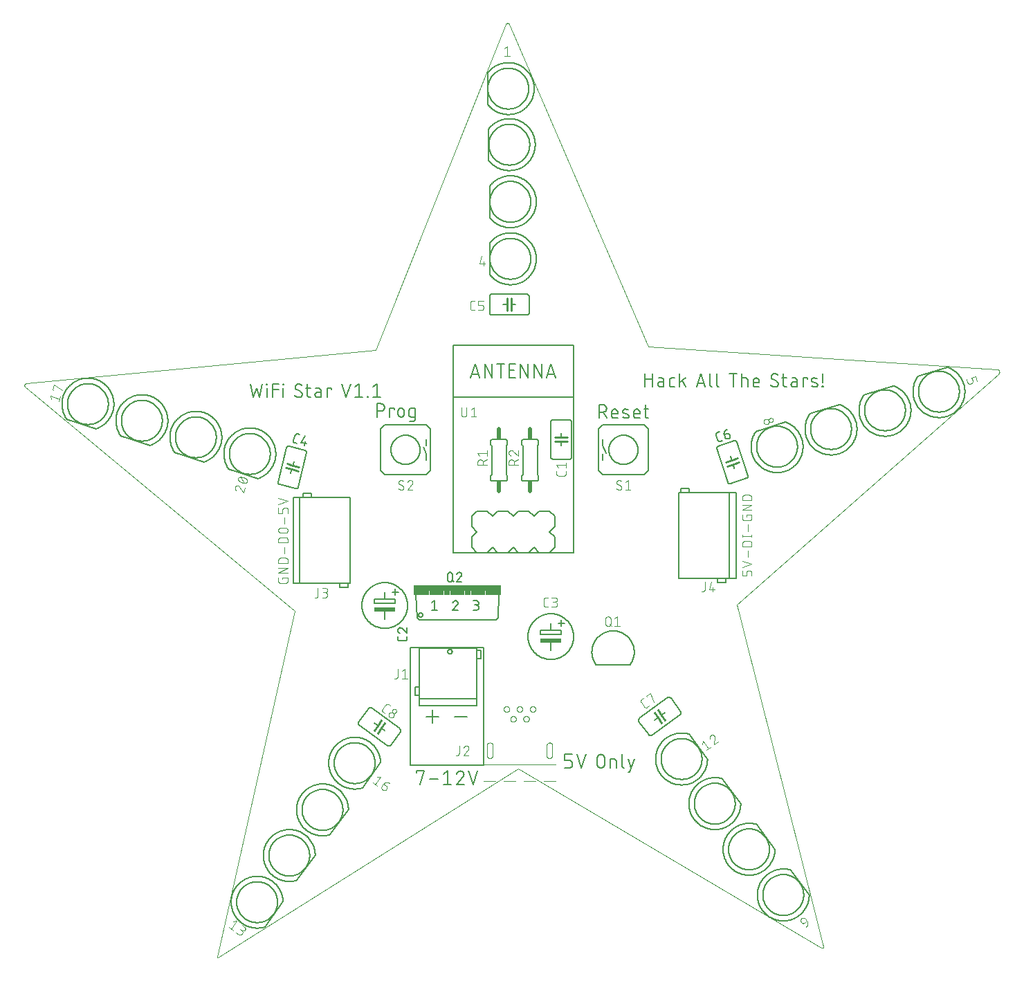
<source format=gto>
G04 EAGLE Gerber RS-274X export*
G75*
%MOMM*%
%FSLAX34Y34*%
%LPD*%
%INSilkscreen Top*%
%IPPOS*%
%AMOC8*
5,1,8,0,0,1.08239X$1,22.5*%
G01*
%ADD10C,0.001000*%
%ADD11C,0.152400*%
%ADD12C,0.203200*%
%ADD13C,0.101600*%
%ADD14C,0.254000*%
%ADD15C,0.508000*%
%ADD16R,0.508000X0.381000*%
%ADD17C,0.127000*%
%ADD18R,10.668000X0.762000*%
%ADD19R,1.905000X0.508000*%
%ADD20R,0.762000X0.508000*%
%ADD21R,1.778000X0.508000*%
%ADD22R,2.540000X0.508000*%
%ADD23C,0.100000*%


D10*
X767380Y748707D02*
X596777Y1142947D01*
X596737Y1143033D01*
X596694Y1143119D01*
X596647Y1143202D01*
X596597Y1143283D01*
X596543Y1143362D01*
X596487Y1143439D01*
X596427Y1143513D01*
X596364Y1143585D01*
X596298Y1143655D01*
X596230Y1143721D01*
X596159Y1143785D01*
X596085Y1143845D01*
X596009Y1143903D01*
X595930Y1143957D01*
X595849Y1144008D01*
X595767Y1144056D01*
X595682Y1144100D01*
X595596Y1144141D01*
X595508Y1144178D01*
X595418Y1144211D01*
X595327Y1144241D01*
X595235Y1144267D01*
X595143Y1144289D01*
X595049Y1144307D01*
X594954Y1144321D01*
X594860Y1144332D01*
X594764Y1144338D01*
X594669Y1144341D01*
X594573Y1144340D01*
X594478Y1144334D01*
X594383Y1144325D01*
X594288Y1144312D01*
X594194Y1144295D01*
X594101Y1144274D01*
X594009Y1144249D01*
X593918Y1144221D01*
X593828Y1144188D01*
X593740Y1144153D01*
X593653Y1144113D01*
X593567Y1144070D01*
X593484Y1144023D01*
X593403Y1143973D01*
X593323Y1143920D01*
X593247Y1143863D01*
X593172Y1143804D01*
X593100Y1143741D01*
X593031Y1143676D01*
X592964Y1143607D01*
X592900Y1143536D01*
X592839Y1143462D01*
X592782Y1143386D01*
X592727Y1143308D01*
X592676Y1143227D01*
X592628Y1143145D01*
X592584Y1143060D01*
X592543Y1142974D01*
X592506Y1142886D01*
X433200Y743945D01*
X5663Y703530D01*
X5568Y703520D01*
X5473Y703505D01*
X5379Y703486D01*
X5286Y703464D01*
X5193Y703437D01*
X5102Y703407D01*
X5012Y703374D01*
X4924Y703336D01*
X4837Y703296D01*
X4752Y703251D01*
X4668Y703204D01*
X4587Y703153D01*
X4508Y703098D01*
X4431Y703041D01*
X4357Y702980D01*
X4285Y702917D01*
X4215Y702850D01*
X4149Y702781D01*
X4085Y702709D01*
X4024Y702635D01*
X3967Y702558D01*
X3912Y702479D01*
X3861Y702398D01*
X3813Y702315D01*
X3768Y702230D01*
X3727Y702143D01*
X3690Y702055D01*
X3656Y701965D01*
X3626Y701874D01*
X3599Y701782D01*
X3576Y701688D01*
X3557Y701594D01*
X3542Y701500D01*
X3531Y701404D01*
X3524Y701309D01*
X3520Y701213D01*
X3521Y701117D01*
X3525Y701021D01*
X3533Y700925D01*
X3545Y700830D01*
X3561Y700735D01*
X3581Y700641D01*
X3605Y700548D01*
X3632Y700456D01*
X3663Y700365D01*
X3698Y700276D01*
X3736Y700188D01*
X3778Y700101D01*
X3823Y700017D01*
X3872Y699934D01*
X3924Y699853D01*
X3979Y699775D01*
X4037Y699699D01*
X4099Y699625D01*
X4163Y699554D01*
X4230Y699485D01*
X4300Y699419D01*
X4373Y699356D01*
X4372Y699356D02*
X334466Y424653D01*
X239866Y1453D01*
X239857Y1405D01*
X239852Y1357D01*
X239851Y1308D01*
X239854Y1260D01*
X239860Y1212D01*
X239870Y1165D01*
X239884Y1118D01*
X239902Y1073D01*
X239923Y1029D01*
X239947Y987D01*
X239974Y947D01*
X240005Y910D01*
X240038Y875D01*
X240074Y842D01*
X240113Y813D01*
X240154Y787D01*
X240196Y763D01*
X240240Y744D01*
X240286Y728D01*
X240333Y715D01*
X240381Y706D01*
X240429Y701D01*
X240477Y700D01*
X240526Y703D01*
X240574Y709D01*
X240621Y719D01*
X240668Y733D01*
X240713Y750D01*
X240757Y771D01*
X240799Y795D01*
X607616Y232081D01*
X978645Y12656D01*
X978716Y12616D01*
X978789Y12580D01*
X978864Y12547D01*
X978940Y12518D01*
X979017Y12493D01*
X979095Y12471D01*
X979175Y12453D01*
X979255Y12439D01*
X979336Y12429D01*
X979417Y12422D01*
X979498Y12420D01*
X979580Y12422D01*
X979661Y12427D01*
X979742Y12436D01*
X979822Y12449D01*
X979902Y12466D01*
X979980Y12487D01*
X980058Y12512D01*
X980134Y12540D01*
X980209Y12572D01*
X980282Y12607D01*
X980354Y12646D01*
X980423Y12688D01*
X980491Y12734D01*
X980556Y12783D01*
X980619Y12835D01*
X980679Y12889D01*
X980736Y12947D01*
X980791Y13007D01*
X980843Y13070D01*
X980891Y13136D01*
X980937Y13203D01*
X980979Y13273D01*
X981018Y13344D01*
X981053Y13418D01*
X981085Y13493D01*
X981113Y13569D01*
X981137Y13647D01*
X981158Y13726D01*
X981174Y13805D01*
X981187Y13886D01*
X981196Y13966D01*
X981202Y14048D01*
X981203Y14129D01*
X981200Y14210D01*
X981194Y14292D01*
X981183Y14372D01*
X981169Y14452D01*
X981151Y14532D01*
X981150Y14532D02*
X875170Y432359D01*
X1195568Y714823D01*
X1195652Y714899D01*
X1195734Y714979D01*
X1195812Y715061D01*
X1195888Y715145D01*
X1195960Y715233D01*
X1196030Y715322D01*
X1196097Y715414D01*
X1196160Y715508D01*
X1196220Y715605D01*
X1196277Y715703D01*
X1196330Y715803D01*
X1196380Y715905D01*
X1196427Y716009D01*
X1196470Y716114D01*
X1196509Y716220D01*
X1196545Y716328D01*
X1196577Y716437D01*
X1196605Y716547D01*
X1196629Y716658D01*
X1196650Y716769D01*
X1196667Y716882D01*
X1196680Y716995D01*
X1196689Y717108D01*
X1196695Y717221D01*
X1196696Y717335D01*
X1196694Y717448D01*
X1196687Y717562D01*
X1196677Y717675D01*
X1196663Y717787D01*
X1196645Y717899D01*
X1196624Y718011D01*
X1196598Y718121D01*
X1196569Y718231D01*
X1196536Y718340D01*
X1196499Y718447D01*
X1196459Y718553D01*
X1196415Y718658D01*
X1196368Y718761D01*
X1196317Y718863D01*
X1196263Y718962D01*
X1196205Y719060D01*
X1196144Y719156D01*
X1196080Y719250D01*
X1196012Y719341D01*
X1195942Y719430D01*
X1195868Y719517D01*
X1195792Y719601D01*
X1195713Y719682D01*
X1195631Y719761D01*
X1195546Y719836D01*
X1195459Y719909D01*
X1195370Y719979D01*
X1195278Y720046D01*
X1195184Y720109D01*
X1195088Y720170D01*
X1194990Y720227D01*
X1194890Y720280D01*
X1194788Y720331D01*
X1194684Y720377D01*
X1194579Y720420D01*
X1194473Y720460D01*
X1194365Y720496D01*
X1194256Y720528D01*
X1194146Y720557D01*
X1194035Y720581D01*
X1193924Y720602D01*
X1193812Y720619D01*
X1193699Y720632D01*
X1193586Y720642D01*
X1193585Y720642D02*
X767380Y748707D01*
D11*
X670391Y233172D02*
X664972Y233172D01*
X670391Y233172D02*
X670509Y233174D01*
X670627Y233180D01*
X670745Y233189D01*
X670862Y233203D01*
X670979Y233220D01*
X671096Y233241D01*
X671211Y233266D01*
X671326Y233295D01*
X671440Y233328D01*
X671552Y233364D01*
X671663Y233404D01*
X671773Y233447D01*
X671882Y233494D01*
X671989Y233544D01*
X672094Y233599D01*
X672197Y233656D01*
X672298Y233717D01*
X672398Y233781D01*
X672495Y233848D01*
X672590Y233918D01*
X672682Y233992D01*
X672773Y234068D01*
X672860Y234148D01*
X672945Y234230D01*
X673027Y234315D01*
X673107Y234402D01*
X673183Y234493D01*
X673257Y234585D01*
X673327Y234680D01*
X673394Y234777D01*
X673458Y234877D01*
X673519Y234978D01*
X673576Y235081D01*
X673631Y235186D01*
X673681Y235293D01*
X673728Y235402D01*
X673771Y235512D01*
X673811Y235623D01*
X673847Y235735D01*
X673880Y235849D01*
X673909Y235964D01*
X673934Y236079D01*
X673955Y236196D01*
X673972Y236313D01*
X673986Y236430D01*
X673995Y236548D01*
X674001Y236666D01*
X674003Y236784D01*
X674003Y238591D01*
X674001Y238709D01*
X673995Y238827D01*
X673986Y238945D01*
X673972Y239062D01*
X673955Y239179D01*
X673934Y239296D01*
X673909Y239411D01*
X673880Y239526D01*
X673847Y239640D01*
X673811Y239752D01*
X673771Y239863D01*
X673728Y239973D01*
X673681Y240082D01*
X673631Y240189D01*
X673576Y240294D01*
X673519Y240397D01*
X673458Y240498D01*
X673394Y240598D01*
X673327Y240695D01*
X673257Y240790D01*
X673183Y240882D01*
X673107Y240973D01*
X673027Y241060D01*
X672945Y241145D01*
X672860Y241227D01*
X672773Y241307D01*
X672682Y241383D01*
X672590Y241457D01*
X672495Y241527D01*
X672398Y241594D01*
X672298Y241658D01*
X672197Y241719D01*
X672094Y241776D01*
X671989Y241831D01*
X671882Y241881D01*
X671773Y241928D01*
X671663Y241971D01*
X671552Y242011D01*
X671440Y242047D01*
X671326Y242080D01*
X671211Y242109D01*
X671096Y242134D01*
X670979Y242155D01*
X670862Y242172D01*
X670745Y242186D01*
X670627Y242195D01*
X670509Y242201D01*
X670391Y242203D01*
X664972Y242203D01*
X664972Y249428D01*
X674003Y249428D01*
X679700Y249428D02*
X685119Y233172D01*
X690537Y249428D01*
X704571Y244912D02*
X704571Y237688D01*
X704571Y244912D02*
X704573Y245045D01*
X704579Y245177D01*
X704589Y245309D01*
X704602Y245441D01*
X704620Y245573D01*
X704641Y245703D01*
X704666Y245834D01*
X704695Y245963D01*
X704728Y246091D01*
X704764Y246219D01*
X704804Y246345D01*
X704848Y246470D01*
X704896Y246594D01*
X704947Y246716D01*
X705002Y246837D01*
X705060Y246956D01*
X705122Y247074D01*
X705187Y247189D01*
X705256Y247303D01*
X705327Y247414D01*
X705403Y247523D01*
X705481Y247630D01*
X705562Y247735D01*
X705647Y247837D01*
X705734Y247937D01*
X705824Y248034D01*
X705917Y248129D01*
X706013Y248220D01*
X706111Y248309D01*
X706212Y248395D01*
X706316Y248478D01*
X706422Y248558D01*
X706530Y248634D01*
X706640Y248708D01*
X706753Y248778D01*
X706867Y248845D01*
X706984Y248908D01*
X707102Y248968D01*
X707222Y249025D01*
X707344Y249078D01*
X707467Y249127D01*
X707591Y249173D01*
X707717Y249215D01*
X707844Y249253D01*
X707972Y249288D01*
X708101Y249319D01*
X708230Y249346D01*
X708361Y249369D01*
X708492Y249389D01*
X708624Y249404D01*
X708756Y249416D01*
X708888Y249424D01*
X709021Y249428D01*
X709153Y249428D01*
X709286Y249424D01*
X709418Y249416D01*
X709550Y249404D01*
X709682Y249389D01*
X709813Y249369D01*
X709944Y249346D01*
X710073Y249319D01*
X710202Y249288D01*
X710330Y249253D01*
X710457Y249215D01*
X710583Y249173D01*
X710707Y249127D01*
X710830Y249078D01*
X710952Y249025D01*
X711072Y248968D01*
X711190Y248908D01*
X711307Y248845D01*
X711421Y248778D01*
X711534Y248708D01*
X711644Y248634D01*
X711752Y248558D01*
X711858Y248478D01*
X711962Y248395D01*
X712063Y248309D01*
X712161Y248220D01*
X712257Y248129D01*
X712350Y248034D01*
X712440Y247937D01*
X712527Y247837D01*
X712612Y247735D01*
X712693Y247630D01*
X712771Y247523D01*
X712847Y247414D01*
X712918Y247303D01*
X712987Y247189D01*
X713052Y247074D01*
X713114Y246956D01*
X713172Y246837D01*
X713227Y246716D01*
X713278Y246594D01*
X713326Y246470D01*
X713370Y246345D01*
X713410Y246219D01*
X713446Y246091D01*
X713479Y245963D01*
X713508Y245834D01*
X713533Y245703D01*
X713554Y245573D01*
X713572Y245441D01*
X713585Y245309D01*
X713595Y245177D01*
X713601Y245045D01*
X713603Y244912D01*
X713602Y244912D02*
X713602Y237688D01*
X713603Y237688D02*
X713601Y237555D01*
X713595Y237423D01*
X713585Y237291D01*
X713572Y237159D01*
X713554Y237027D01*
X713533Y236897D01*
X713508Y236766D01*
X713479Y236637D01*
X713446Y236509D01*
X713410Y236381D01*
X713370Y236255D01*
X713326Y236130D01*
X713278Y236006D01*
X713227Y235884D01*
X713172Y235763D01*
X713114Y235644D01*
X713052Y235526D01*
X712987Y235411D01*
X712918Y235297D01*
X712847Y235186D01*
X712771Y235077D01*
X712693Y234970D01*
X712612Y234865D01*
X712527Y234763D01*
X712440Y234663D01*
X712350Y234566D01*
X712257Y234471D01*
X712161Y234380D01*
X712063Y234291D01*
X711962Y234205D01*
X711858Y234122D01*
X711752Y234042D01*
X711644Y233966D01*
X711534Y233892D01*
X711421Y233822D01*
X711307Y233755D01*
X711190Y233692D01*
X711072Y233632D01*
X710952Y233575D01*
X710830Y233522D01*
X710707Y233473D01*
X710583Y233427D01*
X710457Y233385D01*
X710330Y233347D01*
X710202Y233312D01*
X710073Y233281D01*
X709944Y233254D01*
X709813Y233231D01*
X709682Y233211D01*
X709550Y233196D01*
X709418Y233184D01*
X709286Y233176D01*
X709153Y233172D01*
X709021Y233172D01*
X708888Y233176D01*
X708756Y233184D01*
X708624Y233196D01*
X708492Y233211D01*
X708361Y233231D01*
X708230Y233254D01*
X708101Y233281D01*
X707972Y233312D01*
X707844Y233347D01*
X707717Y233385D01*
X707591Y233427D01*
X707467Y233473D01*
X707344Y233522D01*
X707222Y233575D01*
X707102Y233632D01*
X706984Y233692D01*
X706867Y233755D01*
X706753Y233822D01*
X706640Y233892D01*
X706530Y233966D01*
X706422Y234042D01*
X706316Y234122D01*
X706212Y234205D01*
X706111Y234291D01*
X706013Y234380D01*
X705917Y234471D01*
X705824Y234566D01*
X705734Y234663D01*
X705647Y234763D01*
X705562Y234865D01*
X705481Y234970D01*
X705403Y235077D01*
X705327Y235186D01*
X705256Y235297D01*
X705187Y235411D01*
X705122Y235526D01*
X705060Y235644D01*
X705002Y235763D01*
X704947Y235884D01*
X704896Y236006D01*
X704848Y236130D01*
X704804Y236255D01*
X704764Y236381D01*
X704728Y236509D01*
X704695Y236637D01*
X704666Y236766D01*
X704641Y236897D01*
X704620Y237027D01*
X704602Y237159D01*
X704589Y237291D01*
X704579Y237423D01*
X704573Y237555D01*
X704571Y237688D01*
X720584Y233172D02*
X720584Y244009D01*
X725100Y244009D01*
X725204Y244007D01*
X725307Y244001D01*
X725411Y243991D01*
X725514Y243977D01*
X725616Y243959D01*
X725717Y243938D01*
X725818Y243912D01*
X725917Y243883D01*
X726016Y243850D01*
X726113Y243813D01*
X726208Y243772D01*
X726302Y243728D01*
X726394Y243680D01*
X726484Y243629D01*
X726573Y243574D01*
X726659Y243516D01*
X726742Y243454D01*
X726824Y243390D01*
X726902Y243322D01*
X726978Y243252D01*
X727052Y243179D01*
X727122Y243102D01*
X727190Y243024D01*
X727254Y242942D01*
X727316Y242859D01*
X727374Y242773D01*
X727429Y242684D01*
X727480Y242594D01*
X727528Y242502D01*
X727572Y242408D01*
X727613Y242313D01*
X727650Y242216D01*
X727683Y242117D01*
X727712Y242018D01*
X727738Y241917D01*
X727759Y241816D01*
X727777Y241714D01*
X727791Y241611D01*
X727801Y241507D01*
X727807Y241404D01*
X727809Y241300D01*
X727809Y233172D01*
X734889Y235881D02*
X734889Y249428D01*
X734890Y235881D02*
X734892Y235780D01*
X734898Y235679D01*
X734907Y235578D01*
X734920Y235477D01*
X734937Y235377D01*
X734958Y235278D01*
X734982Y235180D01*
X735010Y235083D01*
X735042Y234986D01*
X735077Y234891D01*
X735116Y234798D01*
X735158Y234706D01*
X735204Y234615D01*
X735253Y234527D01*
X735305Y234440D01*
X735361Y234355D01*
X735419Y234272D01*
X735481Y234192D01*
X735546Y234114D01*
X735613Y234038D01*
X735683Y233965D01*
X735756Y233895D01*
X735832Y233828D01*
X735910Y233763D01*
X735990Y233701D01*
X736073Y233643D01*
X736158Y233587D01*
X736245Y233535D01*
X736333Y233486D01*
X736424Y233440D01*
X736516Y233398D01*
X736609Y233359D01*
X736704Y233324D01*
X736801Y233292D01*
X736898Y233264D01*
X736996Y233240D01*
X737095Y233219D01*
X737195Y233202D01*
X737296Y233189D01*
X737397Y233180D01*
X737498Y233174D01*
X737599Y233172D01*
X742468Y227753D02*
X744274Y227753D01*
X749693Y244009D01*
X742468Y244009D02*
X746081Y233172D01*
D12*
X510625Y295854D02*
X495046Y295854D01*
X502835Y303643D02*
X502835Y288064D01*
X529844Y295854D02*
X545423Y295854D01*
D11*
X483362Y229108D02*
X483362Y227302D01*
X483362Y229108D02*
X492393Y229108D01*
X487878Y212852D01*
X499132Y219174D02*
X509970Y219174D01*
X516709Y225496D02*
X521224Y229108D01*
X521224Y212852D01*
X516709Y212852D02*
X525740Y212852D01*
X541371Y225044D02*
X541369Y225169D01*
X541363Y225294D01*
X541354Y225419D01*
X541340Y225543D01*
X541323Y225667D01*
X541302Y225791D01*
X541277Y225913D01*
X541248Y226035D01*
X541216Y226156D01*
X541180Y226276D01*
X541140Y226395D01*
X541097Y226512D01*
X541050Y226628D01*
X540999Y226743D01*
X540945Y226855D01*
X540887Y226967D01*
X540827Y227076D01*
X540762Y227183D01*
X540695Y227289D01*
X540624Y227392D01*
X540550Y227493D01*
X540473Y227592D01*
X540393Y227688D01*
X540310Y227782D01*
X540225Y227873D01*
X540136Y227962D01*
X540045Y228047D01*
X539951Y228130D01*
X539855Y228210D01*
X539756Y228287D01*
X539655Y228361D01*
X539552Y228432D01*
X539446Y228499D01*
X539339Y228564D01*
X539230Y228624D01*
X539118Y228682D01*
X539006Y228736D01*
X538891Y228787D01*
X538775Y228834D01*
X538658Y228877D01*
X538539Y228917D01*
X538419Y228953D01*
X538298Y228985D01*
X538176Y229014D01*
X538054Y229039D01*
X537930Y229060D01*
X537806Y229077D01*
X537682Y229091D01*
X537557Y229100D01*
X537432Y229106D01*
X537307Y229108D01*
X537164Y229106D01*
X537022Y229100D01*
X536879Y229090D01*
X536737Y229077D01*
X536596Y229059D01*
X536454Y229038D01*
X536314Y229013D01*
X536174Y228984D01*
X536035Y228951D01*
X535897Y228914D01*
X535760Y228874D01*
X535625Y228830D01*
X535490Y228782D01*
X535357Y228730D01*
X535225Y228675D01*
X535095Y228616D01*
X534967Y228554D01*
X534840Y228488D01*
X534715Y228419D01*
X534592Y228347D01*
X534472Y228271D01*
X534353Y228192D01*
X534236Y228109D01*
X534122Y228024D01*
X534010Y227935D01*
X533901Y227844D01*
X533794Y227749D01*
X533689Y227652D01*
X533588Y227551D01*
X533489Y227448D01*
X533393Y227343D01*
X533300Y227234D01*
X533210Y227123D01*
X533123Y227010D01*
X533039Y226895D01*
X532959Y226777D01*
X532881Y226657D01*
X532807Y226535D01*
X532737Y226411D01*
X532669Y226285D01*
X532606Y226157D01*
X532545Y226028D01*
X532488Y225897D01*
X532435Y225765D01*
X532386Y225631D01*
X532340Y225496D01*
X540016Y221883D02*
X540110Y221975D01*
X540200Y222069D01*
X540288Y222166D01*
X540373Y222266D01*
X540455Y222368D01*
X540534Y222473D01*
X540609Y222580D01*
X540681Y222689D01*
X540750Y222800D01*
X540816Y222914D01*
X540878Y223029D01*
X540937Y223146D01*
X540992Y223265D01*
X541043Y223385D01*
X541091Y223507D01*
X541136Y223630D01*
X541176Y223754D01*
X541213Y223880D01*
X541246Y224007D01*
X541275Y224134D01*
X541301Y224263D01*
X541322Y224392D01*
X541340Y224522D01*
X541353Y224652D01*
X541363Y224782D01*
X541369Y224913D01*
X541371Y225044D01*
X540016Y221883D02*
X532340Y212852D01*
X541371Y212852D01*
X552487Y212852D02*
X547068Y229108D01*
X557905Y229108D02*
X552487Y212852D01*
X706882Y661162D02*
X706882Y677418D01*
X711398Y677418D01*
X711531Y677416D01*
X711663Y677410D01*
X711795Y677400D01*
X711927Y677387D01*
X712059Y677369D01*
X712189Y677348D01*
X712320Y677323D01*
X712449Y677294D01*
X712577Y677261D01*
X712705Y677225D01*
X712831Y677185D01*
X712956Y677141D01*
X713080Y677093D01*
X713202Y677042D01*
X713323Y676987D01*
X713442Y676929D01*
X713560Y676867D01*
X713675Y676802D01*
X713789Y676733D01*
X713900Y676662D01*
X714009Y676586D01*
X714116Y676508D01*
X714221Y676427D01*
X714323Y676342D01*
X714423Y676255D01*
X714520Y676165D01*
X714615Y676072D01*
X714706Y675976D01*
X714795Y675878D01*
X714881Y675777D01*
X714964Y675673D01*
X715044Y675567D01*
X715120Y675459D01*
X715194Y675349D01*
X715264Y675236D01*
X715331Y675122D01*
X715394Y675005D01*
X715454Y674887D01*
X715511Y674767D01*
X715564Y674645D01*
X715613Y674522D01*
X715659Y674398D01*
X715701Y674272D01*
X715739Y674145D01*
X715774Y674017D01*
X715805Y673888D01*
X715832Y673759D01*
X715855Y673628D01*
X715875Y673497D01*
X715890Y673365D01*
X715902Y673233D01*
X715910Y673101D01*
X715914Y672968D01*
X715914Y672836D01*
X715910Y672703D01*
X715902Y672571D01*
X715890Y672439D01*
X715875Y672307D01*
X715855Y672176D01*
X715832Y672045D01*
X715805Y671916D01*
X715774Y671787D01*
X715739Y671659D01*
X715701Y671532D01*
X715659Y671406D01*
X715613Y671282D01*
X715564Y671159D01*
X715511Y671037D01*
X715454Y670917D01*
X715394Y670799D01*
X715331Y670682D01*
X715264Y670568D01*
X715194Y670455D01*
X715120Y670345D01*
X715044Y670237D01*
X714964Y670131D01*
X714881Y670027D01*
X714795Y669926D01*
X714706Y669828D01*
X714615Y669732D01*
X714520Y669639D01*
X714423Y669549D01*
X714323Y669462D01*
X714221Y669377D01*
X714116Y669296D01*
X714009Y669218D01*
X713900Y669142D01*
X713789Y669071D01*
X713675Y669002D01*
X713560Y668937D01*
X713442Y668875D01*
X713323Y668817D01*
X713202Y668762D01*
X713080Y668711D01*
X712956Y668663D01*
X712831Y668619D01*
X712705Y668579D01*
X712577Y668543D01*
X712449Y668510D01*
X712320Y668481D01*
X712189Y668456D01*
X712059Y668435D01*
X711927Y668417D01*
X711795Y668404D01*
X711663Y668394D01*
X711531Y668388D01*
X711398Y668386D01*
X711398Y668387D02*
X706882Y668387D01*
X712301Y668387D02*
X715913Y661162D01*
X724992Y661162D02*
X729508Y661162D01*
X724992Y661162D02*
X724891Y661164D01*
X724790Y661170D01*
X724689Y661179D01*
X724588Y661192D01*
X724488Y661209D01*
X724389Y661230D01*
X724291Y661254D01*
X724194Y661282D01*
X724097Y661314D01*
X724002Y661349D01*
X723909Y661388D01*
X723817Y661430D01*
X723726Y661476D01*
X723638Y661525D01*
X723551Y661577D01*
X723466Y661633D01*
X723383Y661691D01*
X723303Y661753D01*
X723225Y661818D01*
X723149Y661885D01*
X723076Y661955D01*
X723006Y662028D01*
X722939Y662104D01*
X722874Y662182D01*
X722812Y662262D01*
X722754Y662345D01*
X722698Y662430D01*
X722646Y662517D01*
X722597Y662605D01*
X722551Y662696D01*
X722509Y662788D01*
X722470Y662881D01*
X722435Y662976D01*
X722403Y663073D01*
X722375Y663170D01*
X722351Y663268D01*
X722330Y663367D01*
X722313Y663467D01*
X722300Y663568D01*
X722291Y663669D01*
X722285Y663770D01*
X722283Y663871D01*
X722283Y668387D01*
X722285Y668506D01*
X722291Y668626D01*
X722301Y668745D01*
X722315Y668863D01*
X722332Y668982D01*
X722354Y669099D01*
X722379Y669216D01*
X722409Y669331D01*
X722442Y669446D01*
X722479Y669560D01*
X722519Y669672D01*
X722564Y669783D01*
X722612Y669892D01*
X722663Y670000D01*
X722718Y670106D01*
X722777Y670210D01*
X722839Y670312D01*
X722904Y670412D01*
X722973Y670510D01*
X723045Y670606D01*
X723120Y670699D01*
X723197Y670789D01*
X723278Y670877D01*
X723362Y670962D01*
X723449Y671044D01*
X723538Y671124D01*
X723630Y671200D01*
X723724Y671274D01*
X723821Y671344D01*
X723919Y671411D01*
X724020Y671475D01*
X724124Y671535D01*
X724229Y671592D01*
X724336Y671645D01*
X724444Y671695D01*
X724554Y671741D01*
X724666Y671783D01*
X724779Y671822D01*
X724893Y671857D01*
X725008Y671888D01*
X725125Y671916D01*
X725242Y671939D01*
X725359Y671959D01*
X725478Y671975D01*
X725597Y671987D01*
X725716Y671995D01*
X725835Y671999D01*
X725955Y671999D01*
X726074Y671995D01*
X726193Y671987D01*
X726312Y671975D01*
X726431Y671959D01*
X726548Y671939D01*
X726665Y671916D01*
X726782Y671888D01*
X726897Y671857D01*
X727011Y671822D01*
X727124Y671783D01*
X727236Y671741D01*
X727346Y671695D01*
X727454Y671645D01*
X727561Y671592D01*
X727666Y671535D01*
X727770Y671475D01*
X727871Y671411D01*
X727969Y671344D01*
X728066Y671274D01*
X728160Y671200D01*
X728252Y671124D01*
X728341Y671044D01*
X728428Y670962D01*
X728512Y670877D01*
X728593Y670789D01*
X728670Y670699D01*
X728745Y670606D01*
X728817Y670510D01*
X728886Y670412D01*
X728951Y670312D01*
X729013Y670210D01*
X729072Y670106D01*
X729127Y670000D01*
X729178Y669892D01*
X729226Y669783D01*
X729271Y669672D01*
X729311Y669560D01*
X729348Y669446D01*
X729381Y669331D01*
X729411Y669216D01*
X729436Y669099D01*
X729458Y668982D01*
X729475Y668863D01*
X729489Y668745D01*
X729499Y668626D01*
X729505Y668506D01*
X729507Y668387D01*
X729508Y668387D02*
X729508Y666581D01*
X722283Y666581D01*
X737184Y667484D02*
X741700Y665678D01*
X737184Y667484D02*
X737096Y667521D01*
X737010Y667562D01*
X736925Y667606D01*
X736842Y667654D01*
X736762Y667705D01*
X736683Y667759D01*
X736607Y667817D01*
X736533Y667877D01*
X736461Y667941D01*
X736393Y668007D01*
X736327Y668077D01*
X736264Y668148D01*
X736203Y668223D01*
X736146Y668299D01*
X736093Y668378D01*
X736042Y668459D01*
X735995Y668542D01*
X735951Y668627D01*
X735911Y668714D01*
X735874Y668802D01*
X735841Y668892D01*
X735811Y668983D01*
X735786Y669075D01*
X735764Y669168D01*
X735746Y669262D01*
X735731Y669356D01*
X735721Y669451D01*
X735715Y669547D01*
X735712Y669642D01*
X735713Y669738D01*
X735719Y669833D01*
X735728Y669929D01*
X735741Y670023D01*
X735757Y670117D01*
X735778Y670211D01*
X735803Y670303D01*
X735831Y670394D01*
X735863Y670484D01*
X735898Y670573D01*
X735937Y670660D01*
X735980Y670746D01*
X736026Y670830D01*
X736076Y670911D01*
X736128Y670991D01*
X736184Y671069D01*
X736244Y671144D01*
X736306Y671216D01*
X736371Y671286D01*
X736439Y671354D01*
X736509Y671418D01*
X736582Y671480D01*
X736658Y671538D01*
X736736Y671594D01*
X736816Y671646D01*
X736898Y671695D01*
X736982Y671740D01*
X737068Y671782D01*
X737155Y671821D01*
X737244Y671856D01*
X737335Y671887D01*
X737426Y671914D01*
X737519Y671938D01*
X737612Y671958D01*
X737706Y671974D01*
X737801Y671986D01*
X737896Y671995D01*
X737992Y671999D01*
X738087Y672000D01*
X738334Y671993D01*
X738580Y671981D01*
X738826Y671963D01*
X739072Y671938D01*
X739316Y671908D01*
X739560Y671872D01*
X739803Y671831D01*
X740045Y671783D01*
X740286Y671729D01*
X740525Y671670D01*
X740763Y671605D01*
X740999Y671534D01*
X741234Y671458D01*
X741467Y671376D01*
X741697Y671288D01*
X741925Y671195D01*
X742152Y671097D01*
X741700Y665677D02*
X741788Y665640D01*
X741874Y665599D01*
X741959Y665555D01*
X742042Y665507D01*
X742122Y665456D01*
X742201Y665402D01*
X742277Y665344D01*
X742351Y665284D01*
X742423Y665220D01*
X742491Y665154D01*
X742557Y665084D01*
X742620Y665013D01*
X742681Y664938D01*
X742738Y664862D01*
X742791Y664783D01*
X742842Y664702D01*
X742889Y664619D01*
X742933Y664534D01*
X742973Y664447D01*
X743010Y664359D01*
X743043Y664269D01*
X743073Y664178D01*
X743098Y664086D01*
X743120Y663993D01*
X743138Y663899D01*
X743153Y663805D01*
X743163Y663710D01*
X743169Y663614D01*
X743172Y663519D01*
X743171Y663423D01*
X743165Y663328D01*
X743156Y663232D01*
X743143Y663138D01*
X743127Y663044D01*
X743106Y662950D01*
X743081Y662858D01*
X743053Y662767D01*
X743021Y662677D01*
X742986Y662588D01*
X742947Y662501D01*
X742904Y662415D01*
X742858Y662331D01*
X742808Y662250D01*
X742756Y662170D01*
X742700Y662092D01*
X742640Y662017D01*
X742578Y661945D01*
X742513Y661875D01*
X742445Y661807D01*
X742375Y661743D01*
X742302Y661681D01*
X742226Y661623D01*
X742148Y661567D01*
X742068Y661515D01*
X741986Y661466D01*
X741902Y661421D01*
X741816Y661379D01*
X741729Y661340D01*
X741640Y661305D01*
X741549Y661274D01*
X741458Y661247D01*
X741365Y661223D01*
X741272Y661203D01*
X741178Y661187D01*
X741083Y661175D01*
X740988Y661166D01*
X740892Y661162D01*
X740797Y661161D01*
X740797Y661162D02*
X740435Y661171D01*
X740073Y661189D01*
X739712Y661216D01*
X739352Y661251D01*
X738992Y661294D01*
X738633Y661346D01*
X738276Y661407D01*
X737921Y661476D01*
X737567Y661553D01*
X737215Y661639D01*
X736865Y661733D01*
X736517Y661836D01*
X736172Y661946D01*
X735830Y662065D01*
X752086Y661162D02*
X756602Y661162D01*
X752086Y661162D02*
X751985Y661164D01*
X751884Y661170D01*
X751783Y661179D01*
X751682Y661192D01*
X751582Y661209D01*
X751483Y661230D01*
X751385Y661254D01*
X751288Y661282D01*
X751191Y661314D01*
X751096Y661349D01*
X751003Y661388D01*
X750911Y661430D01*
X750820Y661476D01*
X750732Y661525D01*
X750645Y661577D01*
X750560Y661633D01*
X750477Y661691D01*
X750397Y661753D01*
X750319Y661818D01*
X750243Y661885D01*
X750170Y661955D01*
X750100Y662028D01*
X750033Y662104D01*
X749968Y662182D01*
X749906Y662262D01*
X749848Y662345D01*
X749792Y662430D01*
X749740Y662517D01*
X749691Y662605D01*
X749645Y662696D01*
X749603Y662788D01*
X749564Y662881D01*
X749529Y662976D01*
X749497Y663073D01*
X749469Y663170D01*
X749445Y663268D01*
X749424Y663367D01*
X749407Y663467D01*
X749394Y663568D01*
X749385Y663669D01*
X749379Y663770D01*
X749377Y663871D01*
X749377Y668387D01*
X749379Y668506D01*
X749385Y668626D01*
X749395Y668745D01*
X749409Y668863D01*
X749426Y668982D01*
X749448Y669099D01*
X749473Y669216D01*
X749503Y669331D01*
X749536Y669446D01*
X749573Y669560D01*
X749613Y669672D01*
X749658Y669783D01*
X749706Y669892D01*
X749757Y670000D01*
X749812Y670106D01*
X749871Y670210D01*
X749933Y670312D01*
X749998Y670412D01*
X750067Y670510D01*
X750139Y670606D01*
X750214Y670699D01*
X750291Y670789D01*
X750372Y670877D01*
X750456Y670962D01*
X750543Y671044D01*
X750632Y671124D01*
X750724Y671200D01*
X750818Y671274D01*
X750915Y671344D01*
X751013Y671411D01*
X751114Y671475D01*
X751218Y671535D01*
X751323Y671592D01*
X751430Y671645D01*
X751538Y671695D01*
X751648Y671741D01*
X751760Y671783D01*
X751873Y671822D01*
X751987Y671857D01*
X752102Y671888D01*
X752219Y671916D01*
X752336Y671939D01*
X752453Y671959D01*
X752572Y671975D01*
X752691Y671987D01*
X752810Y671995D01*
X752929Y671999D01*
X753049Y671999D01*
X753168Y671995D01*
X753287Y671987D01*
X753406Y671975D01*
X753525Y671959D01*
X753642Y671939D01*
X753759Y671916D01*
X753876Y671888D01*
X753991Y671857D01*
X754105Y671822D01*
X754218Y671783D01*
X754330Y671741D01*
X754440Y671695D01*
X754548Y671645D01*
X754655Y671592D01*
X754760Y671535D01*
X754864Y671475D01*
X754965Y671411D01*
X755063Y671344D01*
X755160Y671274D01*
X755254Y671200D01*
X755346Y671124D01*
X755435Y671044D01*
X755522Y670962D01*
X755606Y670877D01*
X755687Y670789D01*
X755764Y670699D01*
X755839Y670606D01*
X755911Y670510D01*
X755980Y670412D01*
X756045Y670312D01*
X756107Y670210D01*
X756166Y670106D01*
X756221Y670000D01*
X756272Y669892D01*
X756320Y669783D01*
X756365Y669672D01*
X756405Y669560D01*
X756442Y669446D01*
X756475Y669331D01*
X756505Y669216D01*
X756530Y669099D01*
X756552Y668982D01*
X756569Y668863D01*
X756583Y668745D01*
X756593Y668626D01*
X756599Y668506D01*
X756601Y668387D01*
X756602Y668387D02*
X756602Y666581D01*
X749377Y666581D01*
X761627Y671999D02*
X767045Y671999D01*
X763433Y677418D02*
X763433Y663871D01*
X763435Y663770D01*
X763441Y663669D01*
X763450Y663568D01*
X763463Y663467D01*
X763480Y663367D01*
X763501Y663268D01*
X763525Y663170D01*
X763553Y663073D01*
X763585Y662976D01*
X763620Y662881D01*
X763659Y662788D01*
X763701Y662696D01*
X763747Y662605D01*
X763796Y662517D01*
X763848Y662430D01*
X763904Y662345D01*
X763962Y662262D01*
X764024Y662182D01*
X764089Y662104D01*
X764156Y662028D01*
X764226Y661955D01*
X764299Y661885D01*
X764375Y661818D01*
X764453Y661753D01*
X764533Y661691D01*
X764616Y661633D01*
X764701Y661577D01*
X764788Y661525D01*
X764876Y661476D01*
X764967Y661430D01*
X765059Y661388D01*
X765152Y661349D01*
X765247Y661314D01*
X765344Y661282D01*
X765441Y661254D01*
X765539Y661230D01*
X765638Y661209D01*
X765738Y661192D01*
X765839Y661179D01*
X765940Y661170D01*
X766041Y661164D01*
X766142Y661162D01*
X767045Y661162D01*
X435102Y662432D02*
X435102Y678688D01*
X439618Y678688D01*
X439751Y678686D01*
X439883Y678680D01*
X440015Y678670D01*
X440147Y678657D01*
X440279Y678639D01*
X440409Y678618D01*
X440540Y678593D01*
X440669Y678564D01*
X440797Y678531D01*
X440925Y678495D01*
X441051Y678455D01*
X441176Y678411D01*
X441300Y678363D01*
X441422Y678312D01*
X441543Y678257D01*
X441662Y678199D01*
X441780Y678137D01*
X441895Y678072D01*
X442009Y678003D01*
X442120Y677932D01*
X442229Y677856D01*
X442336Y677778D01*
X442441Y677697D01*
X442543Y677612D01*
X442643Y677525D01*
X442740Y677435D01*
X442835Y677342D01*
X442926Y677246D01*
X443015Y677148D01*
X443101Y677047D01*
X443184Y676943D01*
X443264Y676837D01*
X443340Y676729D01*
X443414Y676619D01*
X443484Y676506D01*
X443551Y676392D01*
X443614Y676275D01*
X443674Y676157D01*
X443731Y676037D01*
X443784Y675915D01*
X443833Y675792D01*
X443879Y675668D01*
X443921Y675542D01*
X443959Y675415D01*
X443994Y675287D01*
X444025Y675158D01*
X444052Y675029D01*
X444075Y674898D01*
X444095Y674767D01*
X444110Y674635D01*
X444122Y674503D01*
X444130Y674371D01*
X444134Y674238D01*
X444134Y674106D01*
X444130Y673973D01*
X444122Y673841D01*
X444110Y673709D01*
X444095Y673577D01*
X444075Y673446D01*
X444052Y673315D01*
X444025Y673186D01*
X443994Y673057D01*
X443959Y672929D01*
X443921Y672802D01*
X443879Y672676D01*
X443833Y672552D01*
X443784Y672429D01*
X443731Y672307D01*
X443674Y672187D01*
X443614Y672069D01*
X443551Y671952D01*
X443484Y671838D01*
X443414Y671725D01*
X443340Y671615D01*
X443264Y671507D01*
X443184Y671401D01*
X443101Y671297D01*
X443015Y671196D01*
X442926Y671098D01*
X442835Y671002D01*
X442740Y670909D01*
X442643Y670819D01*
X442543Y670732D01*
X442441Y670647D01*
X442336Y670566D01*
X442229Y670488D01*
X442120Y670412D01*
X442009Y670341D01*
X441895Y670272D01*
X441780Y670207D01*
X441662Y670145D01*
X441543Y670087D01*
X441422Y670032D01*
X441300Y669981D01*
X441176Y669933D01*
X441051Y669889D01*
X440925Y669849D01*
X440797Y669813D01*
X440669Y669780D01*
X440540Y669751D01*
X440409Y669726D01*
X440279Y669705D01*
X440147Y669687D01*
X440015Y669674D01*
X439883Y669664D01*
X439751Y669658D01*
X439618Y669656D01*
X439618Y669657D02*
X435102Y669657D01*
X450468Y673269D02*
X450468Y662432D01*
X450468Y673269D02*
X455887Y673269D01*
X455887Y671463D01*
X460804Y669657D02*
X460804Y666044D01*
X460805Y669657D02*
X460807Y669776D01*
X460813Y669896D01*
X460823Y670015D01*
X460837Y670133D01*
X460854Y670252D01*
X460876Y670369D01*
X460901Y670486D01*
X460931Y670601D01*
X460964Y670716D01*
X461001Y670830D01*
X461041Y670942D01*
X461086Y671053D01*
X461134Y671162D01*
X461185Y671270D01*
X461240Y671376D01*
X461299Y671480D01*
X461361Y671582D01*
X461426Y671682D01*
X461495Y671780D01*
X461567Y671876D01*
X461642Y671969D01*
X461719Y672059D01*
X461800Y672147D01*
X461884Y672232D01*
X461971Y672314D01*
X462060Y672394D01*
X462152Y672470D01*
X462246Y672544D01*
X462343Y672614D01*
X462441Y672681D01*
X462542Y672745D01*
X462646Y672805D01*
X462751Y672862D01*
X462858Y672915D01*
X462966Y672965D01*
X463076Y673011D01*
X463188Y673053D01*
X463301Y673092D01*
X463415Y673127D01*
X463530Y673158D01*
X463647Y673186D01*
X463764Y673209D01*
X463881Y673229D01*
X464000Y673245D01*
X464119Y673257D01*
X464238Y673265D01*
X464357Y673269D01*
X464477Y673269D01*
X464596Y673265D01*
X464715Y673257D01*
X464834Y673245D01*
X464953Y673229D01*
X465070Y673209D01*
X465187Y673186D01*
X465304Y673158D01*
X465419Y673127D01*
X465533Y673092D01*
X465646Y673053D01*
X465758Y673011D01*
X465868Y672965D01*
X465976Y672915D01*
X466083Y672862D01*
X466188Y672805D01*
X466292Y672745D01*
X466393Y672681D01*
X466491Y672614D01*
X466588Y672544D01*
X466682Y672470D01*
X466774Y672394D01*
X466863Y672314D01*
X466950Y672232D01*
X467034Y672147D01*
X467115Y672059D01*
X467192Y671969D01*
X467267Y671876D01*
X467339Y671780D01*
X467408Y671682D01*
X467473Y671582D01*
X467535Y671480D01*
X467594Y671376D01*
X467649Y671270D01*
X467700Y671162D01*
X467748Y671053D01*
X467793Y670942D01*
X467833Y670830D01*
X467870Y670716D01*
X467903Y670601D01*
X467933Y670486D01*
X467958Y670369D01*
X467980Y670252D01*
X467997Y670133D01*
X468011Y670015D01*
X468021Y669896D01*
X468027Y669776D01*
X468029Y669657D01*
X468029Y666044D01*
X468027Y665925D01*
X468021Y665805D01*
X468011Y665686D01*
X467997Y665568D01*
X467980Y665449D01*
X467958Y665332D01*
X467933Y665215D01*
X467903Y665100D01*
X467870Y664985D01*
X467833Y664871D01*
X467793Y664759D01*
X467748Y664648D01*
X467700Y664539D01*
X467649Y664431D01*
X467594Y664325D01*
X467535Y664221D01*
X467473Y664119D01*
X467408Y664019D01*
X467339Y663921D01*
X467267Y663825D01*
X467192Y663732D01*
X467115Y663642D01*
X467034Y663554D01*
X466950Y663469D01*
X466863Y663387D01*
X466774Y663307D01*
X466682Y663231D01*
X466588Y663157D01*
X466491Y663087D01*
X466393Y663020D01*
X466292Y662956D01*
X466188Y662896D01*
X466083Y662839D01*
X465976Y662786D01*
X465868Y662736D01*
X465758Y662690D01*
X465646Y662648D01*
X465533Y662609D01*
X465419Y662574D01*
X465304Y662543D01*
X465187Y662515D01*
X465070Y662492D01*
X464953Y662472D01*
X464834Y662456D01*
X464715Y662444D01*
X464596Y662436D01*
X464477Y662432D01*
X464357Y662432D01*
X464238Y662436D01*
X464119Y662444D01*
X464000Y662456D01*
X463881Y662472D01*
X463764Y662492D01*
X463647Y662515D01*
X463530Y662543D01*
X463415Y662574D01*
X463301Y662609D01*
X463188Y662648D01*
X463076Y662690D01*
X462966Y662736D01*
X462858Y662786D01*
X462751Y662839D01*
X462646Y662896D01*
X462542Y662956D01*
X462441Y663020D01*
X462343Y663087D01*
X462246Y663157D01*
X462152Y663231D01*
X462060Y663307D01*
X461971Y663387D01*
X461884Y663469D01*
X461800Y663554D01*
X461719Y663642D01*
X461642Y663732D01*
X461567Y663825D01*
X461495Y663921D01*
X461426Y664019D01*
X461361Y664119D01*
X461299Y664221D01*
X461240Y664325D01*
X461185Y664431D01*
X461134Y664539D01*
X461086Y664648D01*
X461041Y664759D01*
X461001Y664871D01*
X460964Y664985D01*
X460931Y665100D01*
X460901Y665215D01*
X460876Y665332D01*
X460854Y665449D01*
X460837Y665568D01*
X460823Y665686D01*
X460813Y665805D01*
X460807Y665925D01*
X460805Y666044D01*
X476987Y662432D02*
X481503Y662432D01*
X476987Y662432D02*
X476886Y662434D01*
X476785Y662440D01*
X476684Y662449D01*
X476583Y662462D01*
X476483Y662479D01*
X476384Y662500D01*
X476286Y662524D01*
X476189Y662552D01*
X476092Y662584D01*
X475997Y662619D01*
X475904Y662658D01*
X475812Y662700D01*
X475721Y662746D01*
X475633Y662795D01*
X475546Y662847D01*
X475461Y662903D01*
X475378Y662961D01*
X475298Y663023D01*
X475220Y663088D01*
X475144Y663155D01*
X475071Y663225D01*
X475001Y663298D01*
X474934Y663374D01*
X474869Y663452D01*
X474807Y663532D01*
X474749Y663615D01*
X474693Y663700D01*
X474641Y663787D01*
X474592Y663875D01*
X474546Y663966D01*
X474504Y664058D01*
X474465Y664151D01*
X474430Y664246D01*
X474398Y664343D01*
X474370Y664440D01*
X474346Y664538D01*
X474325Y664637D01*
X474308Y664737D01*
X474295Y664838D01*
X474286Y664939D01*
X474280Y665040D01*
X474278Y665141D01*
X474278Y670560D01*
X474280Y670661D01*
X474286Y670762D01*
X474295Y670863D01*
X474308Y670964D01*
X474325Y671064D01*
X474346Y671163D01*
X474370Y671261D01*
X474398Y671358D01*
X474430Y671455D01*
X474465Y671550D01*
X474504Y671643D01*
X474546Y671735D01*
X474592Y671826D01*
X474641Y671915D01*
X474693Y672001D01*
X474749Y672086D01*
X474807Y672169D01*
X474869Y672249D01*
X474934Y672327D01*
X475001Y672403D01*
X475071Y672476D01*
X475144Y672546D01*
X475220Y672613D01*
X475298Y672678D01*
X475378Y672740D01*
X475461Y672798D01*
X475546Y672854D01*
X475633Y672906D01*
X475721Y672955D01*
X475812Y673001D01*
X475904Y673043D01*
X475997Y673082D01*
X476092Y673117D01*
X476189Y673149D01*
X476286Y673177D01*
X476384Y673201D01*
X476483Y673222D01*
X476583Y673239D01*
X476684Y673252D01*
X476785Y673261D01*
X476886Y673267D01*
X476987Y673269D01*
X481503Y673269D01*
X481503Y659723D01*
X481502Y659723D02*
X481500Y659619D01*
X481494Y659516D01*
X481484Y659412D01*
X481470Y659309D01*
X481452Y659207D01*
X481431Y659106D01*
X481405Y659005D01*
X481376Y658906D01*
X481343Y658807D01*
X481306Y658710D01*
X481265Y658615D01*
X481221Y658521D01*
X481173Y658429D01*
X481122Y658339D01*
X481067Y658250D01*
X481009Y658164D01*
X480947Y658081D01*
X480883Y657999D01*
X480815Y657921D01*
X480745Y657845D01*
X480672Y657771D01*
X480595Y657701D01*
X480517Y657633D01*
X480435Y657569D01*
X480352Y657507D01*
X480266Y657449D01*
X480177Y657394D01*
X480087Y657343D01*
X479995Y657295D01*
X479901Y657251D01*
X479806Y657210D01*
X479709Y657173D01*
X479610Y657140D01*
X479511Y657111D01*
X479410Y657085D01*
X479309Y657064D01*
X479207Y657046D01*
X479104Y657032D01*
X479000Y657022D01*
X478897Y657016D01*
X478793Y657014D01*
X478793Y657013D02*
X475181Y657013D01*
D13*
X893572Y471763D02*
X893572Y467868D01*
X893572Y471763D02*
X893570Y471862D01*
X893564Y471962D01*
X893555Y472061D01*
X893542Y472159D01*
X893525Y472257D01*
X893504Y472355D01*
X893479Y472451D01*
X893451Y472546D01*
X893419Y472640D01*
X893384Y472733D01*
X893345Y472825D01*
X893302Y472915D01*
X893257Y473003D01*
X893207Y473090D01*
X893155Y473174D01*
X893099Y473257D01*
X893041Y473337D01*
X892979Y473415D01*
X892914Y473490D01*
X892846Y473563D01*
X892776Y473633D01*
X892703Y473701D01*
X892628Y473766D01*
X892550Y473828D01*
X892470Y473886D01*
X892387Y473942D01*
X892303Y473994D01*
X892216Y474044D01*
X892128Y474089D01*
X892038Y474132D01*
X891946Y474171D01*
X891853Y474206D01*
X891759Y474238D01*
X891664Y474266D01*
X891568Y474291D01*
X891470Y474312D01*
X891372Y474329D01*
X891274Y474342D01*
X891175Y474351D01*
X891075Y474357D01*
X890976Y474359D01*
X889677Y474359D01*
X889578Y474357D01*
X889478Y474351D01*
X889379Y474342D01*
X889281Y474329D01*
X889183Y474312D01*
X889085Y474291D01*
X888989Y474266D01*
X888894Y474238D01*
X888800Y474206D01*
X888707Y474171D01*
X888615Y474132D01*
X888525Y474089D01*
X888437Y474044D01*
X888350Y473994D01*
X888266Y473942D01*
X888183Y473886D01*
X888103Y473828D01*
X888025Y473766D01*
X887950Y473701D01*
X887877Y473633D01*
X887807Y473563D01*
X887739Y473490D01*
X887674Y473415D01*
X887612Y473337D01*
X887554Y473257D01*
X887498Y473174D01*
X887446Y473090D01*
X887396Y473003D01*
X887351Y472915D01*
X887308Y472825D01*
X887269Y472733D01*
X887234Y472640D01*
X887202Y472546D01*
X887174Y472451D01*
X887149Y472355D01*
X887128Y472257D01*
X887111Y472159D01*
X887098Y472061D01*
X887089Y471962D01*
X887083Y471862D01*
X887081Y471763D01*
X887081Y467868D01*
X881888Y467868D01*
X881888Y474359D01*
X881888Y478649D02*
X893572Y482544D01*
X881888Y486438D01*
X889028Y490841D02*
X889028Y498630D01*
X893572Y504063D02*
X881888Y504063D01*
X881888Y507309D01*
X881890Y507422D01*
X881896Y507535D01*
X881906Y507648D01*
X881920Y507761D01*
X881937Y507873D01*
X881959Y507984D01*
X881984Y508094D01*
X882014Y508204D01*
X882047Y508312D01*
X882084Y508419D01*
X882124Y508525D01*
X882169Y508629D01*
X882217Y508732D01*
X882268Y508833D01*
X882323Y508932D01*
X882381Y509029D01*
X882443Y509124D01*
X882508Y509217D01*
X882576Y509307D01*
X882647Y509395D01*
X882722Y509481D01*
X882799Y509564D01*
X882879Y509644D01*
X882962Y509721D01*
X883048Y509796D01*
X883136Y509867D01*
X883226Y509935D01*
X883319Y510000D01*
X883414Y510062D01*
X883511Y510120D01*
X883610Y510175D01*
X883711Y510226D01*
X883814Y510274D01*
X883918Y510319D01*
X884024Y510359D01*
X884131Y510396D01*
X884239Y510429D01*
X884349Y510459D01*
X884459Y510484D01*
X884570Y510506D01*
X884682Y510523D01*
X884795Y510537D01*
X884908Y510547D01*
X885021Y510553D01*
X885134Y510555D01*
X885134Y510554D02*
X890326Y510554D01*
X890326Y510555D02*
X890439Y510553D01*
X890552Y510547D01*
X890665Y510537D01*
X890778Y510523D01*
X890890Y510506D01*
X891001Y510484D01*
X891111Y510459D01*
X891221Y510429D01*
X891329Y510396D01*
X891436Y510359D01*
X891542Y510319D01*
X891646Y510274D01*
X891749Y510226D01*
X891850Y510175D01*
X891949Y510120D01*
X892046Y510062D01*
X892141Y510000D01*
X892234Y509935D01*
X892324Y509867D01*
X892412Y509796D01*
X892498Y509721D01*
X892581Y509644D01*
X892661Y509564D01*
X892738Y509481D01*
X892813Y509395D01*
X892884Y509307D01*
X892952Y509217D01*
X893017Y509124D01*
X893079Y509029D01*
X893137Y508932D01*
X893192Y508833D01*
X893243Y508732D01*
X893291Y508629D01*
X893336Y508525D01*
X893376Y508419D01*
X893413Y508312D01*
X893446Y508204D01*
X893476Y508094D01*
X893501Y507984D01*
X893523Y507873D01*
X893540Y507761D01*
X893554Y507648D01*
X893564Y507535D01*
X893570Y507422D01*
X893572Y507309D01*
X893572Y504063D01*
X893572Y516834D02*
X881888Y516834D01*
X893572Y515535D02*
X893572Y518132D01*
X881888Y518132D02*
X881888Y515535D01*
X889028Y522845D02*
X889028Y530634D01*
X887081Y540611D02*
X887081Y542558D01*
X893572Y542558D01*
X893572Y538663D01*
X893570Y538564D01*
X893564Y538464D01*
X893555Y538365D01*
X893542Y538267D01*
X893525Y538169D01*
X893504Y538071D01*
X893479Y537975D01*
X893451Y537880D01*
X893419Y537786D01*
X893384Y537693D01*
X893345Y537601D01*
X893302Y537511D01*
X893257Y537423D01*
X893207Y537336D01*
X893155Y537252D01*
X893099Y537169D01*
X893041Y537089D01*
X892979Y537011D01*
X892914Y536936D01*
X892846Y536863D01*
X892776Y536793D01*
X892703Y536725D01*
X892628Y536660D01*
X892550Y536598D01*
X892470Y536540D01*
X892387Y536484D01*
X892303Y536432D01*
X892216Y536382D01*
X892128Y536337D01*
X892038Y536294D01*
X891946Y536255D01*
X891853Y536220D01*
X891759Y536188D01*
X891664Y536160D01*
X891568Y536135D01*
X891470Y536114D01*
X891372Y536097D01*
X891274Y536084D01*
X891175Y536075D01*
X891075Y536069D01*
X890976Y536067D01*
X884484Y536067D01*
X884484Y536066D02*
X884385Y536068D01*
X884285Y536074D01*
X884186Y536083D01*
X884088Y536096D01*
X883990Y536114D01*
X883892Y536134D01*
X883796Y536159D01*
X883700Y536187D01*
X883606Y536219D01*
X883513Y536254D01*
X883422Y536293D01*
X883332Y536336D01*
X883243Y536381D01*
X883157Y536431D01*
X883072Y536483D01*
X882990Y536539D01*
X882910Y536598D01*
X882832Y536659D01*
X882756Y536724D01*
X882683Y536792D01*
X882613Y536862D01*
X882545Y536935D01*
X882480Y537011D01*
X882419Y537089D01*
X882360Y537169D01*
X882304Y537251D01*
X882252Y537336D01*
X882203Y537422D01*
X882157Y537511D01*
X882114Y537601D01*
X882075Y537692D01*
X882040Y537785D01*
X882008Y537879D01*
X881980Y537975D01*
X881955Y538071D01*
X881935Y538169D01*
X881917Y538267D01*
X881904Y538365D01*
X881895Y538464D01*
X881889Y538563D01*
X881887Y538663D01*
X881888Y538663D02*
X881888Y542558D01*
X881888Y548259D02*
X893572Y548259D01*
X893572Y554750D02*
X881888Y548259D01*
X881888Y554750D02*
X893572Y554750D01*
X893572Y560451D02*
X881888Y560451D01*
X881888Y563696D01*
X881890Y563809D01*
X881896Y563922D01*
X881906Y564035D01*
X881920Y564148D01*
X881937Y564260D01*
X881959Y564371D01*
X881984Y564481D01*
X882014Y564591D01*
X882047Y564699D01*
X882084Y564806D01*
X882124Y564912D01*
X882169Y565016D01*
X882217Y565119D01*
X882268Y565220D01*
X882323Y565319D01*
X882381Y565416D01*
X882443Y565511D01*
X882508Y565604D01*
X882576Y565694D01*
X882647Y565782D01*
X882722Y565868D01*
X882799Y565951D01*
X882879Y566031D01*
X882962Y566108D01*
X883048Y566183D01*
X883136Y566254D01*
X883226Y566322D01*
X883319Y566387D01*
X883414Y566449D01*
X883511Y566507D01*
X883610Y566562D01*
X883711Y566613D01*
X883814Y566661D01*
X883918Y566706D01*
X884024Y566746D01*
X884131Y566783D01*
X884239Y566816D01*
X884349Y566846D01*
X884459Y566871D01*
X884570Y566893D01*
X884682Y566910D01*
X884795Y566924D01*
X884908Y566934D01*
X885021Y566940D01*
X885134Y566942D01*
X890326Y566942D01*
X890439Y566940D01*
X890552Y566934D01*
X890665Y566924D01*
X890778Y566910D01*
X890890Y566893D01*
X891001Y566871D01*
X891111Y566846D01*
X891221Y566816D01*
X891329Y566783D01*
X891436Y566746D01*
X891542Y566706D01*
X891646Y566661D01*
X891749Y566613D01*
X891850Y566562D01*
X891949Y566507D01*
X892046Y566449D01*
X892141Y566387D01*
X892234Y566322D01*
X892324Y566254D01*
X892412Y566183D01*
X892498Y566108D01*
X892581Y566031D01*
X892661Y565951D01*
X892738Y565868D01*
X892813Y565782D01*
X892884Y565694D01*
X892952Y565604D01*
X893017Y565511D01*
X893079Y565416D01*
X893137Y565319D01*
X893192Y565220D01*
X893243Y565119D01*
X893291Y565016D01*
X893336Y564912D01*
X893376Y564806D01*
X893413Y564699D01*
X893446Y564591D01*
X893476Y564481D01*
X893501Y564371D01*
X893523Y564260D01*
X893540Y564148D01*
X893554Y564035D01*
X893564Y563922D01*
X893570Y563809D01*
X893572Y563696D01*
X893572Y560451D01*
X319391Y465568D02*
X319391Y463621D01*
X319391Y465568D02*
X325882Y465568D01*
X325882Y461673D01*
X325880Y461574D01*
X325874Y461474D01*
X325865Y461375D01*
X325852Y461277D01*
X325835Y461179D01*
X325814Y461081D01*
X325789Y460985D01*
X325761Y460890D01*
X325729Y460796D01*
X325694Y460703D01*
X325655Y460611D01*
X325612Y460521D01*
X325567Y460433D01*
X325517Y460346D01*
X325465Y460262D01*
X325409Y460179D01*
X325351Y460099D01*
X325289Y460021D01*
X325224Y459946D01*
X325156Y459873D01*
X325086Y459803D01*
X325013Y459735D01*
X324938Y459670D01*
X324860Y459608D01*
X324780Y459550D01*
X324697Y459494D01*
X324613Y459442D01*
X324526Y459392D01*
X324438Y459347D01*
X324348Y459304D01*
X324256Y459265D01*
X324163Y459230D01*
X324069Y459198D01*
X323974Y459170D01*
X323878Y459145D01*
X323780Y459124D01*
X323682Y459107D01*
X323584Y459094D01*
X323485Y459085D01*
X323385Y459079D01*
X323286Y459077D01*
X316794Y459077D01*
X316794Y459076D02*
X316695Y459078D01*
X316595Y459084D01*
X316496Y459093D01*
X316398Y459106D01*
X316300Y459124D01*
X316202Y459144D01*
X316106Y459169D01*
X316010Y459197D01*
X315916Y459229D01*
X315823Y459264D01*
X315732Y459303D01*
X315642Y459346D01*
X315553Y459391D01*
X315467Y459441D01*
X315382Y459493D01*
X315300Y459549D01*
X315220Y459608D01*
X315142Y459669D01*
X315066Y459734D01*
X314993Y459802D01*
X314923Y459872D01*
X314855Y459945D01*
X314790Y460021D01*
X314729Y460099D01*
X314670Y460179D01*
X314614Y460261D01*
X314562Y460346D01*
X314513Y460432D01*
X314467Y460521D01*
X314424Y460611D01*
X314385Y460702D01*
X314350Y460795D01*
X314318Y460889D01*
X314290Y460985D01*
X314265Y461081D01*
X314245Y461179D01*
X314227Y461277D01*
X314214Y461375D01*
X314205Y461474D01*
X314199Y461573D01*
X314197Y461673D01*
X314198Y461673D02*
X314198Y465568D01*
X314198Y471269D02*
X325882Y471269D01*
X325882Y477760D02*
X314198Y471269D01*
X314198Y477760D02*
X325882Y477760D01*
X325882Y483461D02*
X314198Y483461D01*
X314198Y486706D01*
X314200Y486819D01*
X314206Y486932D01*
X314216Y487045D01*
X314230Y487158D01*
X314247Y487270D01*
X314269Y487381D01*
X314294Y487491D01*
X314324Y487601D01*
X314357Y487709D01*
X314394Y487816D01*
X314434Y487922D01*
X314479Y488026D01*
X314527Y488129D01*
X314578Y488230D01*
X314633Y488329D01*
X314691Y488426D01*
X314753Y488521D01*
X314818Y488614D01*
X314886Y488704D01*
X314957Y488792D01*
X315032Y488878D01*
X315109Y488961D01*
X315189Y489041D01*
X315272Y489118D01*
X315358Y489193D01*
X315446Y489264D01*
X315536Y489332D01*
X315629Y489397D01*
X315724Y489459D01*
X315821Y489517D01*
X315920Y489572D01*
X316021Y489623D01*
X316124Y489671D01*
X316228Y489716D01*
X316334Y489756D01*
X316441Y489793D01*
X316549Y489826D01*
X316659Y489856D01*
X316769Y489881D01*
X316880Y489903D01*
X316992Y489920D01*
X317105Y489934D01*
X317218Y489944D01*
X317331Y489950D01*
X317444Y489952D01*
X322636Y489952D01*
X322749Y489950D01*
X322862Y489944D01*
X322975Y489934D01*
X323088Y489920D01*
X323200Y489903D01*
X323311Y489881D01*
X323421Y489856D01*
X323531Y489826D01*
X323639Y489793D01*
X323746Y489756D01*
X323852Y489716D01*
X323956Y489671D01*
X324059Y489623D01*
X324160Y489572D01*
X324259Y489517D01*
X324356Y489459D01*
X324451Y489397D01*
X324544Y489332D01*
X324634Y489264D01*
X324722Y489193D01*
X324808Y489118D01*
X324891Y489041D01*
X324971Y488961D01*
X325048Y488878D01*
X325123Y488792D01*
X325194Y488704D01*
X325262Y488614D01*
X325327Y488521D01*
X325389Y488426D01*
X325447Y488329D01*
X325502Y488230D01*
X325553Y488129D01*
X325601Y488026D01*
X325646Y487922D01*
X325686Y487816D01*
X325723Y487709D01*
X325756Y487601D01*
X325786Y487491D01*
X325811Y487381D01*
X325833Y487270D01*
X325850Y487158D01*
X325864Y487045D01*
X325874Y486932D01*
X325880Y486819D01*
X325882Y486706D01*
X325882Y483461D01*
X321338Y495385D02*
X321338Y503174D01*
X325882Y508607D02*
X314198Y508607D01*
X314198Y511852D01*
X314200Y511965D01*
X314206Y512078D01*
X314216Y512191D01*
X314230Y512304D01*
X314247Y512416D01*
X314269Y512527D01*
X314294Y512637D01*
X314324Y512747D01*
X314357Y512855D01*
X314394Y512962D01*
X314434Y513068D01*
X314479Y513172D01*
X314527Y513275D01*
X314578Y513376D01*
X314633Y513475D01*
X314691Y513572D01*
X314753Y513667D01*
X314818Y513760D01*
X314886Y513850D01*
X314957Y513938D01*
X315032Y514024D01*
X315109Y514107D01*
X315189Y514187D01*
X315272Y514264D01*
X315358Y514339D01*
X315446Y514410D01*
X315536Y514478D01*
X315629Y514543D01*
X315724Y514605D01*
X315821Y514663D01*
X315920Y514718D01*
X316021Y514769D01*
X316124Y514817D01*
X316228Y514862D01*
X316334Y514902D01*
X316441Y514939D01*
X316549Y514972D01*
X316659Y515002D01*
X316769Y515027D01*
X316880Y515049D01*
X316992Y515066D01*
X317105Y515080D01*
X317218Y515090D01*
X317331Y515096D01*
X317444Y515098D01*
X322636Y515098D01*
X322749Y515096D01*
X322862Y515090D01*
X322975Y515080D01*
X323088Y515066D01*
X323200Y515049D01*
X323311Y515027D01*
X323421Y515002D01*
X323531Y514972D01*
X323639Y514939D01*
X323746Y514902D01*
X323852Y514862D01*
X323956Y514817D01*
X324059Y514769D01*
X324160Y514718D01*
X324259Y514663D01*
X324356Y514605D01*
X324451Y514543D01*
X324544Y514478D01*
X324634Y514410D01*
X324722Y514339D01*
X324808Y514264D01*
X324891Y514187D01*
X324971Y514107D01*
X325048Y514024D01*
X325123Y513938D01*
X325194Y513850D01*
X325262Y513760D01*
X325327Y513667D01*
X325389Y513572D01*
X325447Y513475D01*
X325502Y513376D01*
X325553Y513275D01*
X325601Y513172D01*
X325646Y513068D01*
X325686Y512962D01*
X325723Y512855D01*
X325756Y512747D01*
X325786Y512637D01*
X325811Y512527D01*
X325833Y512416D01*
X325850Y512304D01*
X325864Y512191D01*
X325874Y512078D01*
X325880Y511965D01*
X325882Y511852D01*
X325882Y508607D01*
X322636Y520418D02*
X317444Y520418D01*
X317444Y520417D02*
X317331Y520419D01*
X317218Y520425D01*
X317105Y520435D01*
X316992Y520449D01*
X316880Y520466D01*
X316769Y520488D01*
X316659Y520513D01*
X316549Y520543D01*
X316441Y520576D01*
X316334Y520613D01*
X316228Y520653D01*
X316124Y520698D01*
X316021Y520746D01*
X315920Y520797D01*
X315821Y520852D01*
X315724Y520910D01*
X315629Y520972D01*
X315536Y521037D01*
X315446Y521105D01*
X315358Y521176D01*
X315272Y521251D01*
X315189Y521328D01*
X315109Y521408D01*
X315032Y521491D01*
X314957Y521577D01*
X314886Y521665D01*
X314818Y521755D01*
X314753Y521848D01*
X314691Y521943D01*
X314633Y522040D01*
X314578Y522139D01*
X314527Y522240D01*
X314479Y522343D01*
X314434Y522447D01*
X314394Y522553D01*
X314357Y522660D01*
X314324Y522768D01*
X314294Y522878D01*
X314269Y522988D01*
X314247Y523099D01*
X314230Y523211D01*
X314216Y523324D01*
X314206Y523437D01*
X314200Y523550D01*
X314198Y523663D01*
X314200Y523776D01*
X314206Y523889D01*
X314216Y524002D01*
X314230Y524115D01*
X314247Y524227D01*
X314269Y524338D01*
X314294Y524448D01*
X314324Y524558D01*
X314357Y524666D01*
X314394Y524773D01*
X314434Y524879D01*
X314479Y524983D01*
X314527Y525086D01*
X314578Y525187D01*
X314633Y525286D01*
X314691Y525383D01*
X314753Y525478D01*
X314818Y525571D01*
X314886Y525661D01*
X314957Y525749D01*
X315032Y525835D01*
X315109Y525918D01*
X315189Y525998D01*
X315272Y526075D01*
X315358Y526150D01*
X315446Y526221D01*
X315536Y526289D01*
X315629Y526354D01*
X315724Y526416D01*
X315821Y526474D01*
X315920Y526529D01*
X316021Y526580D01*
X316124Y526628D01*
X316228Y526673D01*
X316334Y526713D01*
X316441Y526750D01*
X316549Y526783D01*
X316659Y526813D01*
X316769Y526838D01*
X316880Y526860D01*
X316992Y526877D01*
X317105Y526891D01*
X317218Y526901D01*
X317331Y526907D01*
X317444Y526909D01*
X322636Y526909D01*
X322749Y526907D01*
X322862Y526901D01*
X322975Y526891D01*
X323088Y526877D01*
X323200Y526860D01*
X323311Y526838D01*
X323421Y526813D01*
X323531Y526783D01*
X323639Y526750D01*
X323746Y526713D01*
X323852Y526673D01*
X323956Y526628D01*
X324059Y526580D01*
X324160Y526529D01*
X324259Y526474D01*
X324356Y526416D01*
X324451Y526354D01*
X324544Y526289D01*
X324634Y526221D01*
X324722Y526150D01*
X324808Y526075D01*
X324891Y525998D01*
X324971Y525918D01*
X325048Y525835D01*
X325123Y525749D01*
X325194Y525661D01*
X325262Y525571D01*
X325327Y525478D01*
X325389Y525383D01*
X325447Y525286D01*
X325502Y525187D01*
X325553Y525086D01*
X325601Y524983D01*
X325646Y524879D01*
X325686Y524773D01*
X325723Y524666D01*
X325756Y524558D01*
X325786Y524448D01*
X325811Y524338D01*
X325833Y524227D01*
X325850Y524115D01*
X325864Y524002D01*
X325874Y523889D01*
X325880Y523776D01*
X325882Y523663D01*
X325880Y523550D01*
X325874Y523437D01*
X325864Y523324D01*
X325850Y523211D01*
X325833Y523099D01*
X325811Y522988D01*
X325786Y522878D01*
X325756Y522768D01*
X325723Y522660D01*
X325686Y522553D01*
X325646Y522447D01*
X325601Y522343D01*
X325553Y522240D01*
X325502Y522139D01*
X325447Y522040D01*
X325389Y521943D01*
X325327Y521848D01*
X325262Y521755D01*
X325194Y521665D01*
X325123Y521577D01*
X325048Y521491D01*
X324971Y521408D01*
X324891Y521328D01*
X324808Y521251D01*
X324722Y521176D01*
X324634Y521105D01*
X324544Y521037D01*
X324451Y520972D01*
X324356Y520910D01*
X324259Y520852D01*
X324160Y520797D01*
X324059Y520746D01*
X323956Y520698D01*
X323852Y520653D01*
X323746Y520613D01*
X323639Y520576D01*
X323531Y520543D01*
X323421Y520513D01*
X323311Y520488D01*
X323200Y520466D01*
X323088Y520449D01*
X322975Y520435D01*
X322862Y520425D01*
X322749Y520419D01*
X322636Y520417D01*
X321338Y531961D02*
X321338Y539750D01*
X325882Y544802D02*
X325882Y548696D01*
X325880Y548795D01*
X325874Y548895D01*
X325865Y548994D01*
X325852Y549092D01*
X325835Y549190D01*
X325814Y549288D01*
X325789Y549384D01*
X325761Y549479D01*
X325729Y549573D01*
X325694Y549666D01*
X325655Y549758D01*
X325612Y549848D01*
X325567Y549936D01*
X325517Y550023D01*
X325465Y550107D01*
X325409Y550190D01*
X325351Y550270D01*
X325289Y550348D01*
X325224Y550423D01*
X325156Y550496D01*
X325086Y550566D01*
X325013Y550634D01*
X324938Y550699D01*
X324860Y550761D01*
X324780Y550819D01*
X324697Y550875D01*
X324613Y550927D01*
X324526Y550977D01*
X324438Y551022D01*
X324348Y551065D01*
X324256Y551104D01*
X324163Y551139D01*
X324069Y551171D01*
X323974Y551199D01*
X323878Y551224D01*
X323780Y551245D01*
X323682Y551262D01*
X323584Y551275D01*
X323485Y551284D01*
X323385Y551290D01*
X323286Y551292D01*
X323286Y551293D02*
X321987Y551293D01*
X321987Y551292D02*
X321888Y551290D01*
X321788Y551284D01*
X321689Y551275D01*
X321591Y551262D01*
X321493Y551245D01*
X321395Y551224D01*
X321299Y551199D01*
X321204Y551171D01*
X321110Y551139D01*
X321017Y551104D01*
X320925Y551065D01*
X320835Y551022D01*
X320747Y550977D01*
X320660Y550927D01*
X320576Y550875D01*
X320493Y550819D01*
X320413Y550761D01*
X320335Y550699D01*
X320260Y550634D01*
X320187Y550566D01*
X320117Y550496D01*
X320049Y550423D01*
X319984Y550348D01*
X319922Y550270D01*
X319864Y550190D01*
X319808Y550107D01*
X319756Y550023D01*
X319706Y549936D01*
X319661Y549848D01*
X319618Y549758D01*
X319579Y549666D01*
X319544Y549573D01*
X319512Y549479D01*
X319484Y549384D01*
X319459Y549288D01*
X319438Y549190D01*
X319421Y549092D01*
X319408Y548994D01*
X319399Y548895D01*
X319393Y548795D01*
X319391Y548696D01*
X319391Y544802D01*
X314198Y544802D01*
X314198Y551293D01*
X314198Y555583D02*
X325882Y559477D01*
X314198Y563372D01*
X591058Y1113226D02*
X594304Y1115822D01*
X594304Y1104138D01*
X597549Y1104138D02*
X591058Y1104138D01*
X1156340Y708334D02*
X1157544Y704630D01*
X1157577Y704536D01*
X1157613Y704443D01*
X1157652Y704352D01*
X1157695Y704262D01*
X1157742Y704174D01*
X1157792Y704088D01*
X1157845Y704004D01*
X1157901Y703922D01*
X1157961Y703842D01*
X1158023Y703765D01*
X1158088Y703690D01*
X1158156Y703618D01*
X1158227Y703548D01*
X1158301Y703481D01*
X1158377Y703417D01*
X1158455Y703355D01*
X1158536Y703297D01*
X1158619Y703242D01*
X1158704Y703190D01*
X1158790Y703142D01*
X1158879Y703097D01*
X1158969Y703055D01*
X1159061Y703017D01*
X1159154Y702982D01*
X1159249Y702951D01*
X1159344Y702924D01*
X1159441Y702900D01*
X1159538Y702880D01*
X1159636Y702863D01*
X1159735Y702851D01*
X1159834Y702842D01*
X1159933Y702837D01*
X1160033Y702836D01*
X1160132Y702839D01*
X1160232Y702845D01*
X1160330Y702855D01*
X1160429Y702870D01*
X1160527Y702887D01*
X1160624Y702909D01*
X1160720Y702934D01*
X1160815Y702963D01*
X1162050Y703364D01*
X1162144Y703397D01*
X1162237Y703433D01*
X1162328Y703472D01*
X1162418Y703515D01*
X1162506Y703562D01*
X1162592Y703612D01*
X1162676Y703665D01*
X1162758Y703721D01*
X1162838Y703781D01*
X1162915Y703843D01*
X1162990Y703908D01*
X1163062Y703976D01*
X1163132Y704047D01*
X1163199Y704121D01*
X1163263Y704197D01*
X1163325Y704275D01*
X1163383Y704356D01*
X1163438Y704439D01*
X1163490Y704524D01*
X1163538Y704610D01*
X1163583Y704699D01*
X1163625Y704789D01*
X1163663Y704881D01*
X1163698Y704974D01*
X1163729Y705069D01*
X1163756Y705164D01*
X1163780Y705261D01*
X1163800Y705358D01*
X1163817Y705456D01*
X1163829Y705555D01*
X1163838Y705654D01*
X1163843Y705753D01*
X1163844Y705853D01*
X1163841Y705952D01*
X1163835Y706052D01*
X1163825Y706151D01*
X1163810Y706249D01*
X1163793Y706347D01*
X1163771Y706444D01*
X1163746Y706540D01*
X1163717Y706635D01*
X1163717Y706636D02*
X1162513Y710340D01*
X1167452Y711944D01*
X1169458Y705771D01*
X961161Y45556D02*
X958011Y43267D01*
X958010Y43267D02*
X957928Y43210D01*
X957845Y43156D01*
X957759Y43106D01*
X957671Y43058D01*
X957582Y43015D01*
X957491Y42974D01*
X957399Y42938D01*
X957305Y42904D01*
X957210Y42875D01*
X957114Y42849D01*
X957017Y42826D01*
X956920Y42808D01*
X956821Y42793D01*
X956722Y42782D01*
X956623Y42775D01*
X956524Y42771D01*
X956424Y42772D01*
X956325Y42776D01*
X956226Y42784D01*
X956127Y42796D01*
X956029Y42811D01*
X955931Y42831D01*
X955835Y42854D01*
X955739Y42880D01*
X955644Y42911D01*
X955551Y42945D01*
X955458Y42982D01*
X955368Y43023D01*
X955279Y43068D01*
X955192Y43115D01*
X955106Y43167D01*
X955023Y43221D01*
X954942Y43279D01*
X954863Y43339D01*
X954787Y43403D01*
X954713Y43469D01*
X954641Y43538D01*
X954573Y43610D01*
X954507Y43685D01*
X954444Y43762D01*
X954384Y43841D01*
X954002Y44366D01*
X953937Y44459D01*
X953875Y44554D01*
X953817Y44651D01*
X953762Y44750D01*
X953710Y44851D01*
X953663Y44954D01*
X953618Y45058D01*
X953578Y45164D01*
X953541Y45271D01*
X953508Y45379D01*
X953478Y45489D01*
X953453Y45599D01*
X953431Y45710D01*
X953414Y45822D01*
X953400Y45935D01*
X953390Y46048D01*
X953384Y46161D01*
X953382Y46274D01*
X953384Y46387D01*
X953390Y46500D01*
X953400Y46613D01*
X953414Y46726D01*
X953431Y46838D01*
X953453Y46949D01*
X953478Y47059D01*
X953508Y47169D01*
X953541Y47277D01*
X953578Y47384D01*
X953618Y47490D01*
X953663Y47594D01*
X953711Y47697D01*
X953762Y47798D01*
X953817Y47897D01*
X953875Y47994D01*
X953937Y48089D01*
X954002Y48182D01*
X954070Y48272D01*
X954141Y48360D01*
X954216Y48446D01*
X954293Y48529D01*
X954373Y48609D01*
X954456Y48686D01*
X954542Y48761D01*
X954630Y48832D01*
X954720Y48900D01*
X954813Y48965D01*
X954908Y49027D01*
X955005Y49085D01*
X955104Y49140D01*
X955205Y49191D01*
X955308Y49239D01*
X955412Y49284D01*
X955518Y49324D01*
X955625Y49361D01*
X955733Y49394D01*
X955843Y49424D01*
X955953Y49449D01*
X956064Y49471D01*
X956176Y49488D01*
X956289Y49502D01*
X956402Y49512D01*
X956515Y49518D01*
X956628Y49520D01*
X956741Y49518D01*
X956854Y49512D01*
X956967Y49502D01*
X957080Y49488D01*
X957192Y49471D01*
X957303Y49449D01*
X957413Y49424D01*
X957523Y49394D01*
X957631Y49361D01*
X957738Y49324D01*
X957844Y49284D01*
X957948Y49239D01*
X958051Y49192D01*
X958152Y49140D01*
X958251Y49085D01*
X958348Y49027D01*
X958443Y48965D01*
X958536Y48900D01*
X958626Y48832D01*
X958714Y48761D01*
X958800Y48686D01*
X958883Y48609D01*
X958963Y48529D01*
X959040Y48446D01*
X959115Y48361D01*
X959186Y48272D01*
X959254Y48182D01*
X961161Y45556D01*
X961244Y45439D01*
X961323Y45320D01*
X961399Y45199D01*
X961472Y45076D01*
X961541Y44950D01*
X961606Y44823D01*
X961668Y44694D01*
X961727Y44564D01*
X961782Y44432D01*
X961833Y44298D01*
X961881Y44163D01*
X961925Y44027D01*
X961965Y43889D01*
X962001Y43751D01*
X962033Y43612D01*
X962062Y43471D01*
X962087Y43330D01*
X962108Y43189D01*
X962125Y43047D01*
X962138Y42904D01*
X962147Y42761D01*
X962152Y42618D01*
X962153Y42475D01*
X962150Y42332D01*
X962143Y42189D01*
X962133Y42047D01*
X962118Y41904D01*
X962100Y41762D01*
X962077Y41621D01*
X962051Y41480D01*
X962021Y41340D01*
X961987Y41201D01*
X961949Y41063D01*
X961908Y40927D01*
X961862Y40791D01*
X961813Y40656D01*
X961760Y40523D01*
X961704Y40392D01*
X961644Y40262D01*
X961580Y40134D01*
X961513Y40007D01*
X961443Y39883D01*
X961369Y39760D01*
X961292Y39640D01*
X961211Y39522D01*
X961127Y39406D01*
X961040Y39292D01*
X960950Y39181D01*
X960857Y39072D01*
X960761Y38966D01*
X960662Y38862D01*
X960560Y38762D01*
X960456Y38664D01*
X960349Y38569D01*
X960239Y38477D01*
X960127Y38388D01*
X960012Y38303D01*
X263008Y45344D02*
X258856Y45151D01*
X263008Y45344D02*
X256140Y35891D01*
X253514Y37799D02*
X258766Y33983D01*
X262761Y31080D02*
X265387Y29173D01*
X265387Y29172D02*
X265480Y29107D01*
X265575Y29045D01*
X265672Y28987D01*
X265771Y28932D01*
X265872Y28881D01*
X265975Y28833D01*
X266079Y28788D01*
X266185Y28748D01*
X266292Y28711D01*
X266400Y28678D01*
X266510Y28648D01*
X266620Y28623D01*
X266731Y28601D01*
X266843Y28584D01*
X266956Y28570D01*
X267069Y28560D01*
X267182Y28554D01*
X267295Y28552D01*
X267408Y28554D01*
X267521Y28560D01*
X267634Y28570D01*
X267747Y28584D01*
X267859Y28601D01*
X267970Y28623D01*
X268080Y28648D01*
X268190Y28678D01*
X268298Y28711D01*
X268405Y28748D01*
X268511Y28788D01*
X268615Y28833D01*
X268718Y28881D01*
X268819Y28932D01*
X268918Y28987D01*
X269015Y29045D01*
X269110Y29107D01*
X269203Y29172D01*
X269293Y29240D01*
X269381Y29311D01*
X269467Y29386D01*
X269550Y29463D01*
X269630Y29543D01*
X269707Y29626D01*
X269782Y29712D01*
X269853Y29800D01*
X269921Y29890D01*
X269986Y29983D01*
X270048Y30078D01*
X270106Y30175D01*
X270161Y30274D01*
X270212Y30375D01*
X270260Y30478D01*
X270305Y30582D01*
X270345Y30688D01*
X270382Y30795D01*
X270415Y30903D01*
X270445Y31013D01*
X270470Y31123D01*
X270492Y31234D01*
X270509Y31346D01*
X270523Y31459D01*
X270533Y31572D01*
X270539Y31685D01*
X270541Y31798D01*
X270539Y31911D01*
X270533Y32024D01*
X270523Y32137D01*
X270509Y32250D01*
X270492Y32362D01*
X270470Y32473D01*
X270445Y32583D01*
X270415Y32693D01*
X270382Y32801D01*
X270345Y32908D01*
X270305Y33014D01*
X270260Y33118D01*
X270212Y33221D01*
X270161Y33322D01*
X270106Y33421D01*
X270048Y33518D01*
X269986Y33613D01*
X269921Y33706D01*
X269853Y33796D01*
X269782Y33885D01*
X269707Y33970D01*
X269630Y34053D01*
X269550Y34133D01*
X269467Y34210D01*
X269381Y34285D01*
X269293Y34356D01*
X269203Y34424D01*
X272780Y38244D02*
X269629Y40533D01*
X272780Y38243D02*
X272860Y38182D01*
X272938Y38119D01*
X273013Y38052D01*
X273086Y37982D01*
X273156Y37910D01*
X273223Y37835D01*
X273287Y37757D01*
X273348Y37677D01*
X273406Y37595D01*
X273461Y37510D01*
X273512Y37424D01*
X273560Y37335D01*
X273605Y37245D01*
X273646Y37153D01*
X273683Y37059D01*
X273717Y36964D01*
X273747Y36868D01*
X273773Y36771D01*
X273795Y36673D01*
X273814Y36574D01*
X273829Y36474D01*
X273840Y36374D01*
X273847Y36274D01*
X273850Y36173D01*
X273849Y36073D01*
X273844Y35972D01*
X273836Y35872D01*
X273823Y35772D01*
X273807Y35672D01*
X273787Y35574D01*
X273763Y35476D01*
X273735Y35379D01*
X273704Y35284D01*
X273668Y35189D01*
X273630Y35096D01*
X273587Y35005D01*
X273541Y34915D01*
X273492Y34828D01*
X273439Y34742D01*
X273383Y34658D01*
X273324Y34577D01*
X273262Y34498D01*
X273197Y34421D01*
X273128Y34347D01*
X273057Y34276D01*
X272984Y34207D01*
X272907Y34141D01*
X272828Y34079D01*
X272747Y34019D01*
X272664Y33963D01*
X272578Y33910D01*
X272490Y33860D01*
X272401Y33814D01*
X272310Y33771D01*
X272217Y33732D01*
X272123Y33697D01*
X272027Y33665D01*
X271931Y33637D01*
X271833Y33612D01*
X271735Y33592D01*
X271635Y33575D01*
X271535Y33562D01*
X271435Y33553D01*
X271335Y33548D01*
X271234Y33547D01*
X271133Y33550D01*
X271033Y33556D01*
X270933Y33567D01*
X270833Y33581D01*
X270734Y33600D01*
X270636Y33622D01*
X270538Y33648D01*
X270442Y33677D01*
X270347Y33711D01*
X270254Y33748D01*
X270161Y33788D01*
X270071Y33832D01*
X269982Y33880D01*
X269895Y33931D01*
X269811Y33985D01*
X269728Y34043D01*
X267627Y35569D01*
X36751Y684168D02*
X35285Y688057D01*
X46397Y684447D01*
X47400Y687533D02*
X45394Y681360D01*
X39048Y695440D02*
X37814Y695841D01*
X39820Y702015D01*
X49929Y695317D01*
X560578Y850194D02*
X563174Y859282D01*
X560578Y850194D02*
X567069Y850194D01*
X565122Y852791D02*
X565122Y847598D01*
X910507Y659807D02*
X910615Y659840D01*
X910725Y659870D01*
X910835Y659895D01*
X910946Y659917D01*
X911058Y659934D01*
X911171Y659948D01*
X911284Y659958D01*
X911397Y659964D01*
X911510Y659966D01*
X911623Y659964D01*
X911736Y659958D01*
X911849Y659948D01*
X911962Y659934D01*
X912074Y659917D01*
X912185Y659895D01*
X912295Y659870D01*
X912405Y659840D01*
X912513Y659807D01*
X912620Y659770D01*
X912726Y659730D01*
X912830Y659685D01*
X912933Y659638D01*
X913034Y659586D01*
X913133Y659531D01*
X913230Y659473D01*
X913325Y659411D01*
X913418Y659346D01*
X913508Y659278D01*
X913596Y659207D01*
X913682Y659132D01*
X913765Y659055D01*
X913845Y658975D01*
X913922Y658892D01*
X913997Y658807D01*
X914068Y658718D01*
X914136Y658628D01*
X914201Y658535D01*
X914263Y658440D01*
X914321Y658343D01*
X914376Y658244D01*
X914427Y658143D01*
X914475Y658040D01*
X914520Y657936D01*
X914560Y657830D01*
X914597Y657723D01*
X914630Y657615D01*
X914660Y657505D01*
X914685Y657395D01*
X914707Y657284D01*
X914724Y657172D01*
X914738Y657059D01*
X914748Y656946D01*
X914754Y656833D01*
X914756Y656720D01*
X914754Y656607D01*
X914748Y656494D01*
X914738Y656381D01*
X914724Y656268D01*
X914707Y656156D01*
X914685Y656045D01*
X914660Y655935D01*
X914630Y655825D01*
X914597Y655717D01*
X914560Y655610D01*
X914520Y655504D01*
X914475Y655400D01*
X914427Y655297D01*
X914376Y655196D01*
X914321Y655097D01*
X914263Y655000D01*
X914201Y654905D01*
X914136Y654812D01*
X914068Y654722D01*
X913997Y654633D01*
X913922Y654548D01*
X913845Y654465D01*
X913765Y654385D01*
X913682Y654308D01*
X913596Y654233D01*
X913508Y654162D01*
X913418Y654094D01*
X913325Y654029D01*
X913230Y653967D01*
X913133Y653909D01*
X913034Y653854D01*
X912933Y653802D01*
X912830Y653755D01*
X912726Y653710D01*
X912620Y653670D01*
X912513Y653633D01*
X912405Y653600D01*
X912295Y653570D01*
X912185Y653545D01*
X912074Y653523D01*
X911962Y653506D01*
X911849Y653492D01*
X911736Y653482D01*
X911623Y653476D01*
X911510Y653474D01*
X911397Y653476D01*
X911284Y653482D01*
X911171Y653492D01*
X911058Y653506D01*
X910946Y653523D01*
X910835Y653545D01*
X910725Y653570D01*
X910615Y653600D01*
X910507Y653633D01*
X910400Y653670D01*
X910294Y653710D01*
X910190Y653755D01*
X910087Y653803D01*
X909986Y653854D01*
X909887Y653909D01*
X909790Y653967D01*
X909695Y654029D01*
X909602Y654094D01*
X909512Y654162D01*
X909423Y654233D01*
X909338Y654308D01*
X909255Y654385D01*
X909175Y654465D01*
X909098Y654548D01*
X909023Y654634D01*
X908952Y654722D01*
X908884Y654812D01*
X908819Y654905D01*
X908757Y655000D01*
X908699Y655097D01*
X908644Y655196D01*
X908593Y655297D01*
X908545Y655400D01*
X908500Y655504D01*
X908460Y655610D01*
X908423Y655717D01*
X908390Y655825D01*
X908360Y655935D01*
X908335Y656045D01*
X908313Y656156D01*
X908296Y656268D01*
X908282Y656381D01*
X908272Y656494D01*
X908266Y656607D01*
X908264Y656720D01*
X908266Y656833D01*
X908272Y656946D01*
X908282Y657059D01*
X908296Y657172D01*
X908313Y657284D01*
X908335Y657395D01*
X908360Y657505D01*
X908390Y657615D01*
X908423Y657723D01*
X908460Y657830D01*
X908500Y657936D01*
X908545Y658040D01*
X908592Y658143D01*
X908644Y658244D01*
X908699Y658343D01*
X908757Y658440D01*
X908819Y658535D01*
X908884Y658628D01*
X908952Y658718D01*
X909023Y658806D01*
X909098Y658892D01*
X909175Y658975D01*
X909255Y659055D01*
X909338Y659132D01*
X909423Y659207D01*
X909512Y659278D01*
X909602Y659346D01*
X909695Y659411D01*
X909790Y659473D01*
X909887Y659531D01*
X909986Y659586D01*
X910087Y659637D01*
X910190Y659685D01*
X910294Y659730D01*
X910400Y659770D01*
X910507Y659807D01*
X916264Y660994D02*
X916360Y661023D01*
X916457Y661049D01*
X916556Y661070D01*
X916655Y661088D01*
X916755Y661102D01*
X916855Y661112D01*
X916955Y661119D01*
X917056Y661121D01*
X917157Y661119D01*
X917257Y661114D01*
X917357Y661105D01*
X917457Y661091D01*
X917556Y661074D01*
X917655Y661053D01*
X917752Y661029D01*
X917849Y661000D01*
X917944Y660968D01*
X918038Y660932D01*
X918131Y660892D01*
X918222Y660849D01*
X918311Y660803D01*
X918399Y660753D01*
X918484Y660699D01*
X918567Y660643D01*
X918648Y660583D01*
X918727Y660520D01*
X918803Y660454D01*
X918877Y660385D01*
X918947Y660314D01*
X919015Y660240D01*
X919080Y660163D01*
X919142Y660083D01*
X919201Y660002D01*
X919257Y659918D01*
X919309Y659832D01*
X919358Y659744D01*
X919404Y659654D01*
X919446Y659562D01*
X919484Y659469D01*
X919519Y659375D01*
X919550Y659279D01*
X919577Y659182D01*
X919601Y659084D01*
X919621Y658986D01*
X919637Y658886D01*
X919649Y658786D01*
X919657Y658686D01*
X919661Y658585D01*
X919662Y658485D01*
X919658Y658384D01*
X919651Y658284D01*
X919639Y658184D01*
X919624Y658084D01*
X919605Y657985D01*
X919582Y657887D01*
X919556Y657790D01*
X919525Y657694D01*
X919491Y657599D01*
X919454Y657506D01*
X919412Y657414D01*
X919368Y657324D01*
X919319Y657236D01*
X919268Y657149D01*
X919213Y657065D01*
X919154Y656983D01*
X919093Y656903D01*
X919029Y656826D01*
X918961Y656751D01*
X918891Y656679D01*
X918818Y656609D01*
X918742Y656543D01*
X918664Y656479D01*
X918584Y656419D01*
X918501Y656362D01*
X918416Y656308D01*
X918329Y656257D01*
X918240Y656210D01*
X918149Y656166D01*
X918057Y656126D01*
X917963Y656089D01*
X917868Y656056D01*
X917772Y656027D01*
X917674Y656001D01*
X917576Y655980D01*
X917477Y655962D01*
X917377Y655948D01*
X917277Y655938D01*
X917177Y655931D01*
X917076Y655929D01*
X916975Y655931D01*
X916875Y655936D01*
X916775Y655945D01*
X916675Y655959D01*
X916576Y655976D01*
X916477Y655997D01*
X916380Y656021D01*
X916283Y656050D01*
X916188Y656082D01*
X916094Y656118D01*
X916001Y656158D01*
X915910Y656201D01*
X915821Y656247D01*
X915733Y656297D01*
X915648Y656351D01*
X915565Y656407D01*
X915484Y656467D01*
X915405Y656530D01*
X915329Y656596D01*
X915255Y656665D01*
X915185Y656736D01*
X915117Y656811D01*
X915052Y656887D01*
X914990Y656967D01*
X914931Y657048D01*
X914875Y657132D01*
X914823Y657218D01*
X914774Y657306D01*
X914728Y657396D01*
X914686Y657488D01*
X914648Y657581D01*
X914613Y657675D01*
X914582Y657771D01*
X914555Y657868D01*
X914531Y657966D01*
X914511Y658064D01*
X914495Y658164D01*
X914483Y658264D01*
X914475Y658364D01*
X914471Y658465D01*
X914470Y658565D01*
X914474Y658666D01*
X914481Y658766D01*
X914493Y658866D01*
X914508Y658966D01*
X914527Y659065D01*
X914550Y659163D01*
X914576Y659260D01*
X914607Y659356D01*
X914641Y659451D01*
X914678Y659544D01*
X914720Y659636D01*
X914764Y659726D01*
X914813Y659814D01*
X914864Y659901D01*
X914919Y659985D01*
X914978Y660067D01*
X915039Y660147D01*
X915103Y660224D01*
X915171Y660299D01*
X915241Y660371D01*
X915314Y660441D01*
X915390Y660507D01*
X915468Y660571D01*
X915548Y660631D01*
X915631Y660688D01*
X915716Y660742D01*
X915803Y660793D01*
X915892Y660840D01*
X915983Y660884D01*
X916075Y660924D01*
X916169Y660961D01*
X916264Y660994D01*
X834070Y266070D02*
X832971Y262062D01*
X834070Y266070D02*
X840938Y256617D01*
X838312Y254710D02*
X843564Y258525D01*
X847660Y272333D02*
X847596Y272418D01*
X847529Y272501D01*
X847458Y272581D01*
X847385Y272659D01*
X847309Y272734D01*
X847230Y272806D01*
X847149Y272875D01*
X847065Y272941D01*
X846979Y273004D01*
X846891Y273064D01*
X846800Y273120D01*
X846708Y273174D01*
X846614Y273223D01*
X846517Y273270D01*
X846420Y273313D01*
X846321Y273352D01*
X846220Y273387D01*
X846118Y273419D01*
X846015Y273447D01*
X845911Y273472D01*
X845807Y273492D01*
X845701Y273509D01*
X845595Y273522D01*
X845489Y273531D01*
X845382Y273536D01*
X845276Y273537D01*
X845169Y273534D01*
X845062Y273528D01*
X844956Y273517D01*
X844851Y273503D01*
X844745Y273484D01*
X844641Y273462D01*
X844538Y273437D01*
X844435Y273407D01*
X844334Y273374D01*
X844234Y273337D01*
X844135Y273296D01*
X844038Y273252D01*
X843942Y273204D01*
X843849Y273153D01*
X843757Y273098D01*
X843667Y273040D01*
X843580Y272979D01*
X843483Y272906D01*
X843389Y272831D01*
X843297Y272752D01*
X843208Y272670D01*
X843121Y272586D01*
X843037Y272498D01*
X842956Y272408D01*
X842878Y272316D01*
X842803Y272221D01*
X842732Y272124D01*
X842663Y272024D01*
X842597Y271922D01*
X842535Y271818D01*
X842476Y271713D01*
X842421Y271605D01*
X842369Y271496D01*
X842321Y271385D01*
X842276Y271272D01*
X842235Y271158D01*
X842198Y271043D01*
X842164Y270927D01*
X842134Y270810D01*
X842108Y270692D01*
X842086Y270573D01*
X842068Y270453D01*
X842053Y270333D01*
X842043Y270212D01*
X842036Y270092D01*
X842033Y269971D01*
X842034Y269850D01*
X842039Y269729D01*
X842048Y269608D01*
X842061Y269488D01*
X842077Y269368D01*
X842098Y269248D01*
X842122Y269130D01*
X842150Y269012D01*
X842182Y268896D01*
X842218Y268780D01*
X848207Y269923D02*
X848226Y270032D01*
X848240Y270141D01*
X848250Y270251D01*
X848256Y270362D01*
X848259Y270472D01*
X848258Y270582D01*
X848252Y270693D01*
X848243Y270803D01*
X848230Y270912D01*
X848213Y271022D01*
X848193Y271130D01*
X848168Y271238D01*
X848140Y271345D01*
X848108Y271450D01*
X848072Y271555D01*
X848033Y271658D01*
X847990Y271760D01*
X847944Y271860D01*
X847894Y271958D01*
X847840Y272055D01*
X847783Y272150D01*
X847723Y272242D01*
X847660Y272333D01*
X848208Y269922D02*
X847559Y261428D01*
X852811Y265243D01*
X439463Y222287D02*
X435311Y222094D01*
X439463Y222287D02*
X432595Y212835D01*
X429970Y214742D02*
X435221Y210927D01*
X443032Y213275D02*
X446183Y210986D01*
X446262Y210926D01*
X446339Y210863D01*
X446414Y210797D01*
X446486Y210729D01*
X446555Y210657D01*
X446621Y210583D01*
X446685Y210507D01*
X446745Y210428D01*
X446803Y210347D01*
X446857Y210264D01*
X446909Y210178D01*
X446956Y210091D01*
X447001Y210002D01*
X447042Y209912D01*
X447079Y209819D01*
X447113Y209726D01*
X447144Y209631D01*
X447170Y209535D01*
X447193Y209439D01*
X447213Y209341D01*
X447228Y209243D01*
X447240Y209144D01*
X447248Y209045D01*
X447252Y208946D01*
X447253Y208846D01*
X447249Y208747D01*
X447242Y208648D01*
X447231Y208549D01*
X447216Y208450D01*
X447198Y208353D01*
X447175Y208256D01*
X447149Y208160D01*
X447120Y208065D01*
X447086Y207971D01*
X447050Y207879D01*
X447009Y207788D01*
X446966Y207699D01*
X446918Y207611D01*
X446868Y207525D01*
X446814Y207442D01*
X446757Y207360D01*
X446757Y207359D02*
X446376Y206834D01*
X446308Y206744D01*
X446237Y206655D01*
X446162Y206570D01*
X446085Y206487D01*
X446005Y206407D01*
X445922Y206330D01*
X445836Y206255D01*
X445748Y206184D01*
X445658Y206116D01*
X445565Y206051D01*
X445470Y205989D01*
X445373Y205931D01*
X445274Y205876D01*
X445173Y205824D01*
X445070Y205777D01*
X444966Y205732D01*
X444860Y205692D01*
X444753Y205655D01*
X444645Y205622D01*
X444535Y205592D01*
X444425Y205567D01*
X444314Y205545D01*
X444202Y205528D01*
X444089Y205514D01*
X443976Y205504D01*
X443863Y205498D01*
X443750Y205496D01*
X443637Y205498D01*
X443524Y205504D01*
X443411Y205514D01*
X443298Y205528D01*
X443186Y205545D01*
X443075Y205567D01*
X442965Y205592D01*
X442855Y205622D01*
X442747Y205655D01*
X442640Y205692D01*
X442534Y205732D01*
X442430Y205777D01*
X442327Y205825D01*
X442226Y205876D01*
X442127Y205931D01*
X442030Y205989D01*
X441935Y206051D01*
X441842Y206116D01*
X441752Y206184D01*
X441664Y206255D01*
X441578Y206330D01*
X441495Y206407D01*
X441415Y206487D01*
X441338Y206570D01*
X441263Y206656D01*
X441192Y206744D01*
X441124Y206834D01*
X441059Y206927D01*
X440997Y207022D01*
X440939Y207119D01*
X440884Y207218D01*
X440833Y207319D01*
X440785Y207422D01*
X440740Y207526D01*
X440700Y207632D01*
X440663Y207739D01*
X440630Y207847D01*
X440600Y207957D01*
X440575Y208067D01*
X440553Y208178D01*
X440536Y208290D01*
X440522Y208403D01*
X440512Y208516D01*
X440506Y208629D01*
X440504Y208742D01*
X440506Y208855D01*
X440512Y208968D01*
X440522Y209081D01*
X440536Y209194D01*
X440553Y209306D01*
X440575Y209417D01*
X440600Y209527D01*
X440630Y209637D01*
X440663Y209745D01*
X440700Y209852D01*
X440740Y209958D01*
X440785Y210062D01*
X440832Y210165D01*
X440884Y210266D01*
X440939Y210365D01*
X440997Y210462D01*
X441059Y210557D01*
X441124Y210650D01*
X443032Y213275D01*
X443117Y213390D01*
X443206Y213502D01*
X443298Y213612D01*
X443393Y213719D01*
X443491Y213824D01*
X443591Y213925D01*
X443695Y214024D01*
X443801Y214120D01*
X443910Y214213D01*
X444021Y214303D01*
X444135Y214390D01*
X444251Y214474D01*
X444369Y214555D01*
X444489Y214632D01*
X444612Y214706D01*
X444736Y214776D01*
X444863Y214843D01*
X444991Y214907D01*
X445121Y214967D01*
X445252Y215023D01*
X445385Y215076D01*
X445520Y215125D01*
X445656Y215171D01*
X445792Y215212D01*
X445930Y215250D01*
X446069Y215284D01*
X446209Y215314D01*
X446350Y215340D01*
X446491Y215363D01*
X446633Y215381D01*
X446776Y215396D01*
X446918Y215406D01*
X447061Y215413D01*
X447204Y215416D01*
X447347Y215415D01*
X447490Y215410D01*
X447633Y215401D01*
X447776Y215388D01*
X447918Y215371D01*
X448059Y215350D01*
X448200Y215325D01*
X448341Y215297D01*
X448480Y215264D01*
X448618Y215228D01*
X448756Y215188D01*
X448892Y215144D01*
X449027Y215096D01*
X449161Y215045D01*
X449293Y214990D01*
X449423Y214931D01*
X449552Y214869D01*
X449679Y214804D01*
X449805Y214735D01*
X449928Y214662D01*
X450049Y214586D01*
X450168Y214507D01*
X450285Y214424D01*
X265126Y578481D02*
X265024Y578512D01*
X264921Y578539D01*
X264816Y578563D01*
X264712Y578583D01*
X264606Y578599D01*
X264500Y578611D01*
X264394Y578619D01*
X264287Y578623D01*
X264180Y578624D01*
X264074Y578620D01*
X263967Y578613D01*
X263861Y578602D01*
X263756Y578586D01*
X263651Y578567D01*
X263546Y578545D01*
X263443Y578518D01*
X263341Y578488D01*
X263240Y578453D01*
X263140Y578416D01*
X263041Y578374D01*
X262945Y578329D01*
X262850Y578281D01*
X262756Y578229D01*
X262665Y578174D01*
X262576Y578115D01*
X262489Y578054D01*
X262404Y577989D01*
X262322Y577921D01*
X262242Y577850D01*
X262165Y577776D01*
X262091Y577699D01*
X262019Y577620D01*
X261951Y577538D01*
X261885Y577454D01*
X261823Y577368D01*
X261764Y577279D01*
X261708Y577188D01*
X261655Y577095D01*
X261606Y577000D01*
X261560Y576904D01*
X261518Y576806D01*
X261480Y576706D01*
X261445Y576606D01*
X261409Y576490D01*
X261377Y576373D01*
X261349Y576256D01*
X261325Y576137D01*
X261305Y576018D01*
X261288Y575898D01*
X261276Y575777D01*
X261267Y575657D01*
X261262Y575536D01*
X261261Y575415D01*
X261264Y575294D01*
X261271Y575173D01*
X261282Y575052D01*
X261296Y574932D01*
X261315Y574813D01*
X261337Y574694D01*
X261363Y574576D01*
X261393Y574458D01*
X261427Y574342D01*
X261464Y574227D01*
X261506Y574113D01*
X261550Y574001D01*
X261599Y573890D01*
X261651Y573781D01*
X261706Y573673D01*
X261765Y573567D01*
X261827Y573464D01*
X261893Y573362D01*
X261962Y573262D01*
X262034Y573165D01*
X262109Y573070D01*
X262187Y572978D01*
X262268Y572888D01*
X262352Y572801D01*
X262438Y572716D01*
X262528Y572635D01*
X262620Y572556D01*
X262714Y572480D01*
X262811Y572408D01*
X266985Y576853D02*
X266936Y576952D01*
X266883Y577049D01*
X266826Y577144D01*
X266767Y577237D01*
X266704Y577328D01*
X266638Y577417D01*
X266569Y577503D01*
X266497Y577586D01*
X266422Y577668D01*
X266344Y577746D01*
X266263Y577822D01*
X266180Y577894D01*
X266095Y577964D01*
X266007Y578031D01*
X265916Y578094D01*
X265824Y578155D01*
X265729Y578212D01*
X265633Y578266D01*
X265535Y578316D01*
X265434Y578363D01*
X265333Y578406D01*
X265230Y578446D01*
X265125Y578481D01*
X266985Y576853D02*
X271454Y569600D01*
X273460Y575773D01*
X269430Y582276D02*
X269212Y582350D01*
X268996Y582429D01*
X268782Y582513D01*
X268570Y582602D01*
X268361Y582696D01*
X268153Y582795D01*
X267948Y582899D01*
X267746Y583007D01*
X267546Y583121D01*
X267349Y583239D01*
X267155Y583363D01*
X266964Y583490D01*
X266775Y583622D01*
X266591Y583759D01*
X266409Y583900D01*
X266231Y584045D01*
X266056Y584195D01*
X265885Y584348D01*
X265718Y584506D01*
X265642Y584565D01*
X265569Y584627D01*
X265498Y584692D01*
X265430Y584760D01*
X265365Y584831D01*
X265303Y584904D01*
X265243Y584980D01*
X265187Y585057D01*
X265134Y585137D01*
X265084Y585220D01*
X265037Y585304D01*
X264994Y585390D01*
X264954Y585477D01*
X264918Y585566D01*
X264886Y585657D01*
X264857Y585748D01*
X264831Y585841D01*
X264810Y585935D01*
X264792Y586029D01*
X264778Y586124D01*
X264768Y586220D01*
X264762Y586316D01*
X264759Y586412D01*
X264760Y586508D01*
X264766Y586604D01*
X264775Y586699D01*
X264787Y586795D01*
X264804Y586889D01*
X264825Y586983D01*
X264849Y587076D01*
X264877Y587168D01*
X264908Y587259D01*
X264943Y587348D01*
X264982Y587436D01*
X265024Y587523D01*
X265070Y587607D01*
X265119Y587690D01*
X265171Y587771D01*
X265226Y587849D01*
X265285Y587926D01*
X265346Y588000D01*
X265411Y588071D01*
X265478Y588140D01*
X265548Y588206D01*
X265620Y588269D01*
X265695Y588329D01*
X265772Y588386D01*
X265852Y588440D01*
X265934Y588491D01*
X266017Y588538D01*
X266103Y588582D01*
X266190Y588623D01*
X266278Y588660D01*
X266368Y588693D01*
X266460Y588723D01*
X266552Y588750D01*
X266646Y588772D01*
X266740Y588791D01*
X266835Y588806D01*
X266930Y588817D01*
X267026Y588824D01*
X267122Y588828D01*
X267122Y588827D02*
X267350Y588856D01*
X267578Y588880D01*
X267808Y588898D01*
X268037Y588911D01*
X268267Y588918D01*
X268497Y588920D01*
X268726Y588916D01*
X268956Y588907D01*
X269186Y588893D01*
X269414Y588873D01*
X269643Y588847D01*
X269871Y588816D01*
X270098Y588780D01*
X270324Y588738D01*
X270549Y588691D01*
X270772Y588638D01*
X270995Y588580D01*
X271216Y588517D01*
X271435Y588449D01*
X269430Y582275D02*
X269649Y582207D01*
X269870Y582144D01*
X270093Y582086D01*
X270316Y582033D01*
X270541Y581986D01*
X270767Y581944D01*
X270994Y581908D01*
X271222Y581877D01*
X271451Y581851D01*
X271680Y581831D01*
X271909Y581817D01*
X272139Y581808D01*
X272368Y581804D01*
X272598Y581806D01*
X272828Y581813D01*
X273058Y581826D01*
X273287Y581844D01*
X273515Y581868D01*
X273743Y581897D01*
X273744Y581897D02*
X273840Y581901D01*
X273936Y581908D01*
X274031Y581919D01*
X274126Y581934D01*
X274220Y581953D01*
X274314Y581975D01*
X274406Y582002D01*
X274498Y582032D01*
X274588Y582065D01*
X274676Y582102D01*
X274763Y582143D01*
X274849Y582187D01*
X274932Y582234D01*
X275014Y582285D01*
X275094Y582339D01*
X275171Y582396D01*
X275246Y582456D01*
X275318Y582519D01*
X275388Y582585D01*
X275455Y582654D01*
X275520Y582725D01*
X275581Y582799D01*
X275640Y582876D01*
X275695Y582954D01*
X275747Y583035D01*
X275796Y583118D01*
X275842Y583202D01*
X275884Y583289D01*
X275923Y583376D01*
X275958Y583466D01*
X275989Y583557D01*
X275147Y586220D02*
X274980Y586378D01*
X274809Y586531D01*
X274635Y586681D01*
X274456Y586826D01*
X274275Y586967D01*
X274090Y587104D01*
X273902Y587236D01*
X273711Y587363D01*
X273517Y587486D01*
X273320Y587605D01*
X273120Y587718D01*
X272917Y587827D01*
X272712Y587931D01*
X272505Y588030D01*
X272295Y588124D01*
X272083Y588213D01*
X271869Y588297D01*
X271653Y588376D01*
X271436Y588450D01*
X275148Y586220D02*
X275224Y586161D01*
X275297Y586099D01*
X275368Y586034D01*
X275436Y585966D01*
X275501Y585895D01*
X275563Y585822D01*
X275623Y585746D01*
X275679Y585669D01*
X275732Y585588D01*
X275782Y585506D01*
X275829Y585422D01*
X275872Y585336D01*
X275912Y585249D01*
X275948Y585160D01*
X275980Y585069D01*
X276009Y584978D01*
X276035Y584885D01*
X276056Y584791D01*
X276074Y584697D01*
X276088Y584602D01*
X276098Y584506D01*
X276104Y584410D01*
X276107Y584314D01*
X276106Y584218D01*
X276100Y584122D01*
X276091Y584027D01*
X276079Y583931D01*
X276062Y583837D01*
X276041Y583743D01*
X276017Y583650D01*
X275989Y583558D01*
X272717Y581890D02*
X268148Y588835D01*
D11*
X283774Y686562D02*
X280162Y702818D01*
X287387Y697399D02*
X283774Y686562D01*
X290999Y686562D02*
X287387Y697399D01*
X294612Y702818D02*
X290999Y686562D01*
X300413Y686562D02*
X300413Y697399D01*
X299961Y701915D02*
X299961Y702818D01*
X300864Y702818D01*
X300864Y701915D01*
X299961Y701915D01*
X307390Y702818D02*
X307390Y686562D01*
X307390Y702818D02*
X314615Y702818D01*
X314615Y695593D02*
X307390Y695593D01*
X320212Y697399D02*
X320212Y686562D01*
X319761Y701915D02*
X319761Y702818D01*
X320664Y702818D01*
X320664Y701915D01*
X319761Y701915D01*
X339873Y686562D02*
X339991Y686564D01*
X340109Y686570D01*
X340227Y686579D01*
X340344Y686593D01*
X340461Y686610D01*
X340578Y686631D01*
X340693Y686656D01*
X340808Y686685D01*
X340922Y686718D01*
X341034Y686754D01*
X341145Y686794D01*
X341255Y686837D01*
X341364Y686884D01*
X341471Y686934D01*
X341576Y686989D01*
X341679Y687046D01*
X341780Y687107D01*
X341880Y687171D01*
X341977Y687238D01*
X342072Y687308D01*
X342164Y687382D01*
X342255Y687458D01*
X342342Y687538D01*
X342427Y687620D01*
X342509Y687705D01*
X342589Y687792D01*
X342665Y687883D01*
X342739Y687975D01*
X342809Y688070D01*
X342876Y688167D01*
X342940Y688267D01*
X343001Y688368D01*
X343058Y688471D01*
X343113Y688576D01*
X343163Y688683D01*
X343210Y688792D01*
X343253Y688902D01*
X343293Y689013D01*
X343329Y689125D01*
X343362Y689239D01*
X343391Y689354D01*
X343416Y689469D01*
X343437Y689586D01*
X343454Y689703D01*
X343468Y689820D01*
X343477Y689938D01*
X343483Y690056D01*
X343485Y690174D01*
X339873Y686562D02*
X339690Y686564D01*
X339508Y686571D01*
X339326Y686582D01*
X339144Y686597D01*
X338962Y686617D01*
X338781Y686640D01*
X338601Y686669D01*
X338421Y686701D01*
X338242Y686738D01*
X338065Y686779D01*
X337888Y686825D01*
X337712Y686874D01*
X337538Y686928D01*
X337364Y686986D01*
X337193Y687048D01*
X337023Y687114D01*
X336854Y687185D01*
X336687Y687259D01*
X336522Y687337D01*
X336359Y687419D01*
X336198Y687505D01*
X336039Y687595D01*
X335882Y687689D01*
X335728Y687786D01*
X335576Y687887D01*
X335426Y687992D01*
X335279Y688100D01*
X335135Y688211D01*
X334993Y688326D01*
X334854Y688445D01*
X334718Y688567D01*
X334585Y688692D01*
X334455Y688820D01*
X334906Y699206D02*
X334908Y699324D01*
X334914Y699442D01*
X334923Y699560D01*
X334937Y699677D01*
X334954Y699794D01*
X334975Y699911D01*
X335000Y700026D01*
X335029Y700141D01*
X335062Y700255D01*
X335098Y700367D01*
X335138Y700478D01*
X335181Y700588D01*
X335228Y700697D01*
X335278Y700804D01*
X335333Y700909D01*
X335390Y701012D01*
X335451Y701113D01*
X335515Y701213D01*
X335582Y701310D01*
X335652Y701405D01*
X335726Y701497D01*
X335802Y701588D01*
X335882Y701675D01*
X335964Y701760D01*
X336049Y701842D01*
X336136Y701922D01*
X336227Y701998D01*
X336319Y702072D01*
X336414Y702142D01*
X336511Y702209D01*
X336611Y702273D01*
X336712Y702334D01*
X336815Y702392D01*
X336920Y702446D01*
X337027Y702496D01*
X337136Y702543D01*
X337246Y702587D01*
X337357Y702626D01*
X337470Y702662D01*
X337583Y702695D01*
X337698Y702724D01*
X337813Y702749D01*
X337930Y702770D01*
X338047Y702787D01*
X338164Y702801D01*
X338282Y702810D01*
X338400Y702816D01*
X338518Y702818D01*
X338679Y702816D01*
X338841Y702810D01*
X339002Y702801D01*
X339163Y702787D01*
X339323Y702770D01*
X339483Y702749D01*
X339643Y702724D01*
X339802Y702695D01*
X339960Y702663D01*
X340117Y702627D01*
X340273Y702587D01*
X340429Y702543D01*
X340583Y702495D01*
X340736Y702444D01*
X340888Y702390D01*
X341039Y702331D01*
X341188Y702270D01*
X341335Y702204D01*
X341481Y702135D01*
X341626Y702063D01*
X341768Y701987D01*
X341909Y701908D01*
X342048Y701826D01*
X342184Y701740D01*
X342319Y701651D01*
X342452Y701559D01*
X342582Y701463D01*
X336712Y696045D02*
X336611Y696107D01*
X336511Y696172D01*
X336414Y696241D01*
X336319Y696313D01*
X336226Y696387D01*
X336136Y696465D01*
X336048Y696546D01*
X335963Y696629D01*
X335881Y696715D01*
X335802Y696804D01*
X335725Y696895D01*
X335652Y696989D01*
X335581Y697085D01*
X335514Y697183D01*
X335450Y697283D01*
X335389Y697386D01*
X335332Y697490D01*
X335278Y697596D01*
X335228Y697704D01*
X335181Y697813D01*
X335137Y697924D01*
X335097Y698036D01*
X335061Y698150D01*
X335029Y698264D01*
X335000Y698380D01*
X334975Y698496D01*
X334954Y698613D01*
X334937Y698731D01*
X334923Y698849D01*
X334914Y698968D01*
X334908Y699087D01*
X334906Y699206D01*
X341680Y693335D02*
X341781Y693273D01*
X341881Y693208D01*
X341978Y693139D01*
X342073Y693067D01*
X342166Y692993D01*
X342256Y692915D01*
X342344Y692834D01*
X342429Y692751D01*
X342511Y692665D01*
X342590Y692576D01*
X342667Y692485D01*
X342740Y692391D01*
X342811Y692295D01*
X342878Y692197D01*
X342942Y692097D01*
X343003Y691994D01*
X343060Y691890D01*
X343114Y691784D01*
X343164Y691676D01*
X343211Y691567D01*
X343255Y691456D01*
X343295Y691344D01*
X343331Y691230D01*
X343363Y691116D01*
X343392Y691000D01*
X343417Y690884D01*
X343438Y690767D01*
X343455Y690649D01*
X343469Y690531D01*
X343478Y690412D01*
X343484Y690293D01*
X343486Y690174D01*
X341679Y693335D02*
X336712Y696045D01*
X348128Y697399D02*
X353547Y697399D01*
X349934Y702818D02*
X349934Y689271D01*
X349935Y689271D02*
X349937Y689170D01*
X349943Y689069D01*
X349952Y688968D01*
X349965Y688867D01*
X349982Y688767D01*
X350003Y688668D01*
X350027Y688570D01*
X350055Y688473D01*
X350087Y688376D01*
X350122Y688281D01*
X350161Y688188D01*
X350203Y688096D01*
X350249Y688005D01*
X350298Y687917D01*
X350350Y687830D01*
X350406Y687745D01*
X350464Y687662D01*
X350526Y687582D01*
X350591Y687504D01*
X350658Y687428D01*
X350728Y687355D01*
X350801Y687285D01*
X350877Y687218D01*
X350955Y687153D01*
X351035Y687091D01*
X351118Y687033D01*
X351203Y686977D01*
X351290Y686925D01*
X351378Y686876D01*
X351469Y686830D01*
X351561Y686788D01*
X351654Y686749D01*
X351749Y686714D01*
X351846Y686682D01*
X351943Y686654D01*
X352041Y686630D01*
X352140Y686609D01*
X352240Y686592D01*
X352341Y686579D01*
X352442Y686570D01*
X352543Y686564D01*
X352644Y686562D01*
X353547Y686562D01*
X362413Y692884D02*
X366477Y692884D01*
X362413Y692884D02*
X362301Y692882D01*
X362190Y692876D01*
X362079Y692866D01*
X361968Y692853D01*
X361858Y692835D01*
X361749Y692813D01*
X361640Y692788D01*
X361532Y692759D01*
X361426Y692726D01*
X361320Y692689D01*
X361216Y692649D01*
X361114Y692605D01*
X361013Y692557D01*
X360914Y692506D01*
X360816Y692451D01*
X360721Y692393D01*
X360628Y692332D01*
X360537Y692267D01*
X360448Y692199D01*
X360362Y692128D01*
X360279Y692055D01*
X360198Y691978D01*
X360119Y691898D01*
X360044Y691816D01*
X359972Y691731D01*
X359902Y691644D01*
X359836Y691554D01*
X359773Y691462D01*
X359713Y691367D01*
X359657Y691271D01*
X359604Y691173D01*
X359555Y691073D01*
X359509Y690971D01*
X359467Y690868D01*
X359428Y690763D01*
X359393Y690657D01*
X359362Y690550D01*
X359335Y690442D01*
X359311Y690333D01*
X359292Y690223D01*
X359276Y690113D01*
X359264Y690002D01*
X359256Y689890D01*
X359252Y689779D01*
X359252Y689667D01*
X359256Y689556D01*
X359264Y689444D01*
X359276Y689333D01*
X359292Y689223D01*
X359311Y689113D01*
X359335Y689004D01*
X359362Y688896D01*
X359393Y688789D01*
X359428Y688683D01*
X359467Y688578D01*
X359509Y688475D01*
X359555Y688373D01*
X359604Y688273D01*
X359657Y688175D01*
X359713Y688079D01*
X359773Y687984D01*
X359836Y687892D01*
X359902Y687802D01*
X359972Y687715D01*
X360044Y687630D01*
X360119Y687548D01*
X360198Y687468D01*
X360279Y687391D01*
X360362Y687318D01*
X360448Y687247D01*
X360537Y687179D01*
X360628Y687114D01*
X360721Y687053D01*
X360816Y686995D01*
X360914Y686940D01*
X361013Y686889D01*
X361114Y686841D01*
X361216Y686797D01*
X361320Y686757D01*
X361426Y686720D01*
X361532Y686687D01*
X361640Y686658D01*
X361749Y686633D01*
X361858Y686611D01*
X361968Y686593D01*
X362079Y686580D01*
X362190Y686570D01*
X362301Y686564D01*
X362413Y686562D01*
X366477Y686562D01*
X366477Y694690D01*
X366475Y694791D01*
X366469Y694892D01*
X366460Y694993D01*
X366447Y695094D01*
X366430Y695194D01*
X366409Y695293D01*
X366385Y695391D01*
X366357Y695488D01*
X366325Y695585D01*
X366290Y695680D01*
X366251Y695773D01*
X366209Y695865D01*
X366163Y695956D01*
X366114Y696045D01*
X366062Y696131D01*
X366006Y696216D01*
X365948Y696299D01*
X365886Y696379D01*
X365821Y696457D01*
X365754Y696533D01*
X365684Y696606D01*
X365611Y696676D01*
X365535Y696743D01*
X365457Y696808D01*
X365377Y696870D01*
X365294Y696928D01*
X365209Y696984D01*
X365123Y697036D01*
X365034Y697085D01*
X364943Y697131D01*
X364851Y697173D01*
X364758Y697212D01*
X364663Y697247D01*
X364566Y697279D01*
X364469Y697307D01*
X364371Y697331D01*
X364272Y697352D01*
X364172Y697369D01*
X364071Y697382D01*
X363970Y697391D01*
X363869Y697397D01*
X363768Y697399D01*
X360155Y697399D01*
X373999Y697399D02*
X373999Y686562D01*
X373999Y697399D02*
X379418Y697399D01*
X379418Y695593D01*
X391908Y702818D02*
X397326Y686562D01*
X402745Y702818D01*
X408442Y699206D02*
X412958Y702818D01*
X412958Y686562D01*
X417473Y686562D02*
X408442Y686562D01*
X423448Y686562D02*
X423448Y687465D01*
X424351Y687465D01*
X424351Y686562D01*
X423448Y686562D01*
X430326Y699206D02*
X434841Y702818D01*
X434841Y686562D01*
X430326Y686562D02*
X439357Y686562D01*
X762762Y699262D02*
X762762Y715518D01*
X762762Y708293D02*
X771793Y708293D01*
X771793Y715518D02*
X771793Y699262D01*
X781863Y705584D02*
X785927Y705584D01*
X781863Y705584D02*
X781751Y705582D01*
X781640Y705576D01*
X781529Y705566D01*
X781418Y705553D01*
X781308Y705535D01*
X781199Y705513D01*
X781090Y705488D01*
X780982Y705459D01*
X780876Y705426D01*
X780770Y705389D01*
X780666Y705349D01*
X780564Y705305D01*
X780463Y705257D01*
X780364Y705206D01*
X780266Y705151D01*
X780171Y705093D01*
X780078Y705032D01*
X779987Y704967D01*
X779898Y704899D01*
X779812Y704828D01*
X779729Y704755D01*
X779648Y704678D01*
X779569Y704598D01*
X779494Y704516D01*
X779422Y704431D01*
X779352Y704344D01*
X779286Y704254D01*
X779223Y704162D01*
X779163Y704067D01*
X779107Y703971D01*
X779054Y703873D01*
X779005Y703773D01*
X778959Y703671D01*
X778917Y703568D01*
X778878Y703463D01*
X778843Y703357D01*
X778812Y703250D01*
X778785Y703142D01*
X778761Y703033D01*
X778742Y702923D01*
X778726Y702813D01*
X778714Y702702D01*
X778706Y702590D01*
X778702Y702479D01*
X778702Y702367D01*
X778706Y702256D01*
X778714Y702144D01*
X778726Y702033D01*
X778742Y701923D01*
X778761Y701813D01*
X778785Y701704D01*
X778812Y701596D01*
X778843Y701489D01*
X778878Y701383D01*
X778917Y701278D01*
X778959Y701175D01*
X779005Y701073D01*
X779054Y700973D01*
X779107Y700875D01*
X779163Y700779D01*
X779223Y700684D01*
X779286Y700592D01*
X779352Y700502D01*
X779422Y700415D01*
X779494Y700330D01*
X779569Y700248D01*
X779648Y700168D01*
X779729Y700091D01*
X779812Y700018D01*
X779898Y699947D01*
X779987Y699879D01*
X780078Y699814D01*
X780171Y699753D01*
X780266Y699695D01*
X780364Y699640D01*
X780463Y699589D01*
X780564Y699541D01*
X780666Y699497D01*
X780770Y699457D01*
X780876Y699420D01*
X780982Y699387D01*
X781090Y699358D01*
X781199Y699333D01*
X781308Y699311D01*
X781418Y699293D01*
X781529Y699280D01*
X781640Y699270D01*
X781751Y699264D01*
X781863Y699262D01*
X785927Y699262D01*
X785927Y707390D01*
X785925Y707491D01*
X785919Y707592D01*
X785910Y707693D01*
X785897Y707794D01*
X785880Y707894D01*
X785859Y707993D01*
X785835Y708091D01*
X785807Y708188D01*
X785775Y708285D01*
X785740Y708380D01*
X785701Y708473D01*
X785659Y708565D01*
X785613Y708656D01*
X785564Y708745D01*
X785512Y708831D01*
X785456Y708916D01*
X785398Y708999D01*
X785336Y709079D01*
X785271Y709157D01*
X785204Y709233D01*
X785134Y709306D01*
X785061Y709376D01*
X784985Y709443D01*
X784907Y709508D01*
X784827Y709570D01*
X784744Y709628D01*
X784659Y709684D01*
X784573Y709736D01*
X784484Y709785D01*
X784393Y709831D01*
X784301Y709873D01*
X784208Y709912D01*
X784113Y709947D01*
X784016Y709979D01*
X783919Y710007D01*
X783821Y710031D01*
X783722Y710052D01*
X783622Y710069D01*
X783521Y710082D01*
X783420Y710091D01*
X783319Y710097D01*
X783218Y710099D01*
X779605Y710099D01*
X795570Y699262D02*
X799183Y699262D01*
X795570Y699262D02*
X795469Y699264D01*
X795368Y699270D01*
X795267Y699279D01*
X795166Y699292D01*
X795066Y699309D01*
X794967Y699330D01*
X794869Y699354D01*
X794772Y699382D01*
X794675Y699414D01*
X794580Y699449D01*
X794487Y699488D01*
X794395Y699530D01*
X794304Y699576D01*
X794216Y699625D01*
X794129Y699677D01*
X794044Y699733D01*
X793961Y699791D01*
X793881Y699853D01*
X793803Y699918D01*
X793727Y699985D01*
X793654Y700055D01*
X793584Y700128D01*
X793517Y700204D01*
X793452Y700282D01*
X793390Y700362D01*
X793332Y700445D01*
X793276Y700530D01*
X793224Y700617D01*
X793175Y700705D01*
X793129Y700796D01*
X793087Y700888D01*
X793048Y700981D01*
X793013Y701076D01*
X792981Y701173D01*
X792953Y701270D01*
X792929Y701368D01*
X792908Y701467D01*
X792891Y701567D01*
X792878Y701668D01*
X792869Y701769D01*
X792863Y701870D01*
X792861Y701971D01*
X792861Y707390D01*
X792863Y707491D01*
X792869Y707592D01*
X792878Y707693D01*
X792891Y707794D01*
X792908Y707894D01*
X792929Y707993D01*
X792953Y708091D01*
X792981Y708188D01*
X793013Y708285D01*
X793048Y708380D01*
X793087Y708473D01*
X793129Y708565D01*
X793175Y708656D01*
X793224Y708745D01*
X793276Y708831D01*
X793332Y708916D01*
X793390Y708999D01*
X793452Y709079D01*
X793517Y709157D01*
X793584Y709233D01*
X793654Y709306D01*
X793727Y709376D01*
X793803Y709443D01*
X793881Y709508D01*
X793961Y709570D01*
X794044Y709628D01*
X794129Y709684D01*
X794216Y709736D01*
X794304Y709785D01*
X794395Y709831D01*
X794487Y709873D01*
X794580Y709912D01*
X794675Y709947D01*
X794772Y709979D01*
X794869Y710007D01*
X794967Y710031D01*
X795066Y710052D01*
X795166Y710069D01*
X795267Y710082D01*
X795368Y710091D01*
X795469Y710097D01*
X795570Y710099D01*
X799183Y710099D01*
X805517Y715518D02*
X805517Y699262D01*
X805517Y704681D02*
X812742Y710099D01*
X808678Y706938D02*
X812742Y699262D01*
X825947Y699262D02*
X831366Y715518D01*
X836784Y699262D01*
X835430Y703326D02*
X827302Y703326D01*
X842579Y701971D02*
X842579Y715518D01*
X842580Y701971D02*
X842582Y701870D01*
X842588Y701769D01*
X842597Y701668D01*
X842610Y701567D01*
X842627Y701467D01*
X842648Y701368D01*
X842672Y701270D01*
X842700Y701173D01*
X842732Y701076D01*
X842767Y700981D01*
X842806Y700888D01*
X842848Y700796D01*
X842894Y700705D01*
X842943Y700617D01*
X842995Y700530D01*
X843051Y700445D01*
X843109Y700362D01*
X843171Y700282D01*
X843236Y700204D01*
X843303Y700128D01*
X843373Y700055D01*
X843446Y699985D01*
X843522Y699918D01*
X843600Y699853D01*
X843680Y699791D01*
X843763Y699733D01*
X843848Y699677D01*
X843935Y699625D01*
X844023Y699576D01*
X844114Y699530D01*
X844206Y699488D01*
X844299Y699449D01*
X844394Y699414D01*
X844491Y699382D01*
X844588Y699354D01*
X844686Y699330D01*
X844785Y699309D01*
X844885Y699292D01*
X844986Y699279D01*
X845087Y699270D01*
X845188Y699264D01*
X845289Y699262D01*
X850916Y701971D02*
X850916Y715518D01*
X850916Y701971D02*
X850918Y701870D01*
X850924Y701769D01*
X850933Y701668D01*
X850946Y701567D01*
X850963Y701467D01*
X850984Y701368D01*
X851008Y701270D01*
X851036Y701173D01*
X851068Y701076D01*
X851103Y700981D01*
X851142Y700888D01*
X851184Y700796D01*
X851230Y700705D01*
X851279Y700617D01*
X851331Y700530D01*
X851387Y700445D01*
X851445Y700362D01*
X851507Y700282D01*
X851572Y700204D01*
X851639Y700128D01*
X851709Y700055D01*
X851782Y699985D01*
X851858Y699918D01*
X851936Y699853D01*
X852016Y699791D01*
X852099Y699733D01*
X852184Y699677D01*
X852271Y699625D01*
X852359Y699576D01*
X852450Y699530D01*
X852542Y699488D01*
X852635Y699449D01*
X852730Y699414D01*
X852827Y699382D01*
X852924Y699354D01*
X853022Y699330D01*
X853121Y699309D01*
X853221Y699292D01*
X853322Y699279D01*
X853423Y699270D01*
X853524Y699264D01*
X853625Y699262D01*
X870965Y699262D02*
X870965Y715518D01*
X875480Y715518D02*
X866449Y715518D01*
X881420Y715518D02*
X881420Y699262D01*
X881420Y710099D02*
X885936Y710099D01*
X886040Y710097D01*
X886143Y710091D01*
X886247Y710081D01*
X886350Y710067D01*
X886452Y710049D01*
X886553Y710028D01*
X886654Y710002D01*
X886753Y709973D01*
X886852Y709940D01*
X886949Y709903D01*
X887044Y709862D01*
X887138Y709818D01*
X887230Y709770D01*
X887320Y709719D01*
X887409Y709664D01*
X887495Y709606D01*
X887578Y709544D01*
X887660Y709480D01*
X887738Y709412D01*
X887814Y709342D01*
X887888Y709269D01*
X887958Y709192D01*
X888026Y709114D01*
X888090Y709032D01*
X888152Y708949D01*
X888210Y708863D01*
X888265Y708774D01*
X888316Y708684D01*
X888364Y708592D01*
X888408Y708498D01*
X888449Y708403D01*
X888486Y708306D01*
X888519Y708207D01*
X888548Y708108D01*
X888574Y708007D01*
X888595Y707906D01*
X888613Y707804D01*
X888627Y707701D01*
X888637Y707597D01*
X888643Y707494D01*
X888645Y707390D01*
X888645Y699262D01*
X898198Y699262D02*
X902713Y699262D01*
X898198Y699262D02*
X898097Y699264D01*
X897996Y699270D01*
X897895Y699279D01*
X897794Y699292D01*
X897694Y699309D01*
X897595Y699330D01*
X897497Y699354D01*
X897400Y699382D01*
X897303Y699414D01*
X897208Y699449D01*
X897115Y699488D01*
X897023Y699530D01*
X896932Y699576D01*
X896844Y699625D01*
X896757Y699677D01*
X896672Y699733D01*
X896589Y699791D01*
X896509Y699853D01*
X896431Y699918D01*
X896355Y699985D01*
X896282Y700055D01*
X896212Y700128D01*
X896145Y700204D01*
X896080Y700282D01*
X896018Y700362D01*
X895960Y700445D01*
X895904Y700530D01*
X895852Y700617D01*
X895803Y700705D01*
X895757Y700796D01*
X895715Y700888D01*
X895676Y700981D01*
X895641Y701076D01*
X895609Y701173D01*
X895581Y701270D01*
X895557Y701368D01*
X895536Y701467D01*
X895519Y701567D01*
X895506Y701668D01*
X895497Y701769D01*
X895491Y701870D01*
X895489Y701971D01*
X895488Y701971D02*
X895488Y706487D01*
X895489Y706487D02*
X895491Y706606D01*
X895497Y706726D01*
X895507Y706845D01*
X895521Y706963D01*
X895538Y707082D01*
X895560Y707199D01*
X895585Y707316D01*
X895615Y707431D01*
X895648Y707546D01*
X895685Y707660D01*
X895725Y707772D01*
X895770Y707883D01*
X895818Y707992D01*
X895869Y708100D01*
X895924Y708206D01*
X895983Y708310D01*
X896045Y708412D01*
X896110Y708512D01*
X896179Y708610D01*
X896251Y708706D01*
X896326Y708799D01*
X896403Y708889D01*
X896484Y708977D01*
X896568Y709062D01*
X896655Y709144D01*
X896744Y709224D01*
X896836Y709300D01*
X896930Y709374D01*
X897027Y709444D01*
X897125Y709511D01*
X897226Y709575D01*
X897330Y709635D01*
X897435Y709692D01*
X897542Y709745D01*
X897650Y709795D01*
X897760Y709841D01*
X897872Y709883D01*
X897985Y709922D01*
X898099Y709957D01*
X898214Y709988D01*
X898331Y710016D01*
X898448Y710039D01*
X898565Y710059D01*
X898684Y710075D01*
X898803Y710087D01*
X898922Y710095D01*
X899041Y710099D01*
X899161Y710099D01*
X899280Y710095D01*
X899399Y710087D01*
X899518Y710075D01*
X899637Y710059D01*
X899754Y710039D01*
X899871Y710016D01*
X899988Y709988D01*
X900103Y709957D01*
X900217Y709922D01*
X900330Y709883D01*
X900442Y709841D01*
X900552Y709795D01*
X900660Y709745D01*
X900767Y709692D01*
X900872Y709635D01*
X900976Y709575D01*
X901077Y709511D01*
X901175Y709444D01*
X901272Y709374D01*
X901366Y709300D01*
X901458Y709224D01*
X901547Y709144D01*
X901634Y709062D01*
X901718Y708977D01*
X901799Y708889D01*
X901876Y708799D01*
X901951Y708706D01*
X902023Y708610D01*
X902092Y708512D01*
X902157Y708412D01*
X902219Y708310D01*
X902278Y708206D01*
X902333Y708100D01*
X902384Y707992D01*
X902432Y707883D01*
X902477Y707772D01*
X902517Y707660D01*
X902554Y707546D01*
X902587Y707431D01*
X902617Y707316D01*
X902642Y707199D01*
X902664Y707082D01*
X902681Y706963D01*
X902695Y706845D01*
X902705Y706726D01*
X902711Y706606D01*
X902713Y706487D01*
X902713Y704681D01*
X895488Y704681D01*
X922409Y699262D02*
X922527Y699264D01*
X922645Y699270D01*
X922763Y699279D01*
X922880Y699293D01*
X922997Y699310D01*
X923114Y699331D01*
X923229Y699356D01*
X923344Y699385D01*
X923458Y699418D01*
X923570Y699454D01*
X923681Y699494D01*
X923791Y699537D01*
X923900Y699584D01*
X924007Y699634D01*
X924112Y699689D01*
X924215Y699746D01*
X924316Y699807D01*
X924416Y699871D01*
X924513Y699938D01*
X924608Y700008D01*
X924700Y700082D01*
X924791Y700158D01*
X924878Y700238D01*
X924963Y700320D01*
X925045Y700405D01*
X925125Y700492D01*
X925201Y700583D01*
X925275Y700675D01*
X925345Y700770D01*
X925412Y700867D01*
X925476Y700967D01*
X925537Y701068D01*
X925594Y701171D01*
X925649Y701276D01*
X925699Y701383D01*
X925746Y701492D01*
X925789Y701602D01*
X925829Y701713D01*
X925865Y701825D01*
X925898Y701939D01*
X925927Y702054D01*
X925952Y702169D01*
X925973Y702286D01*
X925990Y702403D01*
X926004Y702520D01*
X926013Y702638D01*
X926019Y702756D01*
X926021Y702874D01*
X922409Y699262D02*
X922226Y699264D01*
X922044Y699271D01*
X921862Y699282D01*
X921680Y699297D01*
X921498Y699317D01*
X921317Y699340D01*
X921137Y699369D01*
X920957Y699401D01*
X920778Y699438D01*
X920601Y699479D01*
X920424Y699525D01*
X920248Y699574D01*
X920074Y699628D01*
X919900Y699686D01*
X919729Y699748D01*
X919559Y699814D01*
X919390Y699885D01*
X919223Y699959D01*
X919058Y700037D01*
X918895Y700119D01*
X918734Y700205D01*
X918575Y700295D01*
X918418Y700389D01*
X918264Y700486D01*
X918112Y700587D01*
X917962Y700692D01*
X917815Y700800D01*
X917671Y700911D01*
X917529Y701026D01*
X917390Y701145D01*
X917254Y701267D01*
X917121Y701392D01*
X916991Y701520D01*
X917442Y711906D02*
X917444Y712024D01*
X917450Y712142D01*
X917459Y712260D01*
X917473Y712377D01*
X917490Y712494D01*
X917511Y712611D01*
X917536Y712726D01*
X917565Y712841D01*
X917598Y712955D01*
X917634Y713067D01*
X917674Y713178D01*
X917717Y713288D01*
X917764Y713397D01*
X917814Y713504D01*
X917869Y713609D01*
X917926Y713712D01*
X917987Y713813D01*
X918051Y713913D01*
X918118Y714010D01*
X918188Y714105D01*
X918262Y714197D01*
X918338Y714288D01*
X918418Y714375D01*
X918500Y714460D01*
X918585Y714542D01*
X918672Y714622D01*
X918763Y714698D01*
X918855Y714772D01*
X918950Y714842D01*
X919047Y714909D01*
X919147Y714973D01*
X919248Y715034D01*
X919351Y715092D01*
X919456Y715146D01*
X919563Y715196D01*
X919672Y715243D01*
X919782Y715287D01*
X919893Y715326D01*
X920006Y715362D01*
X920119Y715395D01*
X920234Y715424D01*
X920349Y715449D01*
X920466Y715470D01*
X920583Y715487D01*
X920700Y715501D01*
X920818Y715510D01*
X920936Y715516D01*
X921054Y715518D01*
X921215Y715516D01*
X921377Y715510D01*
X921538Y715501D01*
X921699Y715487D01*
X921859Y715470D01*
X922019Y715449D01*
X922179Y715424D01*
X922338Y715395D01*
X922496Y715363D01*
X922653Y715327D01*
X922809Y715287D01*
X922965Y715243D01*
X923119Y715195D01*
X923272Y715144D01*
X923424Y715090D01*
X923575Y715031D01*
X923724Y714970D01*
X923871Y714904D01*
X924017Y714835D01*
X924162Y714763D01*
X924304Y714687D01*
X924445Y714608D01*
X924584Y714526D01*
X924720Y714440D01*
X924855Y714351D01*
X924988Y714259D01*
X925118Y714163D01*
X919247Y708745D02*
X919146Y708807D01*
X919046Y708872D01*
X918949Y708941D01*
X918854Y709013D01*
X918761Y709087D01*
X918671Y709165D01*
X918583Y709246D01*
X918498Y709329D01*
X918416Y709415D01*
X918337Y709504D01*
X918260Y709595D01*
X918187Y709689D01*
X918116Y709785D01*
X918049Y709883D01*
X917985Y709983D01*
X917924Y710086D01*
X917867Y710190D01*
X917813Y710296D01*
X917763Y710404D01*
X917716Y710513D01*
X917672Y710624D01*
X917632Y710736D01*
X917596Y710850D01*
X917564Y710964D01*
X917535Y711080D01*
X917510Y711196D01*
X917489Y711313D01*
X917472Y711431D01*
X917458Y711549D01*
X917449Y711668D01*
X917443Y711787D01*
X917441Y711906D01*
X924215Y706035D02*
X924316Y705973D01*
X924416Y705908D01*
X924513Y705839D01*
X924608Y705767D01*
X924701Y705693D01*
X924791Y705615D01*
X924879Y705534D01*
X924964Y705451D01*
X925046Y705365D01*
X925125Y705276D01*
X925202Y705185D01*
X925275Y705091D01*
X925346Y704995D01*
X925413Y704897D01*
X925477Y704797D01*
X925538Y704694D01*
X925595Y704590D01*
X925649Y704484D01*
X925699Y704376D01*
X925746Y704267D01*
X925790Y704156D01*
X925830Y704044D01*
X925866Y703930D01*
X925898Y703816D01*
X925927Y703700D01*
X925952Y703584D01*
X925973Y703467D01*
X925990Y703349D01*
X926004Y703231D01*
X926013Y703112D01*
X926019Y702993D01*
X926021Y702874D01*
X924215Y706035D02*
X919248Y708745D01*
X930664Y710099D02*
X936083Y710099D01*
X932470Y715518D02*
X932470Y701971D01*
X932471Y701971D02*
X932473Y701870D01*
X932479Y701769D01*
X932488Y701668D01*
X932501Y701567D01*
X932518Y701467D01*
X932539Y701368D01*
X932563Y701270D01*
X932591Y701173D01*
X932623Y701076D01*
X932658Y700981D01*
X932697Y700888D01*
X932739Y700796D01*
X932785Y700705D01*
X932834Y700617D01*
X932886Y700530D01*
X932942Y700445D01*
X933000Y700362D01*
X933062Y700282D01*
X933127Y700204D01*
X933194Y700128D01*
X933264Y700055D01*
X933337Y699985D01*
X933413Y699918D01*
X933491Y699853D01*
X933571Y699791D01*
X933654Y699733D01*
X933739Y699677D01*
X933826Y699625D01*
X933914Y699576D01*
X934005Y699530D01*
X934097Y699488D01*
X934190Y699449D01*
X934285Y699414D01*
X934382Y699382D01*
X934479Y699354D01*
X934577Y699330D01*
X934676Y699309D01*
X934776Y699292D01*
X934877Y699279D01*
X934978Y699270D01*
X935079Y699264D01*
X935180Y699262D01*
X936083Y699262D01*
X944949Y705584D02*
X949013Y705584D01*
X944949Y705584D02*
X944837Y705582D01*
X944726Y705576D01*
X944615Y705566D01*
X944504Y705553D01*
X944394Y705535D01*
X944285Y705513D01*
X944176Y705488D01*
X944068Y705459D01*
X943962Y705426D01*
X943856Y705389D01*
X943752Y705349D01*
X943650Y705305D01*
X943549Y705257D01*
X943450Y705206D01*
X943352Y705151D01*
X943257Y705093D01*
X943164Y705032D01*
X943073Y704967D01*
X942984Y704899D01*
X942898Y704828D01*
X942815Y704755D01*
X942734Y704678D01*
X942655Y704598D01*
X942580Y704516D01*
X942508Y704431D01*
X942438Y704344D01*
X942372Y704254D01*
X942309Y704162D01*
X942249Y704067D01*
X942193Y703971D01*
X942140Y703873D01*
X942091Y703773D01*
X942045Y703671D01*
X942003Y703568D01*
X941964Y703463D01*
X941929Y703357D01*
X941898Y703250D01*
X941871Y703142D01*
X941847Y703033D01*
X941828Y702923D01*
X941812Y702813D01*
X941800Y702702D01*
X941792Y702590D01*
X941788Y702479D01*
X941788Y702367D01*
X941792Y702256D01*
X941800Y702144D01*
X941812Y702033D01*
X941828Y701923D01*
X941847Y701813D01*
X941871Y701704D01*
X941898Y701596D01*
X941929Y701489D01*
X941964Y701383D01*
X942003Y701278D01*
X942045Y701175D01*
X942091Y701073D01*
X942140Y700973D01*
X942193Y700875D01*
X942249Y700779D01*
X942309Y700684D01*
X942372Y700592D01*
X942438Y700502D01*
X942508Y700415D01*
X942580Y700330D01*
X942655Y700248D01*
X942734Y700168D01*
X942815Y700091D01*
X942898Y700018D01*
X942984Y699947D01*
X943073Y699879D01*
X943164Y699814D01*
X943257Y699753D01*
X943352Y699695D01*
X943450Y699640D01*
X943549Y699589D01*
X943650Y699541D01*
X943752Y699497D01*
X943856Y699457D01*
X943962Y699420D01*
X944068Y699387D01*
X944176Y699358D01*
X944285Y699333D01*
X944394Y699311D01*
X944504Y699293D01*
X944615Y699280D01*
X944726Y699270D01*
X944837Y699264D01*
X944949Y699262D01*
X949013Y699262D01*
X949013Y707390D01*
X949012Y707390D02*
X949010Y707491D01*
X949004Y707592D01*
X948995Y707693D01*
X948982Y707794D01*
X948965Y707894D01*
X948944Y707993D01*
X948920Y708091D01*
X948892Y708188D01*
X948860Y708285D01*
X948825Y708380D01*
X948786Y708473D01*
X948744Y708565D01*
X948698Y708656D01*
X948649Y708745D01*
X948597Y708831D01*
X948541Y708916D01*
X948483Y708999D01*
X948421Y709079D01*
X948356Y709157D01*
X948289Y709233D01*
X948219Y709306D01*
X948146Y709376D01*
X948070Y709443D01*
X947992Y709508D01*
X947912Y709570D01*
X947829Y709628D01*
X947744Y709684D01*
X947658Y709736D01*
X947569Y709785D01*
X947478Y709831D01*
X947386Y709873D01*
X947293Y709912D01*
X947198Y709947D01*
X947101Y709979D01*
X947004Y710007D01*
X946906Y710031D01*
X946807Y710052D01*
X946707Y710069D01*
X946606Y710082D01*
X946505Y710091D01*
X946404Y710097D01*
X946303Y710099D01*
X942691Y710099D01*
X956535Y710099D02*
X956535Y699262D01*
X956535Y710099D02*
X961954Y710099D01*
X961954Y708293D01*
X968226Y705584D02*
X972741Y703778D01*
X968225Y705584D02*
X968137Y705621D01*
X968051Y705662D01*
X967966Y705706D01*
X967883Y705754D01*
X967803Y705805D01*
X967724Y705859D01*
X967648Y705917D01*
X967574Y705977D01*
X967502Y706041D01*
X967434Y706107D01*
X967368Y706177D01*
X967305Y706248D01*
X967244Y706323D01*
X967187Y706399D01*
X967134Y706478D01*
X967083Y706559D01*
X967036Y706642D01*
X966992Y706727D01*
X966952Y706814D01*
X966915Y706902D01*
X966882Y706992D01*
X966852Y707083D01*
X966827Y707175D01*
X966805Y707268D01*
X966787Y707362D01*
X966772Y707456D01*
X966762Y707551D01*
X966756Y707647D01*
X966753Y707742D01*
X966754Y707838D01*
X966760Y707933D01*
X966769Y708029D01*
X966782Y708123D01*
X966798Y708217D01*
X966819Y708311D01*
X966844Y708403D01*
X966872Y708494D01*
X966904Y708584D01*
X966939Y708673D01*
X966978Y708760D01*
X967021Y708846D01*
X967067Y708930D01*
X967117Y709011D01*
X967169Y709091D01*
X967225Y709169D01*
X967285Y709244D01*
X967347Y709316D01*
X967412Y709386D01*
X967480Y709454D01*
X967550Y709518D01*
X967623Y709580D01*
X967699Y709638D01*
X967777Y709694D01*
X967857Y709746D01*
X967939Y709795D01*
X968023Y709840D01*
X968109Y709882D01*
X968196Y709921D01*
X968285Y709956D01*
X968376Y709987D01*
X968467Y710014D01*
X968560Y710038D01*
X968653Y710058D01*
X968747Y710074D01*
X968842Y710086D01*
X968937Y710095D01*
X969033Y710099D01*
X969128Y710100D01*
X969375Y710093D01*
X969621Y710081D01*
X969867Y710063D01*
X970113Y710038D01*
X970357Y710008D01*
X970601Y709972D01*
X970844Y709931D01*
X971086Y709883D01*
X971327Y709829D01*
X971566Y709770D01*
X971804Y709705D01*
X972040Y709634D01*
X972275Y709558D01*
X972508Y709476D01*
X972738Y709388D01*
X972966Y709295D01*
X973193Y709197D01*
X972742Y703777D02*
X972830Y703740D01*
X972916Y703699D01*
X973001Y703655D01*
X973084Y703607D01*
X973164Y703556D01*
X973243Y703502D01*
X973319Y703444D01*
X973393Y703384D01*
X973465Y703320D01*
X973533Y703254D01*
X973599Y703184D01*
X973662Y703113D01*
X973723Y703038D01*
X973780Y702962D01*
X973833Y702883D01*
X973884Y702802D01*
X973931Y702719D01*
X973975Y702634D01*
X974015Y702547D01*
X974052Y702459D01*
X974085Y702369D01*
X974115Y702278D01*
X974140Y702186D01*
X974162Y702093D01*
X974180Y701999D01*
X974195Y701905D01*
X974205Y701810D01*
X974211Y701714D01*
X974214Y701619D01*
X974213Y701523D01*
X974207Y701428D01*
X974198Y701332D01*
X974185Y701238D01*
X974169Y701144D01*
X974148Y701050D01*
X974123Y700958D01*
X974095Y700867D01*
X974063Y700777D01*
X974028Y700688D01*
X973989Y700601D01*
X973946Y700515D01*
X973900Y700431D01*
X973850Y700350D01*
X973798Y700270D01*
X973742Y700192D01*
X973682Y700117D01*
X973620Y700045D01*
X973555Y699975D01*
X973487Y699907D01*
X973417Y699843D01*
X973344Y699781D01*
X973268Y699723D01*
X973190Y699667D01*
X973110Y699615D01*
X973028Y699566D01*
X972944Y699521D01*
X972858Y699479D01*
X972771Y699440D01*
X972682Y699405D01*
X972591Y699374D01*
X972500Y699347D01*
X972407Y699323D01*
X972314Y699303D01*
X972220Y699287D01*
X972125Y699275D01*
X972030Y699266D01*
X971934Y699262D01*
X971839Y699261D01*
X971838Y699262D02*
X971476Y699271D01*
X971114Y699289D01*
X970753Y699316D01*
X970393Y699351D01*
X970033Y699394D01*
X969674Y699446D01*
X969317Y699507D01*
X968962Y699576D01*
X968608Y699653D01*
X968256Y699739D01*
X967906Y699833D01*
X967558Y699936D01*
X967213Y700046D01*
X966871Y700165D01*
X980383Y704681D02*
X980383Y715518D01*
X979932Y700165D02*
X979932Y699262D01*
X979932Y700165D02*
X980835Y700165D01*
X980835Y699262D01*
X979932Y699262D01*
X673100Y656590D02*
X673100Y613410D01*
X647700Y613410D02*
X647700Y656590D01*
X650240Y610870D02*
X670560Y610870D01*
X670560Y659130D02*
X650240Y659130D01*
X673100Y613410D02*
X673098Y613310D01*
X673092Y613211D01*
X673082Y613111D01*
X673069Y613013D01*
X673051Y612914D01*
X673030Y612817D01*
X673005Y612721D01*
X672976Y612625D01*
X672943Y612531D01*
X672907Y612438D01*
X672867Y612347D01*
X672823Y612257D01*
X672776Y612169D01*
X672726Y612083D01*
X672672Y611999D01*
X672615Y611917D01*
X672555Y611838D01*
X672491Y611760D01*
X672425Y611686D01*
X672356Y611614D01*
X672284Y611545D01*
X672210Y611479D01*
X672132Y611415D01*
X672053Y611355D01*
X671971Y611298D01*
X671887Y611244D01*
X671801Y611194D01*
X671713Y611147D01*
X671623Y611103D01*
X671532Y611063D01*
X671439Y611027D01*
X671345Y610994D01*
X671249Y610965D01*
X671153Y610940D01*
X671056Y610919D01*
X670957Y610901D01*
X670859Y610888D01*
X670759Y610878D01*
X670660Y610872D01*
X670560Y610870D01*
X673100Y656590D02*
X673098Y656690D01*
X673092Y656789D01*
X673082Y656889D01*
X673069Y656987D01*
X673051Y657086D01*
X673030Y657183D01*
X673005Y657279D01*
X672976Y657375D01*
X672943Y657469D01*
X672907Y657562D01*
X672867Y657653D01*
X672823Y657743D01*
X672776Y657831D01*
X672726Y657917D01*
X672672Y658001D01*
X672615Y658083D01*
X672555Y658162D01*
X672491Y658240D01*
X672425Y658314D01*
X672356Y658386D01*
X672284Y658455D01*
X672210Y658521D01*
X672132Y658585D01*
X672053Y658645D01*
X671971Y658702D01*
X671887Y658756D01*
X671801Y658806D01*
X671713Y658853D01*
X671623Y658897D01*
X671532Y658937D01*
X671439Y658973D01*
X671345Y659006D01*
X671249Y659035D01*
X671153Y659060D01*
X671056Y659081D01*
X670957Y659099D01*
X670859Y659112D01*
X670759Y659122D01*
X670660Y659128D01*
X670560Y659130D01*
X647700Y613410D02*
X647702Y613310D01*
X647708Y613211D01*
X647718Y613111D01*
X647731Y613013D01*
X647749Y612914D01*
X647770Y612817D01*
X647795Y612721D01*
X647824Y612625D01*
X647857Y612531D01*
X647893Y612438D01*
X647933Y612347D01*
X647977Y612257D01*
X648024Y612169D01*
X648074Y612083D01*
X648128Y611999D01*
X648185Y611917D01*
X648245Y611838D01*
X648309Y611760D01*
X648375Y611686D01*
X648444Y611614D01*
X648516Y611545D01*
X648590Y611479D01*
X648668Y611415D01*
X648747Y611355D01*
X648829Y611298D01*
X648913Y611244D01*
X648999Y611194D01*
X649087Y611147D01*
X649177Y611103D01*
X649268Y611063D01*
X649361Y611027D01*
X649455Y610994D01*
X649551Y610965D01*
X649647Y610940D01*
X649744Y610919D01*
X649843Y610901D01*
X649941Y610888D01*
X650041Y610878D01*
X650140Y610872D01*
X650240Y610870D01*
X647700Y656590D02*
X647702Y656690D01*
X647708Y656789D01*
X647718Y656889D01*
X647731Y656987D01*
X647749Y657086D01*
X647770Y657183D01*
X647795Y657279D01*
X647824Y657375D01*
X647857Y657469D01*
X647893Y657562D01*
X647933Y657653D01*
X647977Y657743D01*
X648024Y657831D01*
X648074Y657917D01*
X648128Y658001D01*
X648185Y658083D01*
X648245Y658162D01*
X648309Y658240D01*
X648375Y658314D01*
X648444Y658386D01*
X648516Y658455D01*
X648590Y658521D01*
X648668Y658585D01*
X648747Y658645D01*
X648829Y658702D01*
X648913Y658756D01*
X648999Y658806D01*
X649087Y658853D01*
X649177Y658897D01*
X649268Y658937D01*
X649361Y658973D01*
X649455Y659006D01*
X649551Y659035D01*
X649647Y659060D01*
X649744Y659081D01*
X649843Y659099D01*
X649941Y659112D01*
X650041Y659122D01*
X650140Y659128D01*
X650240Y659130D01*
X660400Y631190D02*
X660400Y627380D01*
X660400Y631190D02*
X660400Y632460D01*
D14*
X668020Y632460D01*
X660400Y632460D02*
X652780Y632460D01*
X660400Y637540D02*
X668020Y637540D01*
X660400Y637540D02*
X652780Y637540D01*
D11*
X660400Y637540D02*
X660400Y638810D01*
X660400Y642620D01*
D13*
X666242Y595696D02*
X666242Y593099D01*
X666240Y593000D01*
X666234Y592900D01*
X666225Y592801D01*
X666212Y592703D01*
X666195Y592605D01*
X666174Y592507D01*
X666149Y592411D01*
X666121Y592316D01*
X666089Y592222D01*
X666054Y592129D01*
X666015Y592037D01*
X665972Y591947D01*
X665927Y591859D01*
X665877Y591772D01*
X665825Y591688D01*
X665769Y591605D01*
X665711Y591525D01*
X665649Y591447D01*
X665584Y591372D01*
X665516Y591299D01*
X665446Y591229D01*
X665373Y591161D01*
X665298Y591096D01*
X665220Y591034D01*
X665140Y590976D01*
X665057Y590920D01*
X664973Y590868D01*
X664886Y590818D01*
X664798Y590773D01*
X664708Y590730D01*
X664616Y590691D01*
X664523Y590656D01*
X664429Y590624D01*
X664334Y590596D01*
X664238Y590571D01*
X664140Y590550D01*
X664042Y590533D01*
X663944Y590520D01*
X663845Y590511D01*
X663745Y590505D01*
X663646Y590503D01*
X657154Y590503D01*
X657154Y590502D02*
X657055Y590504D01*
X656955Y590510D01*
X656856Y590519D01*
X656758Y590532D01*
X656660Y590550D01*
X656562Y590570D01*
X656466Y590595D01*
X656370Y590623D01*
X656276Y590655D01*
X656183Y590690D01*
X656092Y590729D01*
X656002Y590772D01*
X655913Y590817D01*
X655827Y590867D01*
X655742Y590919D01*
X655660Y590975D01*
X655580Y591034D01*
X655502Y591095D01*
X655426Y591160D01*
X655353Y591228D01*
X655283Y591298D01*
X655215Y591371D01*
X655150Y591447D01*
X655089Y591525D01*
X655030Y591605D01*
X654974Y591687D01*
X654922Y591772D01*
X654873Y591858D01*
X654827Y591947D01*
X654784Y592037D01*
X654745Y592128D01*
X654710Y592221D01*
X654678Y592315D01*
X654650Y592411D01*
X654625Y592507D01*
X654605Y592605D01*
X654587Y592703D01*
X654574Y592801D01*
X654565Y592900D01*
X654559Y592999D01*
X654557Y593099D01*
X654558Y593099D02*
X654558Y595696D01*
X657154Y600061D02*
X654558Y603306D01*
X666242Y603306D01*
X666242Y600061D02*
X666242Y606552D01*
D15*
X622300Y638810D02*
X622300Y647700D01*
X622300Y580390D02*
X622300Y571500D01*
D11*
X614680Y584200D02*
X614580Y584202D01*
X614481Y584208D01*
X614381Y584218D01*
X614283Y584231D01*
X614184Y584249D01*
X614087Y584270D01*
X613991Y584295D01*
X613895Y584324D01*
X613801Y584357D01*
X613708Y584393D01*
X613617Y584433D01*
X613527Y584477D01*
X613439Y584524D01*
X613353Y584574D01*
X613269Y584628D01*
X613187Y584685D01*
X613108Y584745D01*
X613030Y584809D01*
X612956Y584875D01*
X612884Y584944D01*
X612815Y585016D01*
X612749Y585090D01*
X612685Y585168D01*
X612625Y585247D01*
X612568Y585329D01*
X612514Y585413D01*
X612464Y585499D01*
X612417Y585587D01*
X612373Y585677D01*
X612333Y585768D01*
X612297Y585861D01*
X612264Y585955D01*
X612235Y586051D01*
X612210Y586147D01*
X612189Y586244D01*
X612171Y586343D01*
X612158Y586441D01*
X612148Y586541D01*
X612142Y586640D01*
X612140Y586740D01*
X629920Y584200D02*
X630020Y584202D01*
X630119Y584208D01*
X630219Y584218D01*
X630317Y584231D01*
X630416Y584249D01*
X630513Y584270D01*
X630609Y584295D01*
X630705Y584324D01*
X630799Y584357D01*
X630892Y584393D01*
X630983Y584433D01*
X631073Y584477D01*
X631161Y584524D01*
X631247Y584574D01*
X631331Y584628D01*
X631413Y584685D01*
X631492Y584745D01*
X631570Y584809D01*
X631644Y584875D01*
X631716Y584944D01*
X631785Y585016D01*
X631851Y585090D01*
X631915Y585168D01*
X631975Y585247D01*
X632032Y585329D01*
X632086Y585413D01*
X632136Y585499D01*
X632183Y585587D01*
X632227Y585677D01*
X632267Y585768D01*
X632303Y585861D01*
X632336Y585955D01*
X632365Y586051D01*
X632390Y586147D01*
X632411Y586244D01*
X632429Y586343D01*
X632442Y586441D01*
X632452Y586541D01*
X632458Y586640D01*
X632460Y586740D01*
X632460Y632460D02*
X632458Y632560D01*
X632452Y632659D01*
X632442Y632759D01*
X632429Y632857D01*
X632411Y632956D01*
X632390Y633053D01*
X632365Y633149D01*
X632336Y633245D01*
X632303Y633339D01*
X632267Y633432D01*
X632227Y633523D01*
X632183Y633613D01*
X632136Y633701D01*
X632086Y633787D01*
X632032Y633871D01*
X631975Y633953D01*
X631915Y634032D01*
X631851Y634110D01*
X631785Y634184D01*
X631716Y634256D01*
X631644Y634325D01*
X631570Y634391D01*
X631492Y634455D01*
X631413Y634515D01*
X631331Y634572D01*
X631247Y634626D01*
X631161Y634676D01*
X631073Y634723D01*
X630983Y634767D01*
X630892Y634807D01*
X630799Y634843D01*
X630705Y634876D01*
X630609Y634905D01*
X630513Y634930D01*
X630416Y634951D01*
X630317Y634969D01*
X630219Y634982D01*
X630119Y634992D01*
X630020Y634998D01*
X629920Y635000D01*
X614680Y635000D02*
X614580Y634998D01*
X614481Y634992D01*
X614381Y634982D01*
X614283Y634969D01*
X614184Y634951D01*
X614087Y634930D01*
X613991Y634905D01*
X613895Y634876D01*
X613801Y634843D01*
X613708Y634807D01*
X613617Y634767D01*
X613527Y634723D01*
X613439Y634676D01*
X613353Y634626D01*
X613269Y634572D01*
X613187Y634515D01*
X613108Y634455D01*
X613030Y634391D01*
X612956Y634325D01*
X612884Y634256D01*
X612815Y634184D01*
X612749Y634110D01*
X612685Y634032D01*
X612625Y633953D01*
X612568Y633871D01*
X612514Y633787D01*
X612464Y633701D01*
X612417Y633613D01*
X612373Y633523D01*
X612333Y633432D01*
X612297Y633339D01*
X612264Y633245D01*
X612235Y633149D01*
X612210Y633053D01*
X612189Y632956D01*
X612171Y632857D01*
X612158Y632759D01*
X612148Y632659D01*
X612142Y632560D01*
X612140Y632460D01*
X614680Y584200D02*
X629920Y584200D01*
X612140Y586740D02*
X612140Y590550D01*
X613410Y591820D01*
X632460Y590550D02*
X632460Y586740D01*
X632460Y590550D02*
X631190Y591820D01*
X613410Y627380D02*
X612140Y628650D01*
X613410Y627380D02*
X613410Y591820D01*
X631190Y627380D02*
X632460Y628650D01*
X631190Y627380D02*
X631190Y591820D01*
X612140Y628650D02*
X612140Y632460D01*
X632460Y632460D02*
X632460Y628650D01*
X629920Y635000D02*
X614680Y635000D01*
D16*
X622300Y636905D03*
X622300Y582295D03*
D13*
X607822Y603758D02*
X596138Y603758D01*
X596138Y607004D01*
X596140Y607117D01*
X596146Y607230D01*
X596156Y607343D01*
X596170Y607456D01*
X596187Y607568D01*
X596209Y607679D01*
X596234Y607789D01*
X596264Y607899D01*
X596297Y608007D01*
X596334Y608114D01*
X596374Y608220D01*
X596419Y608324D01*
X596467Y608427D01*
X596518Y608528D01*
X596573Y608627D01*
X596631Y608724D01*
X596693Y608819D01*
X596758Y608912D01*
X596826Y609002D01*
X596897Y609090D01*
X596972Y609176D01*
X597049Y609259D01*
X597129Y609339D01*
X597212Y609416D01*
X597298Y609491D01*
X597386Y609562D01*
X597476Y609630D01*
X597569Y609695D01*
X597664Y609757D01*
X597761Y609815D01*
X597860Y609870D01*
X597961Y609921D01*
X598064Y609969D01*
X598168Y610014D01*
X598274Y610054D01*
X598381Y610091D01*
X598489Y610124D01*
X598599Y610154D01*
X598709Y610179D01*
X598820Y610201D01*
X598932Y610218D01*
X599045Y610232D01*
X599158Y610242D01*
X599271Y610248D01*
X599384Y610250D01*
X599497Y610248D01*
X599610Y610242D01*
X599723Y610232D01*
X599836Y610218D01*
X599948Y610201D01*
X600059Y610179D01*
X600169Y610154D01*
X600279Y610124D01*
X600387Y610091D01*
X600494Y610054D01*
X600600Y610014D01*
X600704Y609969D01*
X600807Y609921D01*
X600908Y609870D01*
X601007Y609815D01*
X601104Y609757D01*
X601199Y609695D01*
X601292Y609630D01*
X601382Y609562D01*
X601470Y609491D01*
X601556Y609416D01*
X601639Y609339D01*
X601719Y609259D01*
X601796Y609176D01*
X601871Y609090D01*
X601942Y609002D01*
X602010Y608912D01*
X602075Y608819D01*
X602137Y608724D01*
X602195Y608627D01*
X602250Y608528D01*
X602301Y608427D01*
X602349Y608324D01*
X602394Y608220D01*
X602434Y608114D01*
X602471Y608007D01*
X602504Y607899D01*
X602534Y607789D01*
X602559Y607679D01*
X602581Y607568D01*
X602598Y607456D01*
X602612Y607343D01*
X602622Y607230D01*
X602628Y607117D01*
X602630Y607004D01*
X602629Y607004D02*
X602629Y603758D01*
X602629Y607653D02*
X607822Y610249D01*
X599059Y621605D02*
X598952Y621603D01*
X598846Y621597D01*
X598740Y621587D01*
X598634Y621574D01*
X598528Y621556D01*
X598424Y621535D01*
X598320Y621510D01*
X598217Y621481D01*
X598116Y621449D01*
X598016Y621412D01*
X597917Y621372D01*
X597819Y621329D01*
X597723Y621282D01*
X597629Y621231D01*
X597537Y621177D01*
X597447Y621120D01*
X597359Y621060D01*
X597274Y620996D01*
X597191Y620929D01*
X597110Y620859D01*
X597032Y620787D01*
X596956Y620711D01*
X596884Y620633D01*
X596814Y620552D01*
X596747Y620469D01*
X596683Y620384D01*
X596623Y620296D01*
X596566Y620206D01*
X596512Y620114D01*
X596461Y620020D01*
X596414Y619924D01*
X596371Y619826D01*
X596331Y619727D01*
X596294Y619627D01*
X596262Y619526D01*
X596233Y619423D01*
X596208Y619319D01*
X596187Y619215D01*
X596169Y619109D01*
X596156Y619003D01*
X596146Y618897D01*
X596140Y618791D01*
X596138Y618684D01*
X596140Y618563D01*
X596146Y618442D01*
X596156Y618322D01*
X596169Y618201D01*
X596187Y618082D01*
X596208Y617962D01*
X596233Y617844D01*
X596262Y617727D01*
X596295Y617610D01*
X596331Y617495D01*
X596372Y617381D01*
X596415Y617268D01*
X596463Y617156D01*
X596514Y617047D01*
X596569Y616939D01*
X596627Y616832D01*
X596688Y616728D01*
X596753Y616626D01*
X596821Y616526D01*
X596892Y616428D01*
X596966Y616332D01*
X597043Y616239D01*
X597124Y616149D01*
X597207Y616061D01*
X597293Y615976D01*
X597382Y615893D01*
X597473Y615814D01*
X597567Y615737D01*
X597663Y615664D01*
X597761Y615594D01*
X597862Y615527D01*
X597965Y615463D01*
X598070Y615403D01*
X598177Y615345D01*
X598285Y615292D01*
X598395Y615242D01*
X598507Y615196D01*
X598620Y615153D01*
X598735Y615114D01*
X601331Y620631D02*
X601253Y620710D01*
X601173Y620786D01*
X601090Y620859D01*
X601004Y620929D01*
X600917Y620996D01*
X600826Y621060D01*
X600734Y621120D01*
X600640Y621178D01*
X600543Y621232D01*
X600445Y621282D01*
X600345Y621329D01*
X600244Y621373D01*
X600141Y621413D01*
X600036Y621449D01*
X599931Y621481D01*
X599824Y621510D01*
X599717Y621535D01*
X599608Y621557D01*
X599499Y621574D01*
X599390Y621588D01*
X599280Y621597D01*
X599169Y621603D01*
X599059Y621605D01*
X601331Y620632D02*
X607822Y615114D01*
X607822Y621605D01*
D15*
X584200Y638810D02*
X584200Y647700D01*
X584200Y580390D02*
X584200Y571500D01*
D11*
X576580Y584200D02*
X576480Y584202D01*
X576381Y584208D01*
X576281Y584218D01*
X576183Y584231D01*
X576084Y584249D01*
X575987Y584270D01*
X575891Y584295D01*
X575795Y584324D01*
X575701Y584357D01*
X575608Y584393D01*
X575517Y584433D01*
X575427Y584477D01*
X575339Y584524D01*
X575253Y584574D01*
X575169Y584628D01*
X575087Y584685D01*
X575008Y584745D01*
X574930Y584809D01*
X574856Y584875D01*
X574784Y584944D01*
X574715Y585016D01*
X574649Y585090D01*
X574585Y585168D01*
X574525Y585247D01*
X574468Y585329D01*
X574414Y585413D01*
X574364Y585499D01*
X574317Y585587D01*
X574273Y585677D01*
X574233Y585768D01*
X574197Y585861D01*
X574164Y585955D01*
X574135Y586051D01*
X574110Y586147D01*
X574089Y586244D01*
X574071Y586343D01*
X574058Y586441D01*
X574048Y586541D01*
X574042Y586640D01*
X574040Y586740D01*
X591820Y584200D02*
X591920Y584202D01*
X592019Y584208D01*
X592119Y584218D01*
X592217Y584231D01*
X592316Y584249D01*
X592413Y584270D01*
X592509Y584295D01*
X592605Y584324D01*
X592699Y584357D01*
X592792Y584393D01*
X592883Y584433D01*
X592973Y584477D01*
X593061Y584524D01*
X593147Y584574D01*
X593231Y584628D01*
X593313Y584685D01*
X593392Y584745D01*
X593470Y584809D01*
X593544Y584875D01*
X593616Y584944D01*
X593685Y585016D01*
X593751Y585090D01*
X593815Y585168D01*
X593875Y585247D01*
X593932Y585329D01*
X593986Y585413D01*
X594036Y585499D01*
X594083Y585587D01*
X594127Y585677D01*
X594167Y585768D01*
X594203Y585861D01*
X594236Y585955D01*
X594265Y586051D01*
X594290Y586147D01*
X594311Y586244D01*
X594329Y586343D01*
X594342Y586441D01*
X594352Y586541D01*
X594358Y586640D01*
X594360Y586740D01*
X594360Y632460D02*
X594358Y632560D01*
X594352Y632659D01*
X594342Y632759D01*
X594329Y632857D01*
X594311Y632956D01*
X594290Y633053D01*
X594265Y633149D01*
X594236Y633245D01*
X594203Y633339D01*
X594167Y633432D01*
X594127Y633523D01*
X594083Y633613D01*
X594036Y633701D01*
X593986Y633787D01*
X593932Y633871D01*
X593875Y633953D01*
X593815Y634032D01*
X593751Y634110D01*
X593685Y634184D01*
X593616Y634256D01*
X593544Y634325D01*
X593470Y634391D01*
X593392Y634455D01*
X593313Y634515D01*
X593231Y634572D01*
X593147Y634626D01*
X593061Y634676D01*
X592973Y634723D01*
X592883Y634767D01*
X592792Y634807D01*
X592699Y634843D01*
X592605Y634876D01*
X592509Y634905D01*
X592413Y634930D01*
X592316Y634951D01*
X592217Y634969D01*
X592119Y634982D01*
X592019Y634992D01*
X591920Y634998D01*
X591820Y635000D01*
X576580Y635000D02*
X576480Y634998D01*
X576381Y634992D01*
X576281Y634982D01*
X576183Y634969D01*
X576084Y634951D01*
X575987Y634930D01*
X575891Y634905D01*
X575795Y634876D01*
X575701Y634843D01*
X575608Y634807D01*
X575517Y634767D01*
X575427Y634723D01*
X575339Y634676D01*
X575253Y634626D01*
X575169Y634572D01*
X575087Y634515D01*
X575008Y634455D01*
X574930Y634391D01*
X574856Y634325D01*
X574784Y634256D01*
X574715Y634184D01*
X574649Y634110D01*
X574585Y634032D01*
X574525Y633953D01*
X574468Y633871D01*
X574414Y633787D01*
X574364Y633701D01*
X574317Y633613D01*
X574273Y633523D01*
X574233Y633432D01*
X574197Y633339D01*
X574164Y633245D01*
X574135Y633149D01*
X574110Y633053D01*
X574089Y632956D01*
X574071Y632857D01*
X574058Y632759D01*
X574048Y632659D01*
X574042Y632560D01*
X574040Y632460D01*
X576580Y584200D02*
X591820Y584200D01*
X574040Y586740D02*
X574040Y590550D01*
X575310Y591820D01*
X594360Y590550D02*
X594360Y586740D01*
X594360Y590550D02*
X593090Y591820D01*
X575310Y627380D02*
X574040Y628650D01*
X575310Y627380D02*
X575310Y591820D01*
X593090Y627380D02*
X594360Y628650D01*
X593090Y627380D02*
X593090Y591820D01*
X574040Y628650D02*
X574040Y632460D01*
X594360Y632460D02*
X594360Y628650D01*
X591820Y635000D02*
X576580Y635000D01*
D16*
X584200Y636905D03*
X584200Y582295D03*
D13*
X569722Y603758D02*
X558038Y603758D01*
X558038Y607004D01*
X558040Y607117D01*
X558046Y607230D01*
X558056Y607343D01*
X558070Y607456D01*
X558087Y607568D01*
X558109Y607679D01*
X558134Y607789D01*
X558164Y607899D01*
X558197Y608007D01*
X558234Y608114D01*
X558274Y608220D01*
X558319Y608324D01*
X558367Y608427D01*
X558418Y608528D01*
X558473Y608627D01*
X558531Y608724D01*
X558593Y608819D01*
X558658Y608912D01*
X558726Y609002D01*
X558797Y609090D01*
X558872Y609176D01*
X558949Y609259D01*
X559029Y609339D01*
X559112Y609416D01*
X559198Y609491D01*
X559286Y609562D01*
X559376Y609630D01*
X559469Y609695D01*
X559564Y609757D01*
X559661Y609815D01*
X559760Y609870D01*
X559861Y609921D01*
X559964Y609969D01*
X560068Y610014D01*
X560174Y610054D01*
X560281Y610091D01*
X560389Y610124D01*
X560499Y610154D01*
X560609Y610179D01*
X560720Y610201D01*
X560832Y610218D01*
X560945Y610232D01*
X561058Y610242D01*
X561171Y610248D01*
X561284Y610250D01*
X561397Y610248D01*
X561510Y610242D01*
X561623Y610232D01*
X561736Y610218D01*
X561848Y610201D01*
X561959Y610179D01*
X562069Y610154D01*
X562179Y610124D01*
X562287Y610091D01*
X562394Y610054D01*
X562500Y610014D01*
X562604Y609969D01*
X562707Y609921D01*
X562808Y609870D01*
X562907Y609815D01*
X563004Y609757D01*
X563099Y609695D01*
X563192Y609630D01*
X563282Y609562D01*
X563370Y609491D01*
X563456Y609416D01*
X563539Y609339D01*
X563619Y609259D01*
X563696Y609176D01*
X563771Y609090D01*
X563842Y609002D01*
X563910Y608912D01*
X563975Y608819D01*
X564037Y608724D01*
X564095Y608627D01*
X564150Y608528D01*
X564201Y608427D01*
X564249Y608324D01*
X564294Y608220D01*
X564334Y608114D01*
X564371Y608007D01*
X564404Y607899D01*
X564434Y607789D01*
X564459Y607679D01*
X564481Y607568D01*
X564498Y607456D01*
X564512Y607343D01*
X564522Y607230D01*
X564528Y607117D01*
X564530Y607004D01*
X564529Y607004D02*
X564529Y603758D01*
X564529Y607653D02*
X569722Y610249D01*
X560634Y615114D02*
X558038Y618360D01*
X569722Y618360D01*
X569722Y621605D02*
X569722Y615114D01*
D12*
X439420Y612140D02*
X439420Y596900D01*
X444500Y591820D01*
X439420Y647700D02*
X444500Y652780D01*
X439420Y647700D02*
X439420Y632460D01*
X495300Y591820D02*
X500380Y596900D01*
X500380Y612140D01*
X500380Y647700D02*
X495300Y652780D01*
X500380Y647700D02*
X500380Y632460D01*
X448310Y652780D02*
X444500Y652780D01*
X491490Y652780D02*
X495300Y652780D01*
X495300Y591820D02*
X491490Y591820D01*
X448310Y591820D02*
X444500Y591820D01*
X448310Y591820D02*
X491490Y591820D01*
X491490Y652780D02*
X448310Y652780D01*
X439420Y632460D02*
X439420Y612320D01*
X500380Y612020D02*
X500380Y632460D01*
X495300Y617220D02*
X495300Y609600D01*
X495300Y627380D02*
X495300Y635000D01*
X491490Y626110D02*
X495300Y617220D01*
X452120Y622300D02*
X452125Y622736D01*
X452141Y623172D01*
X452168Y623608D01*
X452206Y624043D01*
X452254Y624476D01*
X452312Y624909D01*
X452382Y625340D01*
X452462Y625769D01*
X452552Y626196D01*
X452653Y626620D01*
X452764Y627042D01*
X452886Y627461D01*
X453017Y627877D01*
X453159Y628290D01*
X453311Y628699D01*
X453473Y629104D01*
X453645Y629505D01*
X453827Y629902D01*
X454018Y630294D01*
X454219Y630681D01*
X454430Y631064D01*
X454650Y631441D01*
X454879Y631812D01*
X455116Y632178D01*
X455363Y632538D01*
X455619Y632892D01*
X455883Y633239D01*
X456156Y633580D01*
X456437Y633913D01*
X456726Y634240D01*
X457023Y634560D01*
X457328Y634872D01*
X457640Y635177D01*
X457960Y635474D01*
X458287Y635763D01*
X458620Y636044D01*
X458961Y636317D01*
X459308Y636581D01*
X459662Y636837D01*
X460022Y637084D01*
X460388Y637321D01*
X460759Y637550D01*
X461136Y637770D01*
X461519Y637981D01*
X461906Y638182D01*
X462298Y638373D01*
X462695Y638555D01*
X463096Y638727D01*
X463501Y638889D01*
X463910Y639041D01*
X464323Y639183D01*
X464739Y639314D01*
X465158Y639436D01*
X465580Y639547D01*
X466004Y639648D01*
X466431Y639738D01*
X466860Y639818D01*
X467291Y639888D01*
X467724Y639946D01*
X468157Y639994D01*
X468592Y640032D01*
X469028Y640059D01*
X469464Y640075D01*
X469900Y640080D01*
X470336Y640075D01*
X470772Y640059D01*
X471208Y640032D01*
X471643Y639994D01*
X472076Y639946D01*
X472509Y639888D01*
X472940Y639818D01*
X473369Y639738D01*
X473796Y639648D01*
X474220Y639547D01*
X474642Y639436D01*
X475061Y639314D01*
X475477Y639183D01*
X475890Y639041D01*
X476299Y638889D01*
X476704Y638727D01*
X477105Y638555D01*
X477502Y638373D01*
X477894Y638182D01*
X478281Y637981D01*
X478664Y637770D01*
X479041Y637550D01*
X479412Y637321D01*
X479778Y637084D01*
X480138Y636837D01*
X480492Y636581D01*
X480839Y636317D01*
X481180Y636044D01*
X481513Y635763D01*
X481840Y635474D01*
X482160Y635177D01*
X482472Y634872D01*
X482777Y634560D01*
X483074Y634240D01*
X483363Y633913D01*
X483644Y633580D01*
X483917Y633239D01*
X484181Y632892D01*
X484437Y632538D01*
X484684Y632178D01*
X484921Y631812D01*
X485150Y631441D01*
X485370Y631064D01*
X485581Y630681D01*
X485782Y630294D01*
X485973Y629902D01*
X486155Y629505D01*
X486327Y629104D01*
X486489Y628699D01*
X486641Y628290D01*
X486783Y627877D01*
X486914Y627461D01*
X487036Y627042D01*
X487147Y626620D01*
X487248Y626196D01*
X487338Y625769D01*
X487418Y625340D01*
X487488Y624909D01*
X487546Y624476D01*
X487594Y624043D01*
X487632Y623608D01*
X487659Y623172D01*
X487675Y622736D01*
X487680Y622300D01*
X487675Y621864D01*
X487659Y621428D01*
X487632Y620992D01*
X487594Y620557D01*
X487546Y620124D01*
X487488Y619691D01*
X487418Y619260D01*
X487338Y618831D01*
X487248Y618404D01*
X487147Y617980D01*
X487036Y617558D01*
X486914Y617139D01*
X486783Y616723D01*
X486641Y616310D01*
X486489Y615901D01*
X486327Y615496D01*
X486155Y615095D01*
X485973Y614698D01*
X485782Y614306D01*
X485581Y613919D01*
X485370Y613536D01*
X485150Y613159D01*
X484921Y612788D01*
X484684Y612422D01*
X484437Y612062D01*
X484181Y611708D01*
X483917Y611361D01*
X483644Y611020D01*
X483363Y610687D01*
X483074Y610360D01*
X482777Y610040D01*
X482472Y609728D01*
X482160Y609423D01*
X481840Y609126D01*
X481513Y608837D01*
X481180Y608556D01*
X480839Y608283D01*
X480492Y608019D01*
X480138Y607763D01*
X479778Y607516D01*
X479412Y607279D01*
X479041Y607050D01*
X478664Y606830D01*
X478281Y606619D01*
X477894Y606418D01*
X477502Y606227D01*
X477105Y606045D01*
X476704Y605873D01*
X476299Y605711D01*
X475890Y605559D01*
X475477Y605417D01*
X475061Y605286D01*
X474642Y605164D01*
X474220Y605053D01*
X473796Y604952D01*
X473369Y604862D01*
X472940Y604782D01*
X472509Y604712D01*
X472076Y604654D01*
X471643Y604606D01*
X471208Y604568D01*
X470772Y604541D01*
X470336Y604525D01*
X469900Y604520D01*
X469464Y604525D01*
X469028Y604541D01*
X468592Y604568D01*
X468157Y604606D01*
X467724Y604654D01*
X467291Y604712D01*
X466860Y604782D01*
X466431Y604862D01*
X466004Y604952D01*
X465580Y605053D01*
X465158Y605164D01*
X464739Y605286D01*
X464323Y605417D01*
X463910Y605559D01*
X463501Y605711D01*
X463096Y605873D01*
X462695Y606045D01*
X462298Y606227D01*
X461906Y606418D01*
X461519Y606619D01*
X461136Y606830D01*
X460759Y607050D01*
X460388Y607279D01*
X460022Y607516D01*
X459662Y607763D01*
X459308Y608019D01*
X458961Y608283D01*
X458620Y608556D01*
X458287Y608837D01*
X457960Y609126D01*
X457640Y609423D01*
X457328Y609728D01*
X457023Y610040D01*
X456726Y610360D01*
X456437Y610687D01*
X456156Y611020D01*
X455883Y611361D01*
X455619Y611708D01*
X455363Y612062D01*
X455116Y612422D01*
X454879Y612788D01*
X454650Y613159D01*
X454430Y613536D01*
X454219Y613919D01*
X454018Y614306D01*
X453827Y614698D01*
X453645Y615095D01*
X453473Y615496D01*
X453311Y615901D01*
X453159Y616310D01*
X453017Y616723D01*
X452886Y617139D01*
X452764Y617558D01*
X452653Y617980D01*
X452552Y618404D01*
X452462Y618831D01*
X452382Y619260D01*
X452312Y619691D01*
X452254Y620124D01*
X452206Y620557D01*
X452168Y620992D01*
X452141Y621428D01*
X452125Y621864D01*
X452120Y622300D01*
D13*
X467621Y575874D02*
X467619Y575775D01*
X467613Y575675D01*
X467604Y575576D01*
X467591Y575478D01*
X467574Y575380D01*
X467553Y575282D01*
X467528Y575186D01*
X467500Y575091D01*
X467468Y574997D01*
X467433Y574904D01*
X467394Y574812D01*
X467351Y574722D01*
X467306Y574634D01*
X467256Y574547D01*
X467204Y574463D01*
X467148Y574380D01*
X467090Y574300D01*
X467028Y574222D01*
X466963Y574147D01*
X466895Y574074D01*
X466825Y574004D01*
X466752Y573936D01*
X466677Y573871D01*
X466599Y573809D01*
X466519Y573751D01*
X466436Y573695D01*
X466352Y573643D01*
X466265Y573593D01*
X466177Y573548D01*
X466087Y573505D01*
X465995Y573466D01*
X465902Y573431D01*
X465808Y573399D01*
X465713Y573371D01*
X465617Y573346D01*
X465519Y573325D01*
X465421Y573308D01*
X465323Y573295D01*
X465224Y573286D01*
X465124Y573280D01*
X465025Y573278D01*
X464881Y573280D01*
X464736Y573286D01*
X464592Y573295D01*
X464449Y573308D01*
X464305Y573325D01*
X464162Y573346D01*
X464020Y573371D01*
X463879Y573399D01*
X463738Y573431D01*
X463598Y573467D01*
X463459Y573506D01*
X463321Y573549D01*
X463185Y573596D01*
X463049Y573646D01*
X462915Y573700D01*
X462783Y573757D01*
X462652Y573818D01*
X462523Y573882D01*
X462395Y573950D01*
X462269Y574020D01*
X462145Y574095D01*
X462024Y574172D01*
X461904Y574253D01*
X461786Y574336D01*
X461671Y574423D01*
X461558Y574513D01*
X461447Y574606D01*
X461339Y574701D01*
X461233Y574800D01*
X461130Y574901D01*
X461455Y582366D02*
X461457Y582465D01*
X461463Y582565D01*
X461472Y582664D01*
X461485Y582762D01*
X461502Y582860D01*
X461523Y582958D01*
X461548Y583054D01*
X461576Y583149D01*
X461608Y583243D01*
X461643Y583336D01*
X461682Y583428D01*
X461725Y583518D01*
X461770Y583606D01*
X461820Y583693D01*
X461872Y583777D01*
X461928Y583860D01*
X461986Y583940D01*
X462048Y584018D01*
X462113Y584093D01*
X462181Y584166D01*
X462251Y584236D01*
X462324Y584304D01*
X462399Y584369D01*
X462477Y584431D01*
X462557Y584489D01*
X462640Y584545D01*
X462724Y584597D01*
X462811Y584647D01*
X462899Y584692D01*
X462989Y584735D01*
X463081Y584774D01*
X463174Y584809D01*
X463268Y584841D01*
X463363Y584869D01*
X463460Y584894D01*
X463557Y584915D01*
X463655Y584932D01*
X463753Y584945D01*
X463852Y584954D01*
X463952Y584960D01*
X464051Y584962D01*
X464187Y584960D01*
X464323Y584954D01*
X464459Y584945D01*
X464595Y584932D01*
X464730Y584914D01*
X464864Y584894D01*
X464998Y584869D01*
X465132Y584841D01*
X465264Y584808D01*
X465395Y584773D01*
X465526Y584733D01*
X465655Y584690D01*
X465783Y584644D01*
X465909Y584593D01*
X466035Y584540D01*
X466158Y584482D01*
X466280Y584422D01*
X466400Y584358D01*
X466519Y584290D01*
X466635Y584220D01*
X466749Y584146D01*
X466862Y584069D01*
X466972Y583988D01*
X462752Y580094D02*
X462666Y580147D01*
X462582Y580204D01*
X462500Y580263D01*
X462420Y580326D01*
X462343Y580392D01*
X462268Y580460D01*
X462196Y580532D01*
X462127Y580606D01*
X462061Y580683D01*
X461998Y580762D01*
X461938Y580844D01*
X461881Y580928D01*
X461827Y581014D01*
X461777Y581102D01*
X461730Y581192D01*
X461686Y581283D01*
X461647Y581377D01*
X461610Y581471D01*
X461578Y581567D01*
X461549Y581665D01*
X461524Y581763D01*
X461503Y581862D01*
X461485Y581962D01*
X461472Y582062D01*
X461462Y582163D01*
X461456Y582265D01*
X461454Y582366D01*
X466323Y578146D02*
X466409Y578093D01*
X466493Y578036D01*
X466575Y577977D01*
X466655Y577914D01*
X466732Y577848D01*
X466807Y577780D01*
X466879Y577708D01*
X466948Y577634D01*
X467014Y577557D01*
X467077Y577478D01*
X467137Y577396D01*
X467194Y577312D01*
X467248Y577226D01*
X467298Y577138D01*
X467345Y577048D01*
X467389Y576957D01*
X467428Y576863D01*
X467465Y576769D01*
X467497Y576673D01*
X467526Y576575D01*
X467551Y576477D01*
X467572Y576378D01*
X467590Y576278D01*
X467603Y576178D01*
X467613Y576077D01*
X467619Y575975D01*
X467621Y575874D01*
X466323Y578146D02*
X462753Y580094D01*
X475749Y584962D02*
X475856Y584960D01*
X475962Y584954D01*
X476068Y584944D01*
X476174Y584931D01*
X476280Y584913D01*
X476384Y584892D01*
X476488Y584867D01*
X476591Y584838D01*
X476692Y584806D01*
X476792Y584769D01*
X476891Y584729D01*
X476989Y584686D01*
X477085Y584639D01*
X477179Y584588D01*
X477271Y584534D01*
X477361Y584477D01*
X477449Y584417D01*
X477534Y584353D01*
X477617Y584286D01*
X477698Y584216D01*
X477776Y584144D01*
X477852Y584068D01*
X477924Y583990D01*
X477994Y583909D01*
X478061Y583826D01*
X478125Y583741D01*
X478185Y583653D01*
X478242Y583563D01*
X478296Y583471D01*
X478347Y583377D01*
X478394Y583281D01*
X478437Y583183D01*
X478477Y583084D01*
X478514Y582984D01*
X478546Y582883D01*
X478575Y582780D01*
X478600Y582676D01*
X478621Y582572D01*
X478639Y582466D01*
X478652Y582360D01*
X478662Y582254D01*
X478668Y582148D01*
X478670Y582041D01*
X475749Y584962D02*
X475628Y584960D01*
X475507Y584954D01*
X475387Y584944D01*
X475266Y584931D01*
X475147Y584913D01*
X475027Y584892D01*
X474909Y584867D01*
X474792Y584838D01*
X474675Y584805D01*
X474560Y584769D01*
X474446Y584728D01*
X474333Y584685D01*
X474221Y584637D01*
X474112Y584586D01*
X474004Y584531D01*
X473897Y584473D01*
X473793Y584412D01*
X473691Y584347D01*
X473591Y584279D01*
X473493Y584208D01*
X473397Y584134D01*
X473304Y584057D01*
X473214Y583976D01*
X473126Y583893D01*
X473041Y583807D01*
X472958Y583718D01*
X472879Y583627D01*
X472802Y583533D01*
X472729Y583437D01*
X472659Y583339D01*
X472592Y583238D01*
X472528Y583135D01*
X472468Y583030D01*
X472411Y582923D01*
X472357Y582815D01*
X472307Y582705D01*
X472261Y582593D01*
X472218Y582480D01*
X472179Y582365D01*
X477697Y579769D02*
X477776Y579846D01*
X477852Y579927D01*
X477925Y580010D01*
X477995Y580095D01*
X478062Y580183D01*
X478126Y580273D01*
X478186Y580365D01*
X478243Y580460D01*
X478297Y580556D01*
X478348Y580654D01*
X478395Y580754D01*
X478439Y580856D01*
X478479Y580959D01*
X478515Y581063D01*
X478547Y581169D01*
X478576Y581275D01*
X478601Y581383D01*
X478623Y581491D01*
X478640Y581601D01*
X478654Y581710D01*
X478663Y581820D01*
X478669Y581931D01*
X478671Y582041D01*
X477696Y579769D02*
X472179Y573278D01*
X478670Y573278D01*
D12*
X767080Y632460D02*
X767080Y647700D01*
X762000Y652780D01*
X767080Y596900D02*
X762000Y591820D01*
X767080Y596900D02*
X767080Y612140D01*
X711200Y652780D02*
X706120Y647700D01*
X706120Y632460D01*
X706120Y596900D02*
X711200Y591820D01*
X706120Y596900D02*
X706120Y612140D01*
X758190Y591820D02*
X762000Y591820D01*
X715010Y591820D02*
X711200Y591820D01*
X711200Y652780D02*
X715010Y652780D01*
X758190Y652780D02*
X762000Y652780D01*
X758190Y652780D02*
X715010Y652780D01*
X715010Y591820D02*
X758190Y591820D01*
X767080Y612140D02*
X767080Y632280D01*
X706120Y632580D02*
X706120Y612140D01*
X711200Y627380D02*
X711200Y635000D01*
X711200Y617220D02*
X711200Y609600D01*
X715010Y618490D02*
X711200Y627380D01*
X718820Y622300D02*
X718825Y622736D01*
X718841Y623172D01*
X718868Y623608D01*
X718906Y624043D01*
X718954Y624476D01*
X719012Y624909D01*
X719082Y625340D01*
X719162Y625769D01*
X719252Y626196D01*
X719353Y626620D01*
X719464Y627042D01*
X719586Y627461D01*
X719717Y627877D01*
X719859Y628290D01*
X720011Y628699D01*
X720173Y629104D01*
X720345Y629505D01*
X720527Y629902D01*
X720718Y630294D01*
X720919Y630681D01*
X721130Y631064D01*
X721350Y631441D01*
X721579Y631812D01*
X721816Y632178D01*
X722063Y632538D01*
X722319Y632892D01*
X722583Y633239D01*
X722856Y633580D01*
X723137Y633913D01*
X723426Y634240D01*
X723723Y634560D01*
X724028Y634872D01*
X724340Y635177D01*
X724660Y635474D01*
X724987Y635763D01*
X725320Y636044D01*
X725661Y636317D01*
X726008Y636581D01*
X726362Y636837D01*
X726722Y637084D01*
X727088Y637321D01*
X727459Y637550D01*
X727836Y637770D01*
X728219Y637981D01*
X728606Y638182D01*
X728998Y638373D01*
X729395Y638555D01*
X729796Y638727D01*
X730201Y638889D01*
X730610Y639041D01*
X731023Y639183D01*
X731439Y639314D01*
X731858Y639436D01*
X732280Y639547D01*
X732704Y639648D01*
X733131Y639738D01*
X733560Y639818D01*
X733991Y639888D01*
X734424Y639946D01*
X734857Y639994D01*
X735292Y640032D01*
X735728Y640059D01*
X736164Y640075D01*
X736600Y640080D01*
X737036Y640075D01*
X737472Y640059D01*
X737908Y640032D01*
X738343Y639994D01*
X738776Y639946D01*
X739209Y639888D01*
X739640Y639818D01*
X740069Y639738D01*
X740496Y639648D01*
X740920Y639547D01*
X741342Y639436D01*
X741761Y639314D01*
X742177Y639183D01*
X742590Y639041D01*
X742999Y638889D01*
X743404Y638727D01*
X743805Y638555D01*
X744202Y638373D01*
X744594Y638182D01*
X744981Y637981D01*
X745364Y637770D01*
X745741Y637550D01*
X746112Y637321D01*
X746478Y637084D01*
X746838Y636837D01*
X747192Y636581D01*
X747539Y636317D01*
X747880Y636044D01*
X748213Y635763D01*
X748540Y635474D01*
X748860Y635177D01*
X749172Y634872D01*
X749477Y634560D01*
X749774Y634240D01*
X750063Y633913D01*
X750344Y633580D01*
X750617Y633239D01*
X750881Y632892D01*
X751137Y632538D01*
X751384Y632178D01*
X751621Y631812D01*
X751850Y631441D01*
X752070Y631064D01*
X752281Y630681D01*
X752482Y630294D01*
X752673Y629902D01*
X752855Y629505D01*
X753027Y629104D01*
X753189Y628699D01*
X753341Y628290D01*
X753483Y627877D01*
X753614Y627461D01*
X753736Y627042D01*
X753847Y626620D01*
X753948Y626196D01*
X754038Y625769D01*
X754118Y625340D01*
X754188Y624909D01*
X754246Y624476D01*
X754294Y624043D01*
X754332Y623608D01*
X754359Y623172D01*
X754375Y622736D01*
X754380Y622300D01*
X754375Y621864D01*
X754359Y621428D01*
X754332Y620992D01*
X754294Y620557D01*
X754246Y620124D01*
X754188Y619691D01*
X754118Y619260D01*
X754038Y618831D01*
X753948Y618404D01*
X753847Y617980D01*
X753736Y617558D01*
X753614Y617139D01*
X753483Y616723D01*
X753341Y616310D01*
X753189Y615901D01*
X753027Y615496D01*
X752855Y615095D01*
X752673Y614698D01*
X752482Y614306D01*
X752281Y613919D01*
X752070Y613536D01*
X751850Y613159D01*
X751621Y612788D01*
X751384Y612422D01*
X751137Y612062D01*
X750881Y611708D01*
X750617Y611361D01*
X750344Y611020D01*
X750063Y610687D01*
X749774Y610360D01*
X749477Y610040D01*
X749172Y609728D01*
X748860Y609423D01*
X748540Y609126D01*
X748213Y608837D01*
X747880Y608556D01*
X747539Y608283D01*
X747192Y608019D01*
X746838Y607763D01*
X746478Y607516D01*
X746112Y607279D01*
X745741Y607050D01*
X745364Y606830D01*
X744981Y606619D01*
X744594Y606418D01*
X744202Y606227D01*
X743805Y606045D01*
X743404Y605873D01*
X742999Y605711D01*
X742590Y605559D01*
X742177Y605417D01*
X741761Y605286D01*
X741342Y605164D01*
X740920Y605053D01*
X740496Y604952D01*
X740069Y604862D01*
X739640Y604782D01*
X739209Y604712D01*
X738776Y604654D01*
X738343Y604606D01*
X737908Y604568D01*
X737472Y604541D01*
X737036Y604525D01*
X736600Y604520D01*
X736164Y604525D01*
X735728Y604541D01*
X735292Y604568D01*
X734857Y604606D01*
X734424Y604654D01*
X733991Y604712D01*
X733560Y604782D01*
X733131Y604862D01*
X732704Y604952D01*
X732280Y605053D01*
X731858Y605164D01*
X731439Y605286D01*
X731023Y605417D01*
X730610Y605559D01*
X730201Y605711D01*
X729796Y605873D01*
X729395Y606045D01*
X728998Y606227D01*
X728606Y606418D01*
X728219Y606619D01*
X727836Y606830D01*
X727459Y607050D01*
X727088Y607279D01*
X726722Y607516D01*
X726362Y607763D01*
X726008Y608019D01*
X725661Y608283D01*
X725320Y608556D01*
X724987Y608837D01*
X724660Y609126D01*
X724340Y609423D01*
X724028Y609728D01*
X723723Y610040D01*
X723426Y610360D01*
X723137Y610687D01*
X722856Y611020D01*
X722583Y611361D01*
X722319Y611708D01*
X722063Y612062D01*
X721816Y612422D01*
X721579Y612788D01*
X721350Y613159D01*
X721130Y613536D01*
X720919Y613919D01*
X720718Y614306D01*
X720527Y614698D01*
X720345Y615095D01*
X720173Y615496D01*
X720011Y615901D01*
X719859Y616310D01*
X719717Y616723D01*
X719586Y617139D01*
X719464Y617558D01*
X719353Y617980D01*
X719252Y618404D01*
X719162Y618831D01*
X719082Y619260D01*
X719012Y619691D01*
X718954Y620124D01*
X718906Y620557D01*
X718868Y620992D01*
X718841Y621428D01*
X718825Y621864D01*
X718820Y622300D01*
D13*
X734321Y575874D02*
X734319Y575775D01*
X734313Y575675D01*
X734304Y575576D01*
X734291Y575478D01*
X734274Y575380D01*
X734253Y575282D01*
X734228Y575186D01*
X734200Y575091D01*
X734168Y574997D01*
X734133Y574904D01*
X734094Y574812D01*
X734051Y574722D01*
X734006Y574634D01*
X733956Y574547D01*
X733904Y574463D01*
X733848Y574380D01*
X733790Y574300D01*
X733728Y574222D01*
X733663Y574147D01*
X733595Y574074D01*
X733525Y574004D01*
X733452Y573936D01*
X733377Y573871D01*
X733299Y573809D01*
X733219Y573751D01*
X733136Y573695D01*
X733052Y573643D01*
X732965Y573593D01*
X732877Y573548D01*
X732787Y573505D01*
X732695Y573466D01*
X732602Y573431D01*
X732508Y573399D01*
X732413Y573371D01*
X732317Y573346D01*
X732219Y573325D01*
X732121Y573308D01*
X732023Y573295D01*
X731924Y573286D01*
X731824Y573280D01*
X731725Y573278D01*
X731581Y573280D01*
X731436Y573286D01*
X731292Y573295D01*
X731149Y573308D01*
X731005Y573325D01*
X730862Y573346D01*
X730720Y573371D01*
X730579Y573399D01*
X730438Y573431D01*
X730298Y573467D01*
X730159Y573506D01*
X730021Y573549D01*
X729885Y573596D01*
X729749Y573646D01*
X729615Y573700D01*
X729483Y573757D01*
X729352Y573818D01*
X729223Y573882D01*
X729095Y573950D01*
X728969Y574020D01*
X728845Y574095D01*
X728724Y574172D01*
X728604Y574253D01*
X728486Y574336D01*
X728371Y574423D01*
X728258Y574513D01*
X728147Y574606D01*
X728039Y574701D01*
X727933Y574800D01*
X727830Y574901D01*
X728155Y582366D02*
X728157Y582465D01*
X728163Y582565D01*
X728172Y582664D01*
X728185Y582762D01*
X728202Y582860D01*
X728223Y582958D01*
X728248Y583054D01*
X728276Y583149D01*
X728308Y583243D01*
X728343Y583336D01*
X728382Y583428D01*
X728425Y583518D01*
X728470Y583606D01*
X728520Y583693D01*
X728572Y583777D01*
X728628Y583860D01*
X728686Y583940D01*
X728748Y584018D01*
X728813Y584093D01*
X728881Y584166D01*
X728951Y584236D01*
X729024Y584304D01*
X729099Y584369D01*
X729177Y584431D01*
X729257Y584489D01*
X729340Y584545D01*
X729424Y584597D01*
X729511Y584647D01*
X729599Y584692D01*
X729689Y584735D01*
X729781Y584774D01*
X729874Y584809D01*
X729968Y584841D01*
X730063Y584869D01*
X730160Y584894D01*
X730257Y584915D01*
X730355Y584932D01*
X730453Y584945D01*
X730552Y584954D01*
X730652Y584960D01*
X730751Y584962D01*
X730887Y584960D01*
X731023Y584954D01*
X731159Y584945D01*
X731295Y584932D01*
X731430Y584914D01*
X731564Y584894D01*
X731698Y584869D01*
X731832Y584841D01*
X731964Y584808D01*
X732095Y584773D01*
X732226Y584733D01*
X732355Y584690D01*
X732483Y584644D01*
X732609Y584593D01*
X732735Y584540D01*
X732858Y584482D01*
X732980Y584422D01*
X733100Y584358D01*
X733219Y584290D01*
X733335Y584220D01*
X733449Y584146D01*
X733562Y584069D01*
X733672Y583988D01*
X729452Y580094D02*
X729366Y580147D01*
X729282Y580204D01*
X729200Y580263D01*
X729120Y580326D01*
X729043Y580392D01*
X728968Y580460D01*
X728896Y580532D01*
X728827Y580606D01*
X728761Y580683D01*
X728698Y580762D01*
X728638Y580844D01*
X728581Y580928D01*
X728527Y581014D01*
X728477Y581102D01*
X728430Y581192D01*
X728386Y581283D01*
X728347Y581377D01*
X728310Y581471D01*
X728278Y581567D01*
X728249Y581665D01*
X728224Y581763D01*
X728203Y581862D01*
X728185Y581962D01*
X728172Y582062D01*
X728162Y582163D01*
X728156Y582265D01*
X728154Y582366D01*
X733023Y578146D02*
X733109Y578093D01*
X733193Y578036D01*
X733275Y577977D01*
X733355Y577914D01*
X733432Y577848D01*
X733507Y577780D01*
X733579Y577708D01*
X733648Y577634D01*
X733714Y577557D01*
X733777Y577478D01*
X733837Y577396D01*
X733894Y577312D01*
X733948Y577226D01*
X733998Y577138D01*
X734045Y577048D01*
X734089Y576957D01*
X734128Y576863D01*
X734165Y576769D01*
X734197Y576673D01*
X734226Y576575D01*
X734251Y576477D01*
X734272Y576378D01*
X734290Y576278D01*
X734303Y576178D01*
X734313Y576077D01*
X734319Y575975D01*
X734321Y575874D01*
X733023Y578146D02*
X729453Y580094D01*
X738879Y582366D02*
X742124Y584962D01*
X742124Y573278D01*
X738879Y573278D02*
X745370Y573278D01*
D17*
X527940Y496570D02*
X527940Y687070D01*
X527940Y750570D01*
X675260Y750570D01*
X675260Y687070D01*
X675260Y496570D01*
X646050Y496570D01*
X633350Y496570D01*
X620650Y496570D01*
X607950Y496570D01*
X595250Y496570D01*
X582550Y496570D01*
X569850Y496570D01*
X557150Y496570D01*
X527940Y496570D01*
X527940Y687070D02*
X675260Y687070D01*
D11*
X555227Y726948D02*
X549809Y710692D01*
X560646Y710692D02*
X555227Y726948D01*
X559291Y714756D02*
X551163Y714756D01*
X566864Y710692D02*
X566864Y726948D01*
X575895Y710692D01*
X575895Y726948D01*
X586490Y726948D02*
X586490Y710692D01*
X581974Y726948D02*
X591005Y726948D01*
X597114Y710692D02*
X604339Y710692D01*
X597114Y710692D02*
X597114Y726948D01*
X604339Y726948D01*
X602533Y719723D02*
X597114Y719723D01*
X610632Y726948D02*
X610632Y710692D01*
X619663Y710692D02*
X610632Y726948D01*
X619663Y726948D02*
X619663Y710692D01*
X627305Y710692D02*
X627305Y726948D01*
X636336Y710692D01*
X636336Y726948D01*
X647973Y726948D02*
X642554Y710692D01*
X653391Y710692D02*
X647973Y726948D01*
X652037Y714756D02*
X643909Y714756D01*
D17*
X550800Y502920D02*
X557150Y496570D01*
X550800Y502920D02*
X550800Y515620D01*
X557150Y521970D01*
X550800Y528320D01*
X550800Y541020D01*
X557150Y547370D01*
X569850Y547370D01*
X576200Y541020D01*
X582550Y547370D01*
X595250Y547370D01*
X601600Y541020D01*
X607950Y547370D01*
X620650Y547370D01*
X627000Y541020D01*
X633350Y547370D01*
X646050Y547370D01*
X652400Y541020D01*
X652400Y528320D01*
X646050Y521970D01*
X652400Y515620D01*
X652400Y502920D01*
X646050Y496570D01*
X633350Y496570D02*
X627000Y502920D01*
X620650Y496570D01*
X607950Y496570D02*
X601600Y502920D01*
X595250Y496570D01*
X582550Y496570D02*
X576200Y502920D01*
X569850Y496570D01*
D13*
X538219Y665804D02*
X538219Y674242D01*
X538219Y665804D02*
X538221Y665691D01*
X538227Y665578D01*
X538237Y665465D01*
X538251Y665352D01*
X538268Y665240D01*
X538290Y665129D01*
X538315Y665019D01*
X538345Y664909D01*
X538378Y664801D01*
X538415Y664694D01*
X538455Y664588D01*
X538500Y664484D01*
X538548Y664381D01*
X538599Y664280D01*
X538654Y664181D01*
X538712Y664084D01*
X538774Y663989D01*
X538839Y663896D01*
X538907Y663806D01*
X538978Y663718D01*
X539053Y663632D01*
X539130Y663549D01*
X539210Y663469D01*
X539293Y663392D01*
X539379Y663317D01*
X539467Y663246D01*
X539557Y663178D01*
X539650Y663113D01*
X539745Y663051D01*
X539842Y662993D01*
X539941Y662938D01*
X540042Y662887D01*
X540145Y662839D01*
X540249Y662794D01*
X540355Y662754D01*
X540462Y662717D01*
X540570Y662684D01*
X540680Y662654D01*
X540790Y662629D01*
X540901Y662607D01*
X541013Y662590D01*
X541126Y662576D01*
X541239Y662566D01*
X541352Y662560D01*
X541465Y662558D01*
X541578Y662560D01*
X541691Y662566D01*
X541804Y662576D01*
X541917Y662590D01*
X542029Y662607D01*
X542140Y662629D01*
X542250Y662654D01*
X542360Y662684D01*
X542468Y662717D01*
X542575Y662754D01*
X542681Y662794D01*
X542785Y662839D01*
X542888Y662887D01*
X542989Y662938D01*
X543088Y662993D01*
X543185Y663051D01*
X543280Y663113D01*
X543373Y663178D01*
X543463Y663246D01*
X543551Y663317D01*
X543637Y663392D01*
X543720Y663469D01*
X543800Y663549D01*
X543877Y663632D01*
X543952Y663718D01*
X544023Y663806D01*
X544091Y663896D01*
X544156Y663989D01*
X544218Y664084D01*
X544276Y664181D01*
X544331Y664280D01*
X544382Y664381D01*
X544430Y664484D01*
X544475Y664588D01*
X544515Y664694D01*
X544552Y664801D01*
X544585Y664909D01*
X544615Y665019D01*
X544640Y665129D01*
X544662Y665240D01*
X544679Y665352D01*
X544693Y665465D01*
X544703Y665578D01*
X544709Y665691D01*
X544711Y665804D01*
X544710Y665804D02*
X544710Y674242D01*
X550030Y671646D02*
X553275Y674242D01*
X553275Y662558D01*
X550030Y662558D02*
X556521Y662558D01*
D17*
X570230Y1045210D02*
X570230Y1083310D01*
X570704Y1083926D01*
X571193Y1084531D01*
X571697Y1085123D01*
X572215Y1085703D01*
X572747Y1086270D01*
X573293Y1086824D01*
X573852Y1087364D01*
X574425Y1087890D01*
X575010Y1088403D01*
X575607Y1088900D01*
X576216Y1089383D01*
X576837Y1089851D01*
X577470Y1090304D01*
X578113Y1090741D01*
X578767Y1091162D01*
X579431Y1091566D01*
X580104Y1091955D01*
X580787Y1092327D01*
X581479Y1092682D01*
X582179Y1093020D01*
X582887Y1093341D01*
X583603Y1093644D01*
X584327Y1093930D01*
X585056Y1094198D01*
X585793Y1094448D01*
X586535Y1094679D01*
X587283Y1094893D01*
X588035Y1095088D01*
X588793Y1095265D01*
X589554Y1095423D01*
X590319Y1095563D01*
X591087Y1095683D01*
X591858Y1095785D01*
X592631Y1095868D01*
X593406Y1095932D01*
X594182Y1095977D01*
X594959Y1096003D01*
X595737Y1096010D01*
X596514Y1095998D01*
X597291Y1095967D01*
X598067Y1095916D01*
X598842Y1095847D01*
X599614Y1095759D01*
X600384Y1095652D01*
X601152Y1095526D01*
X601916Y1095382D01*
X602676Y1095218D01*
X603432Y1095036D01*
X604183Y1094836D01*
X604930Y1094618D01*
X605670Y1094381D01*
X606405Y1094126D01*
X607133Y1093853D01*
X607854Y1093562D01*
X608568Y1093254D01*
X609274Y1092929D01*
X609972Y1092586D01*
X610662Y1092226D01*
X611342Y1091850D01*
X612013Y1091457D01*
X612674Y1091047D01*
X613325Y1090622D01*
X613965Y1090181D01*
X614594Y1089724D01*
X615212Y1089252D01*
X615818Y1088765D01*
X616412Y1088263D01*
X616994Y1087747D01*
X617563Y1087217D01*
X618118Y1086673D01*
X618661Y1086115D01*
X619189Y1085545D01*
X619703Y1084962D01*
X620203Y1084366D01*
X620688Y1083758D01*
X621158Y1083139D01*
X621612Y1082508D01*
X622051Y1081866D01*
X622475Y1081214D01*
X622882Y1080551D01*
X623273Y1079879D01*
X623647Y1079197D01*
X624004Y1078507D01*
X624344Y1077808D01*
X624668Y1077100D01*
X624973Y1076386D01*
X625262Y1075663D01*
X625532Y1074934D01*
X625784Y1074199D01*
X626019Y1073457D01*
X626235Y1072710D01*
X626433Y1071958D01*
X626612Y1071202D01*
X626773Y1070441D01*
X626915Y1069677D01*
X627038Y1068909D01*
X627142Y1068138D01*
X627228Y1067365D01*
X627294Y1066591D01*
X627342Y1065815D01*
X627370Y1065038D01*
X627380Y1064260D01*
X627370Y1063482D01*
X627342Y1062705D01*
X627294Y1061929D01*
X627228Y1061155D01*
X627142Y1060382D01*
X627038Y1059611D01*
X626915Y1058843D01*
X626773Y1058079D01*
X626612Y1057318D01*
X626433Y1056562D01*
X626235Y1055810D01*
X626019Y1055063D01*
X625784Y1054321D01*
X625532Y1053586D01*
X625262Y1052857D01*
X624973Y1052134D01*
X624668Y1051420D01*
X624344Y1050712D01*
X624004Y1050013D01*
X623647Y1049323D01*
X623273Y1048641D01*
X622882Y1047969D01*
X622475Y1047306D01*
X622051Y1046654D01*
X621612Y1046012D01*
X621158Y1045381D01*
X620688Y1044762D01*
X620203Y1044154D01*
X619703Y1043558D01*
X619189Y1042975D01*
X618661Y1042405D01*
X618118Y1041847D01*
X617563Y1041303D01*
X616994Y1040773D01*
X616412Y1040257D01*
X615818Y1039755D01*
X615212Y1039268D01*
X614594Y1038796D01*
X613965Y1038339D01*
X613325Y1037898D01*
X612674Y1037473D01*
X612013Y1037063D01*
X611342Y1036670D01*
X610662Y1036294D01*
X609972Y1035934D01*
X609274Y1035591D01*
X608568Y1035266D01*
X607854Y1034958D01*
X607133Y1034667D01*
X606405Y1034394D01*
X605670Y1034139D01*
X604930Y1033902D01*
X604183Y1033684D01*
X603432Y1033484D01*
X602676Y1033302D01*
X601916Y1033138D01*
X601152Y1032994D01*
X600384Y1032868D01*
X599614Y1032761D01*
X598842Y1032673D01*
X598067Y1032604D01*
X597291Y1032553D01*
X596514Y1032522D01*
X595737Y1032510D01*
X594959Y1032517D01*
X594182Y1032543D01*
X593406Y1032588D01*
X592631Y1032652D01*
X591858Y1032735D01*
X591087Y1032837D01*
X590319Y1032957D01*
X589554Y1033097D01*
X588793Y1033255D01*
X588035Y1033432D01*
X587283Y1033627D01*
X586535Y1033841D01*
X585793Y1034072D01*
X585056Y1034322D01*
X584327Y1034590D01*
X583603Y1034876D01*
X582887Y1035179D01*
X582179Y1035500D01*
X581479Y1035838D01*
X580787Y1036193D01*
X580104Y1036565D01*
X579431Y1036954D01*
X578767Y1037358D01*
X578113Y1037779D01*
X577470Y1038216D01*
X576837Y1038669D01*
X576216Y1039137D01*
X575607Y1039620D01*
X575010Y1040117D01*
X574425Y1040630D01*
X573852Y1041156D01*
X573293Y1041696D01*
X572747Y1042250D01*
X572215Y1042817D01*
X571697Y1043397D01*
X571193Y1043989D01*
X570704Y1044594D01*
X570230Y1045210D01*
X570630Y1064260D02*
X570638Y1064874D01*
X570660Y1065487D01*
X570698Y1066099D01*
X570750Y1066710D01*
X570818Y1067320D01*
X570901Y1067928D01*
X570998Y1068534D01*
X571110Y1069137D01*
X571237Y1069738D01*
X571379Y1070335D01*
X571536Y1070928D01*
X571706Y1071517D01*
X571892Y1072102D01*
X572091Y1072682D01*
X572305Y1073257D01*
X572533Y1073827D01*
X572775Y1074391D01*
X573030Y1074949D01*
X573299Y1075500D01*
X573582Y1076045D01*
X573878Y1076582D01*
X574187Y1077113D01*
X574509Y1077635D01*
X574843Y1078149D01*
X575190Y1078655D01*
X575550Y1079152D01*
X575921Y1079641D01*
X576305Y1080120D01*
X576700Y1080589D01*
X577106Y1081049D01*
X577524Y1081499D01*
X577952Y1081938D01*
X578391Y1082366D01*
X578841Y1082784D01*
X579301Y1083190D01*
X579770Y1083585D01*
X580249Y1083969D01*
X580738Y1084340D01*
X581235Y1084700D01*
X581741Y1085047D01*
X582255Y1085381D01*
X582777Y1085703D01*
X583308Y1086012D01*
X583845Y1086308D01*
X584390Y1086591D01*
X584941Y1086860D01*
X585499Y1087115D01*
X586063Y1087357D01*
X586633Y1087585D01*
X587208Y1087799D01*
X587788Y1087998D01*
X588373Y1088184D01*
X588962Y1088354D01*
X589555Y1088511D01*
X590152Y1088653D01*
X590753Y1088780D01*
X591356Y1088892D01*
X591962Y1088989D01*
X592570Y1089072D01*
X593180Y1089140D01*
X593791Y1089192D01*
X594403Y1089230D01*
X595016Y1089252D01*
X595630Y1089260D01*
X596244Y1089252D01*
X596857Y1089230D01*
X597469Y1089192D01*
X598080Y1089140D01*
X598690Y1089072D01*
X599298Y1088989D01*
X599904Y1088892D01*
X600507Y1088780D01*
X601108Y1088653D01*
X601705Y1088511D01*
X602298Y1088354D01*
X602887Y1088184D01*
X603472Y1087998D01*
X604052Y1087799D01*
X604627Y1087585D01*
X605197Y1087357D01*
X605761Y1087115D01*
X606319Y1086860D01*
X606870Y1086591D01*
X607415Y1086308D01*
X607952Y1086012D01*
X608483Y1085703D01*
X609005Y1085381D01*
X609519Y1085047D01*
X610025Y1084700D01*
X610522Y1084340D01*
X611011Y1083969D01*
X611490Y1083585D01*
X611959Y1083190D01*
X612419Y1082784D01*
X612869Y1082366D01*
X613308Y1081938D01*
X613736Y1081499D01*
X614154Y1081049D01*
X614560Y1080589D01*
X614955Y1080120D01*
X615339Y1079641D01*
X615710Y1079152D01*
X616070Y1078655D01*
X616417Y1078149D01*
X616751Y1077635D01*
X617073Y1077113D01*
X617382Y1076582D01*
X617678Y1076045D01*
X617961Y1075500D01*
X618230Y1074949D01*
X618485Y1074391D01*
X618727Y1073827D01*
X618955Y1073257D01*
X619169Y1072682D01*
X619368Y1072102D01*
X619554Y1071517D01*
X619724Y1070928D01*
X619881Y1070335D01*
X620023Y1069738D01*
X620150Y1069137D01*
X620262Y1068534D01*
X620359Y1067928D01*
X620442Y1067320D01*
X620510Y1066710D01*
X620562Y1066099D01*
X620600Y1065487D01*
X620622Y1064874D01*
X620630Y1064260D01*
X620622Y1063646D01*
X620600Y1063033D01*
X620562Y1062421D01*
X620510Y1061810D01*
X620442Y1061200D01*
X620359Y1060592D01*
X620262Y1059986D01*
X620150Y1059383D01*
X620023Y1058782D01*
X619881Y1058185D01*
X619724Y1057592D01*
X619554Y1057003D01*
X619368Y1056418D01*
X619169Y1055838D01*
X618955Y1055263D01*
X618727Y1054693D01*
X618485Y1054129D01*
X618230Y1053571D01*
X617961Y1053020D01*
X617678Y1052475D01*
X617382Y1051938D01*
X617073Y1051407D01*
X616751Y1050885D01*
X616417Y1050371D01*
X616070Y1049865D01*
X615710Y1049368D01*
X615339Y1048879D01*
X614955Y1048400D01*
X614560Y1047931D01*
X614154Y1047471D01*
X613736Y1047021D01*
X613308Y1046582D01*
X612869Y1046154D01*
X612419Y1045736D01*
X611959Y1045330D01*
X611490Y1044935D01*
X611011Y1044551D01*
X610522Y1044180D01*
X610025Y1043820D01*
X609519Y1043473D01*
X609005Y1043139D01*
X608483Y1042817D01*
X607952Y1042508D01*
X607415Y1042212D01*
X606870Y1041929D01*
X606319Y1041660D01*
X605761Y1041405D01*
X605197Y1041163D01*
X604627Y1040935D01*
X604052Y1040721D01*
X603472Y1040522D01*
X602887Y1040336D01*
X602298Y1040166D01*
X601705Y1040009D01*
X601108Y1039867D01*
X600507Y1039740D01*
X599904Y1039628D01*
X599298Y1039531D01*
X598690Y1039448D01*
X598080Y1039380D01*
X597469Y1039328D01*
X596857Y1039290D01*
X596244Y1039268D01*
X595630Y1039260D01*
X595016Y1039268D01*
X594403Y1039290D01*
X593791Y1039328D01*
X593180Y1039380D01*
X592570Y1039448D01*
X591962Y1039531D01*
X591356Y1039628D01*
X590753Y1039740D01*
X590152Y1039867D01*
X589555Y1040009D01*
X588962Y1040166D01*
X588373Y1040336D01*
X587788Y1040522D01*
X587208Y1040721D01*
X586633Y1040935D01*
X586063Y1041163D01*
X585499Y1041405D01*
X584941Y1041660D01*
X584390Y1041929D01*
X583845Y1042212D01*
X583308Y1042508D01*
X582777Y1042817D01*
X582255Y1043139D01*
X581741Y1043473D01*
X581235Y1043820D01*
X580738Y1044180D01*
X580249Y1044551D01*
X579770Y1044935D01*
X579301Y1045330D01*
X578841Y1045736D01*
X578391Y1046154D01*
X577952Y1046582D01*
X577524Y1047021D01*
X577106Y1047471D01*
X576700Y1047931D01*
X576305Y1048400D01*
X575921Y1048879D01*
X575550Y1049368D01*
X575190Y1049865D01*
X574843Y1050371D01*
X574509Y1050885D01*
X574187Y1051407D01*
X573878Y1051938D01*
X573582Y1052475D01*
X573299Y1053020D01*
X573030Y1053571D01*
X572775Y1054129D01*
X572533Y1054693D01*
X572305Y1055263D01*
X572091Y1055838D01*
X571892Y1056418D01*
X571706Y1057003D01*
X571536Y1057592D01*
X571379Y1058185D01*
X571237Y1058782D01*
X571110Y1059383D01*
X570998Y1059986D01*
X570901Y1060592D01*
X570818Y1061200D01*
X570750Y1061810D01*
X570698Y1062421D01*
X570660Y1063033D01*
X570638Y1063646D01*
X570630Y1064260D01*
X571500Y1014730D02*
X571500Y976630D01*
X571974Y976014D01*
X572463Y975409D01*
X572967Y974817D01*
X573485Y974237D01*
X574017Y973670D01*
X574563Y973116D01*
X575122Y972576D01*
X575695Y972050D01*
X576280Y971537D01*
X576877Y971040D01*
X577486Y970557D01*
X578107Y970089D01*
X578740Y969636D01*
X579383Y969199D01*
X580037Y968778D01*
X580701Y968374D01*
X581374Y967985D01*
X582057Y967613D01*
X582749Y967258D01*
X583449Y966920D01*
X584157Y966599D01*
X584873Y966296D01*
X585597Y966010D01*
X586326Y965742D01*
X587063Y965492D01*
X587805Y965261D01*
X588553Y965047D01*
X589305Y964852D01*
X590063Y964675D01*
X590824Y964517D01*
X591589Y964377D01*
X592357Y964257D01*
X593128Y964155D01*
X593901Y964072D01*
X594676Y964008D01*
X595452Y963963D01*
X596229Y963937D01*
X597007Y963930D01*
X597784Y963942D01*
X598561Y963973D01*
X599337Y964024D01*
X600112Y964093D01*
X600884Y964181D01*
X601654Y964288D01*
X602422Y964414D01*
X603186Y964558D01*
X603946Y964722D01*
X604702Y964904D01*
X605453Y965104D01*
X606200Y965322D01*
X606940Y965559D01*
X607675Y965814D01*
X608403Y966087D01*
X609124Y966378D01*
X609838Y966686D01*
X610544Y967011D01*
X611242Y967354D01*
X611932Y967714D01*
X612612Y968090D01*
X613283Y968483D01*
X613944Y968893D01*
X614595Y969318D01*
X615235Y969759D01*
X615864Y970216D01*
X616482Y970688D01*
X617088Y971175D01*
X617682Y971677D01*
X618264Y972193D01*
X618833Y972723D01*
X619388Y973267D01*
X619931Y973825D01*
X620459Y974395D01*
X620973Y974978D01*
X621473Y975574D01*
X621958Y976182D01*
X622428Y976801D01*
X622882Y977432D01*
X623321Y978074D01*
X623745Y978726D01*
X624152Y979389D01*
X624543Y980061D01*
X624917Y980743D01*
X625274Y981433D01*
X625614Y982132D01*
X625938Y982840D01*
X626243Y983554D01*
X626532Y984277D01*
X626802Y985006D01*
X627054Y985741D01*
X627289Y986483D01*
X627505Y987230D01*
X627703Y987982D01*
X627882Y988738D01*
X628043Y989499D01*
X628185Y990263D01*
X628308Y991031D01*
X628412Y991802D01*
X628498Y992575D01*
X628564Y993349D01*
X628612Y994125D01*
X628640Y994902D01*
X628650Y995680D01*
X628640Y996458D01*
X628612Y997235D01*
X628564Y998011D01*
X628498Y998785D01*
X628412Y999558D01*
X628308Y1000329D01*
X628185Y1001097D01*
X628043Y1001861D01*
X627882Y1002622D01*
X627703Y1003378D01*
X627505Y1004130D01*
X627289Y1004877D01*
X627054Y1005619D01*
X626802Y1006354D01*
X626532Y1007083D01*
X626243Y1007806D01*
X625938Y1008520D01*
X625614Y1009228D01*
X625274Y1009927D01*
X624917Y1010617D01*
X624543Y1011299D01*
X624152Y1011971D01*
X623745Y1012634D01*
X623321Y1013286D01*
X622882Y1013928D01*
X622428Y1014559D01*
X621958Y1015178D01*
X621473Y1015786D01*
X620973Y1016382D01*
X620459Y1016965D01*
X619931Y1017535D01*
X619388Y1018093D01*
X618833Y1018637D01*
X618264Y1019167D01*
X617682Y1019683D01*
X617088Y1020185D01*
X616482Y1020672D01*
X615864Y1021144D01*
X615235Y1021601D01*
X614595Y1022042D01*
X613944Y1022467D01*
X613283Y1022877D01*
X612612Y1023270D01*
X611932Y1023646D01*
X611242Y1024006D01*
X610544Y1024349D01*
X609838Y1024674D01*
X609124Y1024982D01*
X608403Y1025273D01*
X607675Y1025546D01*
X606940Y1025801D01*
X606200Y1026038D01*
X605453Y1026256D01*
X604702Y1026456D01*
X603946Y1026638D01*
X603186Y1026802D01*
X602422Y1026946D01*
X601654Y1027072D01*
X600884Y1027179D01*
X600112Y1027267D01*
X599337Y1027336D01*
X598561Y1027387D01*
X597784Y1027418D01*
X597007Y1027430D01*
X596229Y1027423D01*
X595452Y1027397D01*
X594676Y1027352D01*
X593901Y1027288D01*
X593128Y1027205D01*
X592357Y1027103D01*
X591589Y1026983D01*
X590824Y1026843D01*
X590063Y1026685D01*
X589305Y1026508D01*
X588553Y1026313D01*
X587805Y1026099D01*
X587063Y1025868D01*
X586326Y1025618D01*
X585597Y1025350D01*
X584873Y1025064D01*
X584157Y1024761D01*
X583449Y1024440D01*
X582749Y1024102D01*
X582057Y1023747D01*
X581374Y1023375D01*
X580701Y1022986D01*
X580037Y1022582D01*
X579383Y1022161D01*
X578740Y1021724D01*
X578107Y1021271D01*
X577486Y1020803D01*
X576877Y1020320D01*
X576280Y1019823D01*
X575695Y1019310D01*
X575122Y1018784D01*
X574563Y1018244D01*
X574017Y1017690D01*
X573485Y1017123D01*
X572967Y1016543D01*
X572463Y1015951D01*
X571974Y1015346D01*
X571500Y1014730D01*
X571900Y995680D02*
X571908Y996294D01*
X571930Y996907D01*
X571968Y997519D01*
X572020Y998130D01*
X572088Y998740D01*
X572171Y999348D01*
X572268Y999954D01*
X572380Y1000557D01*
X572507Y1001158D01*
X572649Y1001755D01*
X572806Y1002348D01*
X572976Y1002937D01*
X573162Y1003522D01*
X573361Y1004102D01*
X573575Y1004677D01*
X573803Y1005247D01*
X574045Y1005811D01*
X574300Y1006369D01*
X574569Y1006920D01*
X574852Y1007465D01*
X575148Y1008002D01*
X575457Y1008533D01*
X575779Y1009055D01*
X576113Y1009569D01*
X576460Y1010075D01*
X576820Y1010572D01*
X577191Y1011061D01*
X577575Y1011540D01*
X577970Y1012009D01*
X578376Y1012469D01*
X578794Y1012919D01*
X579222Y1013358D01*
X579661Y1013786D01*
X580111Y1014204D01*
X580571Y1014610D01*
X581040Y1015005D01*
X581519Y1015389D01*
X582008Y1015760D01*
X582505Y1016120D01*
X583011Y1016467D01*
X583525Y1016801D01*
X584047Y1017123D01*
X584578Y1017432D01*
X585115Y1017728D01*
X585660Y1018011D01*
X586211Y1018280D01*
X586769Y1018535D01*
X587333Y1018777D01*
X587903Y1019005D01*
X588478Y1019219D01*
X589058Y1019418D01*
X589643Y1019604D01*
X590232Y1019774D01*
X590825Y1019931D01*
X591422Y1020073D01*
X592023Y1020200D01*
X592626Y1020312D01*
X593232Y1020409D01*
X593840Y1020492D01*
X594450Y1020560D01*
X595061Y1020612D01*
X595673Y1020650D01*
X596286Y1020672D01*
X596900Y1020680D01*
X597514Y1020672D01*
X598127Y1020650D01*
X598739Y1020612D01*
X599350Y1020560D01*
X599960Y1020492D01*
X600568Y1020409D01*
X601174Y1020312D01*
X601777Y1020200D01*
X602378Y1020073D01*
X602975Y1019931D01*
X603568Y1019774D01*
X604157Y1019604D01*
X604742Y1019418D01*
X605322Y1019219D01*
X605897Y1019005D01*
X606467Y1018777D01*
X607031Y1018535D01*
X607589Y1018280D01*
X608140Y1018011D01*
X608685Y1017728D01*
X609222Y1017432D01*
X609753Y1017123D01*
X610275Y1016801D01*
X610789Y1016467D01*
X611295Y1016120D01*
X611792Y1015760D01*
X612281Y1015389D01*
X612760Y1015005D01*
X613229Y1014610D01*
X613689Y1014204D01*
X614139Y1013786D01*
X614578Y1013358D01*
X615006Y1012919D01*
X615424Y1012469D01*
X615830Y1012009D01*
X616225Y1011540D01*
X616609Y1011061D01*
X616980Y1010572D01*
X617340Y1010075D01*
X617687Y1009569D01*
X618021Y1009055D01*
X618343Y1008533D01*
X618652Y1008002D01*
X618948Y1007465D01*
X619231Y1006920D01*
X619500Y1006369D01*
X619755Y1005811D01*
X619997Y1005247D01*
X620225Y1004677D01*
X620439Y1004102D01*
X620638Y1003522D01*
X620824Y1002937D01*
X620994Y1002348D01*
X621151Y1001755D01*
X621293Y1001158D01*
X621420Y1000557D01*
X621532Y999954D01*
X621629Y999348D01*
X621712Y998740D01*
X621780Y998130D01*
X621832Y997519D01*
X621870Y996907D01*
X621892Y996294D01*
X621900Y995680D01*
X621892Y995066D01*
X621870Y994453D01*
X621832Y993841D01*
X621780Y993230D01*
X621712Y992620D01*
X621629Y992012D01*
X621532Y991406D01*
X621420Y990803D01*
X621293Y990202D01*
X621151Y989605D01*
X620994Y989012D01*
X620824Y988423D01*
X620638Y987838D01*
X620439Y987258D01*
X620225Y986683D01*
X619997Y986113D01*
X619755Y985549D01*
X619500Y984991D01*
X619231Y984440D01*
X618948Y983895D01*
X618652Y983358D01*
X618343Y982827D01*
X618021Y982305D01*
X617687Y981791D01*
X617340Y981285D01*
X616980Y980788D01*
X616609Y980299D01*
X616225Y979820D01*
X615830Y979351D01*
X615424Y978891D01*
X615006Y978441D01*
X614578Y978002D01*
X614139Y977574D01*
X613689Y977156D01*
X613229Y976750D01*
X612760Y976355D01*
X612281Y975971D01*
X611792Y975600D01*
X611295Y975240D01*
X610789Y974893D01*
X610275Y974559D01*
X609753Y974237D01*
X609222Y973928D01*
X608685Y973632D01*
X608140Y973349D01*
X607589Y973080D01*
X607031Y972825D01*
X606467Y972583D01*
X605897Y972355D01*
X605322Y972141D01*
X604742Y971942D01*
X604157Y971756D01*
X603568Y971586D01*
X602975Y971429D01*
X602378Y971287D01*
X601777Y971160D01*
X601174Y971048D01*
X600568Y970951D01*
X599960Y970868D01*
X599350Y970800D01*
X598739Y970748D01*
X598127Y970710D01*
X597514Y970688D01*
X596900Y970680D01*
X596286Y970688D01*
X595673Y970710D01*
X595061Y970748D01*
X594450Y970800D01*
X593840Y970868D01*
X593232Y970951D01*
X592626Y971048D01*
X592023Y971160D01*
X591422Y971287D01*
X590825Y971429D01*
X590232Y971586D01*
X589643Y971756D01*
X589058Y971942D01*
X588478Y972141D01*
X587903Y972355D01*
X587333Y972583D01*
X586769Y972825D01*
X586211Y973080D01*
X585660Y973349D01*
X585115Y973632D01*
X584578Y973928D01*
X584047Y974237D01*
X583525Y974559D01*
X583011Y974893D01*
X582505Y975240D01*
X582008Y975600D01*
X581519Y975971D01*
X581040Y976355D01*
X580571Y976750D01*
X580111Y977156D01*
X579661Y977574D01*
X579222Y978002D01*
X578794Y978441D01*
X578376Y978891D01*
X577970Y979351D01*
X577575Y979820D01*
X577191Y980299D01*
X576820Y980788D01*
X576460Y981285D01*
X576113Y981791D01*
X575779Y982305D01*
X575457Y982827D01*
X575148Y983358D01*
X574852Y983895D01*
X574569Y984440D01*
X574300Y984991D01*
X574045Y985549D01*
X573803Y986113D01*
X573575Y986683D01*
X573361Y987258D01*
X573162Y987838D01*
X572976Y988423D01*
X572806Y989012D01*
X572649Y989605D01*
X572507Y990202D01*
X572380Y990803D01*
X572268Y991406D01*
X572171Y992012D01*
X572088Y992620D01*
X572020Y993230D01*
X571968Y993841D01*
X571930Y994453D01*
X571908Y995066D01*
X571900Y995680D01*
X572770Y944880D02*
X572770Y906780D01*
X573244Y906164D01*
X573733Y905559D01*
X574237Y904967D01*
X574755Y904387D01*
X575287Y903820D01*
X575833Y903266D01*
X576392Y902726D01*
X576965Y902200D01*
X577550Y901687D01*
X578147Y901190D01*
X578756Y900707D01*
X579377Y900239D01*
X580010Y899786D01*
X580653Y899349D01*
X581307Y898928D01*
X581971Y898524D01*
X582644Y898135D01*
X583327Y897763D01*
X584019Y897408D01*
X584719Y897070D01*
X585427Y896749D01*
X586143Y896446D01*
X586867Y896160D01*
X587596Y895892D01*
X588333Y895642D01*
X589075Y895411D01*
X589823Y895197D01*
X590575Y895002D01*
X591333Y894825D01*
X592094Y894667D01*
X592859Y894527D01*
X593627Y894407D01*
X594398Y894305D01*
X595171Y894222D01*
X595946Y894158D01*
X596722Y894113D01*
X597499Y894087D01*
X598277Y894080D01*
X599054Y894092D01*
X599831Y894123D01*
X600607Y894174D01*
X601382Y894243D01*
X602154Y894331D01*
X602924Y894438D01*
X603692Y894564D01*
X604456Y894708D01*
X605216Y894872D01*
X605972Y895054D01*
X606723Y895254D01*
X607470Y895472D01*
X608210Y895709D01*
X608945Y895964D01*
X609673Y896237D01*
X610394Y896528D01*
X611108Y896836D01*
X611814Y897161D01*
X612512Y897504D01*
X613202Y897864D01*
X613882Y898240D01*
X614553Y898633D01*
X615214Y899043D01*
X615865Y899468D01*
X616505Y899909D01*
X617134Y900366D01*
X617752Y900838D01*
X618358Y901325D01*
X618952Y901827D01*
X619534Y902343D01*
X620103Y902873D01*
X620658Y903417D01*
X621201Y903975D01*
X621729Y904545D01*
X622243Y905128D01*
X622743Y905724D01*
X623228Y906332D01*
X623698Y906951D01*
X624152Y907582D01*
X624591Y908224D01*
X625015Y908876D01*
X625422Y909539D01*
X625813Y910211D01*
X626187Y910893D01*
X626544Y911583D01*
X626884Y912282D01*
X627208Y912990D01*
X627513Y913704D01*
X627802Y914427D01*
X628072Y915156D01*
X628324Y915891D01*
X628559Y916633D01*
X628775Y917380D01*
X628973Y918132D01*
X629152Y918888D01*
X629313Y919649D01*
X629455Y920413D01*
X629578Y921181D01*
X629682Y921952D01*
X629768Y922725D01*
X629834Y923499D01*
X629882Y924275D01*
X629910Y925052D01*
X629920Y925830D01*
X629910Y926608D01*
X629882Y927385D01*
X629834Y928161D01*
X629768Y928935D01*
X629682Y929708D01*
X629578Y930479D01*
X629455Y931247D01*
X629313Y932011D01*
X629152Y932772D01*
X628973Y933528D01*
X628775Y934280D01*
X628559Y935027D01*
X628324Y935769D01*
X628072Y936504D01*
X627802Y937233D01*
X627513Y937956D01*
X627208Y938670D01*
X626884Y939378D01*
X626544Y940077D01*
X626187Y940767D01*
X625813Y941449D01*
X625422Y942121D01*
X625015Y942784D01*
X624591Y943436D01*
X624152Y944078D01*
X623698Y944709D01*
X623228Y945328D01*
X622743Y945936D01*
X622243Y946532D01*
X621729Y947115D01*
X621201Y947685D01*
X620658Y948243D01*
X620103Y948787D01*
X619534Y949317D01*
X618952Y949833D01*
X618358Y950335D01*
X617752Y950822D01*
X617134Y951294D01*
X616505Y951751D01*
X615865Y952192D01*
X615214Y952617D01*
X614553Y953027D01*
X613882Y953420D01*
X613202Y953796D01*
X612512Y954156D01*
X611814Y954499D01*
X611108Y954824D01*
X610394Y955132D01*
X609673Y955423D01*
X608945Y955696D01*
X608210Y955951D01*
X607470Y956188D01*
X606723Y956406D01*
X605972Y956606D01*
X605216Y956788D01*
X604456Y956952D01*
X603692Y957096D01*
X602924Y957222D01*
X602154Y957329D01*
X601382Y957417D01*
X600607Y957486D01*
X599831Y957537D01*
X599054Y957568D01*
X598277Y957580D01*
X597499Y957573D01*
X596722Y957547D01*
X595946Y957502D01*
X595171Y957438D01*
X594398Y957355D01*
X593627Y957253D01*
X592859Y957133D01*
X592094Y956993D01*
X591333Y956835D01*
X590575Y956658D01*
X589823Y956463D01*
X589075Y956249D01*
X588333Y956018D01*
X587596Y955768D01*
X586867Y955500D01*
X586143Y955214D01*
X585427Y954911D01*
X584719Y954590D01*
X584019Y954252D01*
X583327Y953897D01*
X582644Y953525D01*
X581971Y953136D01*
X581307Y952732D01*
X580653Y952311D01*
X580010Y951874D01*
X579377Y951421D01*
X578756Y950953D01*
X578147Y950470D01*
X577550Y949973D01*
X576965Y949460D01*
X576392Y948934D01*
X575833Y948394D01*
X575287Y947840D01*
X574755Y947273D01*
X574237Y946693D01*
X573733Y946101D01*
X573244Y945496D01*
X572770Y944880D01*
X573170Y925830D02*
X573178Y926444D01*
X573200Y927057D01*
X573238Y927669D01*
X573290Y928280D01*
X573358Y928890D01*
X573441Y929498D01*
X573538Y930104D01*
X573650Y930707D01*
X573777Y931308D01*
X573919Y931905D01*
X574076Y932498D01*
X574246Y933087D01*
X574432Y933672D01*
X574631Y934252D01*
X574845Y934827D01*
X575073Y935397D01*
X575315Y935961D01*
X575570Y936519D01*
X575839Y937070D01*
X576122Y937615D01*
X576418Y938152D01*
X576727Y938683D01*
X577049Y939205D01*
X577383Y939719D01*
X577730Y940225D01*
X578090Y940722D01*
X578461Y941211D01*
X578845Y941690D01*
X579240Y942159D01*
X579646Y942619D01*
X580064Y943069D01*
X580492Y943508D01*
X580931Y943936D01*
X581381Y944354D01*
X581841Y944760D01*
X582310Y945155D01*
X582789Y945539D01*
X583278Y945910D01*
X583775Y946270D01*
X584281Y946617D01*
X584795Y946951D01*
X585317Y947273D01*
X585848Y947582D01*
X586385Y947878D01*
X586930Y948161D01*
X587481Y948430D01*
X588039Y948685D01*
X588603Y948927D01*
X589173Y949155D01*
X589748Y949369D01*
X590328Y949568D01*
X590913Y949754D01*
X591502Y949924D01*
X592095Y950081D01*
X592692Y950223D01*
X593293Y950350D01*
X593896Y950462D01*
X594502Y950559D01*
X595110Y950642D01*
X595720Y950710D01*
X596331Y950762D01*
X596943Y950800D01*
X597556Y950822D01*
X598170Y950830D01*
X598784Y950822D01*
X599397Y950800D01*
X600009Y950762D01*
X600620Y950710D01*
X601230Y950642D01*
X601838Y950559D01*
X602444Y950462D01*
X603047Y950350D01*
X603648Y950223D01*
X604245Y950081D01*
X604838Y949924D01*
X605427Y949754D01*
X606012Y949568D01*
X606592Y949369D01*
X607167Y949155D01*
X607737Y948927D01*
X608301Y948685D01*
X608859Y948430D01*
X609410Y948161D01*
X609955Y947878D01*
X610492Y947582D01*
X611023Y947273D01*
X611545Y946951D01*
X612059Y946617D01*
X612565Y946270D01*
X613062Y945910D01*
X613551Y945539D01*
X614030Y945155D01*
X614499Y944760D01*
X614959Y944354D01*
X615409Y943936D01*
X615848Y943508D01*
X616276Y943069D01*
X616694Y942619D01*
X617100Y942159D01*
X617495Y941690D01*
X617879Y941211D01*
X618250Y940722D01*
X618610Y940225D01*
X618957Y939719D01*
X619291Y939205D01*
X619613Y938683D01*
X619922Y938152D01*
X620218Y937615D01*
X620501Y937070D01*
X620770Y936519D01*
X621025Y935961D01*
X621267Y935397D01*
X621495Y934827D01*
X621709Y934252D01*
X621908Y933672D01*
X622094Y933087D01*
X622264Y932498D01*
X622421Y931905D01*
X622563Y931308D01*
X622690Y930707D01*
X622802Y930104D01*
X622899Y929498D01*
X622982Y928890D01*
X623050Y928280D01*
X623102Y927669D01*
X623140Y927057D01*
X623162Y926444D01*
X623170Y925830D01*
X623162Y925216D01*
X623140Y924603D01*
X623102Y923991D01*
X623050Y923380D01*
X622982Y922770D01*
X622899Y922162D01*
X622802Y921556D01*
X622690Y920953D01*
X622563Y920352D01*
X622421Y919755D01*
X622264Y919162D01*
X622094Y918573D01*
X621908Y917988D01*
X621709Y917408D01*
X621495Y916833D01*
X621267Y916263D01*
X621025Y915699D01*
X620770Y915141D01*
X620501Y914590D01*
X620218Y914045D01*
X619922Y913508D01*
X619613Y912977D01*
X619291Y912455D01*
X618957Y911941D01*
X618610Y911435D01*
X618250Y910938D01*
X617879Y910449D01*
X617495Y909970D01*
X617100Y909501D01*
X616694Y909041D01*
X616276Y908591D01*
X615848Y908152D01*
X615409Y907724D01*
X614959Y907306D01*
X614499Y906900D01*
X614030Y906505D01*
X613551Y906121D01*
X613062Y905750D01*
X612565Y905390D01*
X612059Y905043D01*
X611545Y904709D01*
X611023Y904387D01*
X610492Y904078D01*
X609955Y903782D01*
X609410Y903499D01*
X608859Y903230D01*
X608301Y902975D01*
X607737Y902733D01*
X607167Y902505D01*
X606592Y902291D01*
X606012Y902092D01*
X605427Y901906D01*
X604838Y901736D01*
X604245Y901579D01*
X603648Y901437D01*
X603047Y901310D01*
X602444Y901198D01*
X601838Y901101D01*
X601230Y901018D01*
X600620Y900950D01*
X600009Y900898D01*
X599397Y900860D01*
X598784Y900838D01*
X598170Y900830D01*
X597556Y900838D01*
X596943Y900860D01*
X596331Y900898D01*
X595720Y900950D01*
X595110Y901018D01*
X594502Y901101D01*
X593896Y901198D01*
X593293Y901310D01*
X592692Y901437D01*
X592095Y901579D01*
X591502Y901736D01*
X590913Y901906D01*
X590328Y902092D01*
X589748Y902291D01*
X589173Y902505D01*
X588603Y902733D01*
X588039Y902975D01*
X587481Y903230D01*
X586930Y903499D01*
X586385Y903782D01*
X585848Y904078D01*
X585317Y904387D01*
X584795Y904709D01*
X584281Y905043D01*
X583775Y905390D01*
X583278Y905750D01*
X582789Y906121D01*
X582310Y906505D01*
X581841Y906900D01*
X581381Y907306D01*
X580931Y907724D01*
X580492Y908152D01*
X580064Y908591D01*
X579646Y909041D01*
X579240Y909501D01*
X578845Y909970D01*
X578461Y910449D01*
X578090Y910938D01*
X577730Y911435D01*
X577383Y911941D01*
X577049Y912455D01*
X576727Y912977D01*
X576418Y913508D01*
X576122Y914045D01*
X575839Y914590D01*
X575570Y915141D01*
X575315Y915699D01*
X575073Y916263D01*
X574845Y916833D01*
X574631Y917408D01*
X574432Y917988D01*
X574246Y918573D01*
X574076Y919162D01*
X573919Y919755D01*
X573777Y920352D01*
X573650Y920953D01*
X573538Y921556D01*
X573441Y922162D01*
X573358Y922770D01*
X573290Y923380D01*
X573238Y923991D01*
X573200Y924603D01*
X573178Y925216D01*
X573170Y925830D01*
X572770Y875030D02*
X572770Y836930D01*
X573244Y836314D01*
X573733Y835709D01*
X574237Y835117D01*
X574755Y834537D01*
X575287Y833970D01*
X575833Y833416D01*
X576392Y832876D01*
X576965Y832350D01*
X577550Y831837D01*
X578147Y831340D01*
X578756Y830857D01*
X579377Y830389D01*
X580010Y829936D01*
X580653Y829499D01*
X581307Y829078D01*
X581971Y828674D01*
X582644Y828285D01*
X583327Y827913D01*
X584019Y827558D01*
X584719Y827220D01*
X585427Y826899D01*
X586143Y826596D01*
X586867Y826310D01*
X587596Y826042D01*
X588333Y825792D01*
X589075Y825561D01*
X589823Y825347D01*
X590575Y825152D01*
X591333Y824975D01*
X592094Y824817D01*
X592859Y824677D01*
X593627Y824557D01*
X594398Y824455D01*
X595171Y824372D01*
X595946Y824308D01*
X596722Y824263D01*
X597499Y824237D01*
X598277Y824230D01*
X599054Y824242D01*
X599831Y824273D01*
X600607Y824324D01*
X601382Y824393D01*
X602154Y824481D01*
X602924Y824588D01*
X603692Y824714D01*
X604456Y824858D01*
X605216Y825022D01*
X605972Y825204D01*
X606723Y825404D01*
X607470Y825622D01*
X608210Y825859D01*
X608945Y826114D01*
X609673Y826387D01*
X610394Y826678D01*
X611108Y826986D01*
X611814Y827311D01*
X612512Y827654D01*
X613202Y828014D01*
X613882Y828390D01*
X614553Y828783D01*
X615214Y829193D01*
X615865Y829618D01*
X616505Y830059D01*
X617134Y830516D01*
X617752Y830988D01*
X618358Y831475D01*
X618952Y831977D01*
X619534Y832493D01*
X620103Y833023D01*
X620658Y833567D01*
X621201Y834125D01*
X621729Y834695D01*
X622243Y835278D01*
X622743Y835874D01*
X623228Y836482D01*
X623698Y837101D01*
X624152Y837732D01*
X624591Y838374D01*
X625015Y839026D01*
X625422Y839689D01*
X625813Y840361D01*
X626187Y841043D01*
X626544Y841733D01*
X626884Y842432D01*
X627208Y843140D01*
X627513Y843854D01*
X627802Y844577D01*
X628072Y845306D01*
X628324Y846041D01*
X628559Y846783D01*
X628775Y847530D01*
X628973Y848282D01*
X629152Y849038D01*
X629313Y849799D01*
X629455Y850563D01*
X629578Y851331D01*
X629682Y852102D01*
X629768Y852875D01*
X629834Y853649D01*
X629882Y854425D01*
X629910Y855202D01*
X629920Y855980D01*
X629910Y856758D01*
X629882Y857535D01*
X629834Y858311D01*
X629768Y859085D01*
X629682Y859858D01*
X629578Y860629D01*
X629455Y861397D01*
X629313Y862161D01*
X629152Y862922D01*
X628973Y863678D01*
X628775Y864430D01*
X628559Y865177D01*
X628324Y865919D01*
X628072Y866654D01*
X627802Y867383D01*
X627513Y868106D01*
X627208Y868820D01*
X626884Y869528D01*
X626544Y870227D01*
X626187Y870917D01*
X625813Y871599D01*
X625422Y872271D01*
X625015Y872934D01*
X624591Y873586D01*
X624152Y874228D01*
X623698Y874859D01*
X623228Y875478D01*
X622743Y876086D01*
X622243Y876682D01*
X621729Y877265D01*
X621201Y877835D01*
X620658Y878393D01*
X620103Y878937D01*
X619534Y879467D01*
X618952Y879983D01*
X618358Y880485D01*
X617752Y880972D01*
X617134Y881444D01*
X616505Y881901D01*
X615865Y882342D01*
X615214Y882767D01*
X614553Y883177D01*
X613882Y883570D01*
X613202Y883946D01*
X612512Y884306D01*
X611814Y884649D01*
X611108Y884974D01*
X610394Y885282D01*
X609673Y885573D01*
X608945Y885846D01*
X608210Y886101D01*
X607470Y886338D01*
X606723Y886556D01*
X605972Y886756D01*
X605216Y886938D01*
X604456Y887102D01*
X603692Y887246D01*
X602924Y887372D01*
X602154Y887479D01*
X601382Y887567D01*
X600607Y887636D01*
X599831Y887687D01*
X599054Y887718D01*
X598277Y887730D01*
X597499Y887723D01*
X596722Y887697D01*
X595946Y887652D01*
X595171Y887588D01*
X594398Y887505D01*
X593627Y887403D01*
X592859Y887283D01*
X592094Y887143D01*
X591333Y886985D01*
X590575Y886808D01*
X589823Y886613D01*
X589075Y886399D01*
X588333Y886168D01*
X587596Y885918D01*
X586867Y885650D01*
X586143Y885364D01*
X585427Y885061D01*
X584719Y884740D01*
X584019Y884402D01*
X583327Y884047D01*
X582644Y883675D01*
X581971Y883286D01*
X581307Y882882D01*
X580653Y882461D01*
X580010Y882024D01*
X579377Y881571D01*
X578756Y881103D01*
X578147Y880620D01*
X577550Y880123D01*
X576965Y879610D01*
X576392Y879084D01*
X575833Y878544D01*
X575287Y877990D01*
X574755Y877423D01*
X574237Y876843D01*
X573733Y876251D01*
X573244Y875646D01*
X572770Y875030D01*
X573170Y855980D02*
X573178Y856594D01*
X573200Y857207D01*
X573238Y857819D01*
X573290Y858430D01*
X573358Y859040D01*
X573441Y859648D01*
X573538Y860254D01*
X573650Y860857D01*
X573777Y861458D01*
X573919Y862055D01*
X574076Y862648D01*
X574246Y863237D01*
X574432Y863822D01*
X574631Y864402D01*
X574845Y864977D01*
X575073Y865547D01*
X575315Y866111D01*
X575570Y866669D01*
X575839Y867220D01*
X576122Y867765D01*
X576418Y868302D01*
X576727Y868833D01*
X577049Y869355D01*
X577383Y869869D01*
X577730Y870375D01*
X578090Y870872D01*
X578461Y871361D01*
X578845Y871840D01*
X579240Y872309D01*
X579646Y872769D01*
X580064Y873219D01*
X580492Y873658D01*
X580931Y874086D01*
X581381Y874504D01*
X581841Y874910D01*
X582310Y875305D01*
X582789Y875689D01*
X583278Y876060D01*
X583775Y876420D01*
X584281Y876767D01*
X584795Y877101D01*
X585317Y877423D01*
X585848Y877732D01*
X586385Y878028D01*
X586930Y878311D01*
X587481Y878580D01*
X588039Y878835D01*
X588603Y879077D01*
X589173Y879305D01*
X589748Y879519D01*
X590328Y879718D01*
X590913Y879904D01*
X591502Y880074D01*
X592095Y880231D01*
X592692Y880373D01*
X593293Y880500D01*
X593896Y880612D01*
X594502Y880709D01*
X595110Y880792D01*
X595720Y880860D01*
X596331Y880912D01*
X596943Y880950D01*
X597556Y880972D01*
X598170Y880980D01*
X598784Y880972D01*
X599397Y880950D01*
X600009Y880912D01*
X600620Y880860D01*
X601230Y880792D01*
X601838Y880709D01*
X602444Y880612D01*
X603047Y880500D01*
X603648Y880373D01*
X604245Y880231D01*
X604838Y880074D01*
X605427Y879904D01*
X606012Y879718D01*
X606592Y879519D01*
X607167Y879305D01*
X607737Y879077D01*
X608301Y878835D01*
X608859Y878580D01*
X609410Y878311D01*
X609955Y878028D01*
X610492Y877732D01*
X611023Y877423D01*
X611545Y877101D01*
X612059Y876767D01*
X612565Y876420D01*
X613062Y876060D01*
X613551Y875689D01*
X614030Y875305D01*
X614499Y874910D01*
X614959Y874504D01*
X615409Y874086D01*
X615848Y873658D01*
X616276Y873219D01*
X616694Y872769D01*
X617100Y872309D01*
X617495Y871840D01*
X617879Y871361D01*
X618250Y870872D01*
X618610Y870375D01*
X618957Y869869D01*
X619291Y869355D01*
X619613Y868833D01*
X619922Y868302D01*
X620218Y867765D01*
X620501Y867220D01*
X620770Y866669D01*
X621025Y866111D01*
X621267Y865547D01*
X621495Y864977D01*
X621709Y864402D01*
X621908Y863822D01*
X622094Y863237D01*
X622264Y862648D01*
X622421Y862055D01*
X622563Y861458D01*
X622690Y860857D01*
X622802Y860254D01*
X622899Y859648D01*
X622982Y859040D01*
X623050Y858430D01*
X623102Y857819D01*
X623140Y857207D01*
X623162Y856594D01*
X623170Y855980D01*
X623162Y855366D01*
X623140Y854753D01*
X623102Y854141D01*
X623050Y853530D01*
X622982Y852920D01*
X622899Y852312D01*
X622802Y851706D01*
X622690Y851103D01*
X622563Y850502D01*
X622421Y849905D01*
X622264Y849312D01*
X622094Y848723D01*
X621908Y848138D01*
X621709Y847558D01*
X621495Y846983D01*
X621267Y846413D01*
X621025Y845849D01*
X620770Y845291D01*
X620501Y844740D01*
X620218Y844195D01*
X619922Y843658D01*
X619613Y843127D01*
X619291Y842605D01*
X618957Y842091D01*
X618610Y841585D01*
X618250Y841088D01*
X617879Y840599D01*
X617495Y840120D01*
X617100Y839651D01*
X616694Y839191D01*
X616276Y838741D01*
X615848Y838302D01*
X615409Y837874D01*
X614959Y837456D01*
X614499Y837050D01*
X614030Y836655D01*
X613551Y836271D01*
X613062Y835900D01*
X612565Y835540D01*
X612059Y835193D01*
X611545Y834859D01*
X611023Y834537D01*
X610492Y834228D01*
X609955Y833932D01*
X609410Y833649D01*
X608859Y833380D01*
X608301Y833125D01*
X607737Y832883D01*
X607167Y832655D01*
X606592Y832441D01*
X606012Y832242D01*
X605427Y832056D01*
X604838Y831886D01*
X604245Y831729D01*
X603648Y831587D01*
X603047Y831460D01*
X602444Y831348D01*
X601838Y831251D01*
X601230Y831168D01*
X600620Y831100D01*
X600009Y831048D01*
X599397Y831010D01*
X598784Y830988D01*
X598170Y830980D01*
X597556Y830988D01*
X596943Y831010D01*
X596331Y831048D01*
X595720Y831100D01*
X595110Y831168D01*
X594502Y831251D01*
X593896Y831348D01*
X593293Y831460D01*
X592692Y831587D01*
X592095Y831729D01*
X591502Y831886D01*
X590913Y832056D01*
X590328Y832242D01*
X589748Y832441D01*
X589173Y832655D01*
X588603Y832883D01*
X588039Y833125D01*
X587481Y833380D01*
X586930Y833649D01*
X586385Y833932D01*
X585848Y834228D01*
X585317Y834537D01*
X584795Y834859D01*
X584281Y835193D01*
X583775Y835540D01*
X583278Y835900D01*
X582789Y836271D01*
X582310Y836655D01*
X581841Y837050D01*
X581381Y837456D01*
X580931Y837874D01*
X580492Y838302D01*
X580064Y838741D01*
X579646Y839191D01*
X579240Y839651D01*
X578845Y840120D01*
X578461Y840599D01*
X578090Y841088D01*
X577730Y841585D01*
X577383Y842091D01*
X577049Y842605D01*
X576727Y843127D01*
X576418Y843658D01*
X576122Y844195D01*
X575839Y844740D01*
X575570Y845291D01*
X575315Y845849D01*
X575073Y846413D01*
X574845Y846983D01*
X574631Y847558D01*
X574432Y848138D01*
X574246Y848723D01*
X574076Y849312D01*
X573919Y849905D01*
X573777Y850502D01*
X573650Y851103D01*
X573538Y851706D01*
X573441Y852312D01*
X573358Y852920D01*
X573290Y853530D01*
X573238Y854141D01*
X573200Y854753D01*
X573178Y855366D01*
X573170Y855980D01*
X1096713Y711690D02*
X1132949Y723464D01*
X1133681Y723203D01*
X1134407Y722925D01*
X1135126Y722629D01*
X1135838Y722315D01*
X1136542Y721984D01*
X1137237Y721636D01*
X1137923Y721271D01*
X1138601Y720890D01*
X1139269Y720492D01*
X1139927Y720077D01*
X1140574Y719647D01*
X1141211Y719201D01*
X1141837Y718739D01*
X1142451Y718263D01*
X1143054Y717771D01*
X1143644Y717265D01*
X1144222Y716744D01*
X1144786Y716210D01*
X1145338Y715661D01*
X1145876Y715100D01*
X1146400Y714525D01*
X1146909Y713938D01*
X1147405Y713339D01*
X1147885Y712727D01*
X1148350Y712104D01*
X1148800Y711470D01*
X1149234Y710825D01*
X1149653Y710169D01*
X1150055Y709504D01*
X1150440Y708829D01*
X1150809Y708144D01*
X1151161Y707451D01*
X1151497Y706749D01*
X1151814Y706040D01*
X1152115Y705322D01*
X1152397Y704598D01*
X1152662Y703867D01*
X1152909Y703130D01*
X1153138Y702386D01*
X1153348Y701638D01*
X1153540Y700884D01*
X1153714Y700126D01*
X1153869Y699364D01*
X1154005Y698599D01*
X1154122Y697830D01*
X1154221Y697059D01*
X1154300Y696285D01*
X1154361Y695510D01*
X1154403Y694734D01*
X1154425Y693957D01*
X1154429Y693179D01*
X1154414Y692402D01*
X1154379Y691625D01*
X1154326Y690849D01*
X1154253Y690075D01*
X1154162Y689303D01*
X1154052Y688533D01*
X1153923Y687766D01*
X1153775Y687003D01*
X1153608Y686243D01*
X1153423Y685488D01*
X1153220Y684737D01*
X1152998Y683992D01*
X1152758Y683253D01*
X1152500Y682519D01*
X1152224Y681792D01*
X1151930Y681072D01*
X1151619Y680359D01*
X1151291Y679655D01*
X1150945Y678958D01*
X1150583Y678270D01*
X1150203Y677592D01*
X1149807Y676922D01*
X1149395Y676263D01*
X1148967Y675614D01*
X1148523Y674976D01*
X1148064Y674348D01*
X1147589Y673732D01*
X1147099Y673128D01*
X1146595Y672536D01*
X1146077Y671957D01*
X1145544Y671390D01*
X1144998Y670837D01*
X1144438Y670297D01*
X1143865Y669771D01*
X1143280Y669260D01*
X1142682Y668763D01*
X1142072Y668280D01*
X1141451Y667813D01*
X1140818Y667361D01*
X1140174Y666924D01*
X1139520Y666504D01*
X1138856Y666100D01*
X1138182Y665712D01*
X1137499Y665340D01*
X1136807Y664986D01*
X1136106Y664649D01*
X1135398Y664328D01*
X1134681Y664026D01*
X1133958Y663741D01*
X1133228Y663473D01*
X1132491Y663224D01*
X1131749Y662993D01*
X1131001Y662780D01*
X1130248Y662585D01*
X1129491Y662409D01*
X1128729Y662252D01*
X1127964Y662113D01*
X1127196Y661993D01*
X1126425Y661892D01*
X1125652Y661809D01*
X1124877Y661746D01*
X1124101Y661702D01*
X1123323Y661677D01*
X1122546Y661670D01*
X1121768Y661683D01*
X1120991Y661715D01*
X1120216Y661766D01*
X1119441Y661836D01*
X1118669Y661924D01*
X1117899Y662032D01*
X1117131Y662159D01*
X1116367Y662304D01*
X1115607Y662468D01*
X1114852Y662650D01*
X1114100Y662851D01*
X1113354Y663070D01*
X1112614Y663308D01*
X1111880Y663563D01*
X1111152Y663837D01*
X1110431Y664128D01*
X1109717Y664437D01*
X1109011Y664763D01*
X1108313Y665106D01*
X1107624Y665467D01*
X1106944Y665844D01*
X1106274Y666237D01*
X1105613Y666647D01*
X1104963Y667073D01*
X1104323Y667515D01*
X1103694Y667972D01*
X1103076Y668445D01*
X1102471Y668932D01*
X1101877Y669435D01*
X1101296Y669951D01*
X1100728Y670482D01*
X1100172Y671026D01*
X1099631Y671584D01*
X1099103Y672155D01*
X1098589Y672739D01*
X1098090Y673335D01*
X1097606Y673943D01*
X1097136Y674563D01*
X1096682Y675195D01*
X1096243Y675837D01*
X1095821Y676489D01*
X1095414Y677152D01*
X1095024Y677825D01*
X1094650Y678507D01*
X1094294Y679198D01*
X1093954Y679897D01*
X1093631Y680604D01*
X1093326Y681320D01*
X1093039Y682042D01*
X1092769Y682771D01*
X1092517Y683507D01*
X1092283Y684249D01*
X1092068Y684996D01*
X1091871Y685748D01*
X1091692Y686505D01*
X1091532Y687266D01*
X1091391Y688030D01*
X1091268Y688798D01*
X1091164Y689569D01*
X1091080Y690342D01*
X1091014Y691117D01*
X1090967Y691893D01*
X1090939Y692670D01*
X1090930Y693447D01*
X1090940Y694225D01*
X1090969Y695002D01*
X1091018Y695778D01*
X1091085Y696553D01*
X1091171Y697325D01*
X1091276Y698096D01*
X1091400Y698863D01*
X1091543Y699628D01*
X1091704Y700388D01*
X1091884Y701145D01*
X1092082Y701897D01*
X1092299Y702643D01*
X1092534Y703385D01*
X1092787Y704120D01*
X1093058Y704849D01*
X1093347Y705571D01*
X1093653Y706285D01*
X1093977Y706992D01*
X1094318Y707691D01*
X1094676Y708381D01*
X1095051Y709063D01*
X1095442Y709735D01*
X1095850Y710397D01*
X1096274Y711049D01*
X1096713Y711690D01*
X1097680Y693420D02*
X1097688Y694034D01*
X1097710Y694647D01*
X1097748Y695259D01*
X1097800Y695870D01*
X1097868Y696480D01*
X1097951Y697088D01*
X1098048Y697694D01*
X1098160Y698297D01*
X1098287Y698898D01*
X1098429Y699495D01*
X1098586Y700088D01*
X1098756Y700677D01*
X1098942Y701262D01*
X1099141Y701842D01*
X1099355Y702417D01*
X1099583Y702987D01*
X1099825Y703551D01*
X1100080Y704109D01*
X1100349Y704660D01*
X1100632Y705205D01*
X1100928Y705742D01*
X1101237Y706273D01*
X1101559Y706795D01*
X1101893Y707309D01*
X1102240Y707815D01*
X1102600Y708312D01*
X1102971Y708801D01*
X1103355Y709280D01*
X1103750Y709749D01*
X1104156Y710209D01*
X1104574Y710659D01*
X1105002Y711098D01*
X1105441Y711526D01*
X1105891Y711944D01*
X1106351Y712350D01*
X1106820Y712745D01*
X1107299Y713129D01*
X1107788Y713500D01*
X1108285Y713860D01*
X1108791Y714207D01*
X1109305Y714541D01*
X1109827Y714863D01*
X1110358Y715172D01*
X1110895Y715468D01*
X1111440Y715751D01*
X1111991Y716020D01*
X1112549Y716275D01*
X1113113Y716517D01*
X1113683Y716745D01*
X1114258Y716959D01*
X1114838Y717158D01*
X1115423Y717344D01*
X1116012Y717514D01*
X1116605Y717671D01*
X1117202Y717813D01*
X1117803Y717940D01*
X1118406Y718052D01*
X1119012Y718149D01*
X1119620Y718232D01*
X1120230Y718300D01*
X1120841Y718352D01*
X1121453Y718390D01*
X1122066Y718412D01*
X1122680Y718420D01*
X1123294Y718412D01*
X1123907Y718390D01*
X1124519Y718352D01*
X1125130Y718300D01*
X1125740Y718232D01*
X1126348Y718149D01*
X1126954Y718052D01*
X1127557Y717940D01*
X1128158Y717813D01*
X1128755Y717671D01*
X1129348Y717514D01*
X1129937Y717344D01*
X1130522Y717158D01*
X1131102Y716959D01*
X1131677Y716745D01*
X1132247Y716517D01*
X1132811Y716275D01*
X1133369Y716020D01*
X1133920Y715751D01*
X1134465Y715468D01*
X1135002Y715172D01*
X1135533Y714863D01*
X1136055Y714541D01*
X1136569Y714207D01*
X1137075Y713860D01*
X1137572Y713500D01*
X1138061Y713129D01*
X1138540Y712745D01*
X1139009Y712350D01*
X1139469Y711944D01*
X1139919Y711526D01*
X1140358Y711098D01*
X1140786Y710659D01*
X1141204Y710209D01*
X1141610Y709749D01*
X1142005Y709280D01*
X1142389Y708801D01*
X1142760Y708312D01*
X1143120Y707815D01*
X1143467Y707309D01*
X1143801Y706795D01*
X1144123Y706273D01*
X1144432Y705742D01*
X1144728Y705205D01*
X1145011Y704660D01*
X1145280Y704109D01*
X1145535Y703551D01*
X1145777Y702987D01*
X1146005Y702417D01*
X1146219Y701842D01*
X1146418Y701262D01*
X1146604Y700677D01*
X1146774Y700088D01*
X1146931Y699495D01*
X1147073Y698898D01*
X1147200Y698297D01*
X1147312Y697694D01*
X1147409Y697088D01*
X1147492Y696480D01*
X1147560Y695870D01*
X1147612Y695259D01*
X1147650Y694647D01*
X1147672Y694034D01*
X1147680Y693420D01*
X1147672Y692806D01*
X1147650Y692193D01*
X1147612Y691581D01*
X1147560Y690970D01*
X1147492Y690360D01*
X1147409Y689752D01*
X1147312Y689146D01*
X1147200Y688543D01*
X1147073Y687942D01*
X1146931Y687345D01*
X1146774Y686752D01*
X1146604Y686163D01*
X1146418Y685578D01*
X1146219Y684998D01*
X1146005Y684423D01*
X1145777Y683853D01*
X1145535Y683289D01*
X1145280Y682731D01*
X1145011Y682180D01*
X1144728Y681635D01*
X1144432Y681098D01*
X1144123Y680567D01*
X1143801Y680045D01*
X1143467Y679531D01*
X1143120Y679025D01*
X1142760Y678528D01*
X1142389Y678039D01*
X1142005Y677560D01*
X1141610Y677091D01*
X1141204Y676631D01*
X1140786Y676181D01*
X1140358Y675742D01*
X1139919Y675314D01*
X1139469Y674896D01*
X1139009Y674490D01*
X1138540Y674095D01*
X1138061Y673711D01*
X1137572Y673340D01*
X1137075Y672980D01*
X1136569Y672633D01*
X1136055Y672299D01*
X1135533Y671977D01*
X1135002Y671668D01*
X1134465Y671372D01*
X1133920Y671089D01*
X1133369Y670820D01*
X1132811Y670565D01*
X1132247Y670323D01*
X1131677Y670095D01*
X1131102Y669881D01*
X1130522Y669682D01*
X1129937Y669496D01*
X1129348Y669326D01*
X1128755Y669169D01*
X1128158Y669027D01*
X1127557Y668900D01*
X1126954Y668788D01*
X1126348Y668691D01*
X1125740Y668608D01*
X1125130Y668540D01*
X1124519Y668488D01*
X1123907Y668450D01*
X1123294Y668428D01*
X1122680Y668420D01*
X1122066Y668428D01*
X1121453Y668450D01*
X1120841Y668488D01*
X1120230Y668540D01*
X1119620Y668608D01*
X1119012Y668691D01*
X1118406Y668788D01*
X1117803Y668900D01*
X1117202Y669027D01*
X1116605Y669169D01*
X1116012Y669326D01*
X1115423Y669496D01*
X1114838Y669682D01*
X1114258Y669881D01*
X1113683Y670095D01*
X1113113Y670323D01*
X1112549Y670565D01*
X1111991Y670820D01*
X1111440Y671089D01*
X1110895Y671372D01*
X1110358Y671668D01*
X1109827Y671977D01*
X1109305Y672299D01*
X1108791Y672633D01*
X1108285Y672980D01*
X1107788Y673340D01*
X1107299Y673711D01*
X1106820Y674095D01*
X1106351Y674490D01*
X1105891Y674896D01*
X11
... [250001 chars truncated]
</source>
